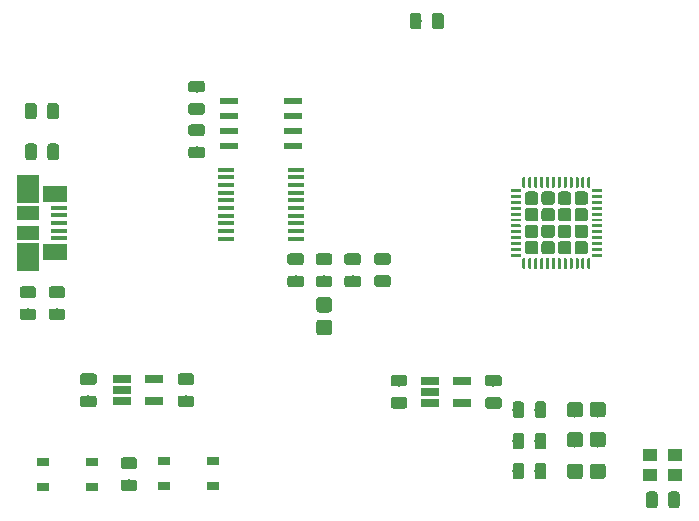
<source format=gtp>
G04 #@! TF.GenerationSoftware,KiCad,Pcbnew,5.0.1-33cea8e~68~ubuntu18.04.1*
G04 #@! TF.CreationDate,2018-12-16T18:27:52+03:00*
G04 #@! TF.ProjectId,up5k_v0,7570356B5F76302E6B696361645F7063,rev?*
G04 #@! TF.SameCoordinates,Original*
G04 #@! TF.FileFunction,Paste,Top*
G04 #@! TF.FilePolarity,Positive*
%FSLAX46Y46*%
G04 Gerber Fmt 4.6, Leading zero omitted, Abs format (unit mm)*
G04 Created by KiCad (PCBNEW 5.0.1-33cea8e~68~ubuntu18.04.1) date Paz 16 Ara 2018 18:27:52 +03*
%MOMM*%
%LPD*%
G01*
G04 APERTURE LIST*
%ADD10R,1.050000X0.650000*%
%ADD11R,1.560000X0.650000*%
%ADD12C,0.100000*%
%ADD13C,0.975000*%
%ADD14R,1.300000X1.100000*%
%ADD15C,1.300000*%
%ADD16C,0.250000*%
%ADD17C,1.130000*%
%ADD18R,1.550000X0.600000*%
%ADD19R,1.450000X0.450000*%
%ADD20R,1.380000X0.450000*%
%ADD21R,2.100000X1.475000*%
%ADD22R,1.900000X2.375000*%
%ADD23R,1.900000X1.175000*%
G04 APERTURE END LIST*
D10*
G04 #@! TO.C,SW2*
X134272200Y-110244200D03*
X138422200Y-110244200D03*
X138422200Y-108094200D03*
X134272200Y-108094200D03*
G04 #@! TD*
G04 #@! TO.C,SW1*
X124061400Y-108145000D03*
X128211400Y-108145000D03*
X128211400Y-110295000D03*
X124061400Y-110295000D03*
G04 #@! TD*
D11*
G04 #@! TO.C,U4*
X130730000Y-101158000D03*
X130730000Y-102108000D03*
X130730000Y-103058000D03*
X133430000Y-103058000D03*
X133430000Y-101158000D03*
G04 #@! TD*
D12*
G04 #@! TO.C,C18*
G36*
X175860142Y-110680174D02*
X175883803Y-110683684D01*
X175907007Y-110689496D01*
X175929529Y-110697554D01*
X175951153Y-110707782D01*
X175971670Y-110720079D01*
X175990883Y-110734329D01*
X176008607Y-110750393D01*
X176024671Y-110768117D01*
X176038921Y-110787330D01*
X176051218Y-110807847D01*
X176061446Y-110829471D01*
X176069504Y-110851993D01*
X176075316Y-110875197D01*
X176078826Y-110898858D01*
X176080000Y-110922750D01*
X176080000Y-111835250D01*
X176078826Y-111859142D01*
X176075316Y-111882803D01*
X176069504Y-111906007D01*
X176061446Y-111928529D01*
X176051218Y-111950153D01*
X176038921Y-111970670D01*
X176024671Y-111989883D01*
X176008607Y-112007607D01*
X175990883Y-112023671D01*
X175971670Y-112037921D01*
X175951153Y-112050218D01*
X175929529Y-112060446D01*
X175907007Y-112068504D01*
X175883803Y-112074316D01*
X175860142Y-112077826D01*
X175836250Y-112079000D01*
X175348750Y-112079000D01*
X175324858Y-112077826D01*
X175301197Y-112074316D01*
X175277993Y-112068504D01*
X175255471Y-112060446D01*
X175233847Y-112050218D01*
X175213330Y-112037921D01*
X175194117Y-112023671D01*
X175176393Y-112007607D01*
X175160329Y-111989883D01*
X175146079Y-111970670D01*
X175133782Y-111950153D01*
X175123554Y-111928529D01*
X175115496Y-111906007D01*
X175109684Y-111882803D01*
X175106174Y-111859142D01*
X175105000Y-111835250D01*
X175105000Y-110922750D01*
X175106174Y-110898858D01*
X175109684Y-110875197D01*
X175115496Y-110851993D01*
X175123554Y-110829471D01*
X175133782Y-110807847D01*
X175146079Y-110787330D01*
X175160329Y-110768117D01*
X175176393Y-110750393D01*
X175194117Y-110734329D01*
X175213330Y-110720079D01*
X175233847Y-110707782D01*
X175255471Y-110697554D01*
X175277993Y-110689496D01*
X175301197Y-110683684D01*
X175324858Y-110680174D01*
X175348750Y-110679000D01*
X175836250Y-110679000D01*
X175860142Y-110680174D01*
X175860142Y-110680174D01*
G37*
D13*
X175592500Y-111379000D03*
D12*
G36*
X177735142Y-110680174D02*
X177758803Y-110683684D01*
X177782007Y-110689496D01*
X177804529Y-110697554D01*
X177826153Y-110707782D01*
X177846670Y-110720079D01*
X177865883Y-110734329D01*
X177883607Y-110750393D01*
X177899671Y-110768117D01*
X177913921Y-110787330D01*
X177926218Y-110807847D01*
X177936446Y-110829471D01*
X177944504Y-110851993D01*
X177950316Y-110875197D01*
X177953826Y-110898858D01*
X177955000Y-110922750D01*
X177955000Y-111835250D01*
X177953826Y-111859142D01*
X177950316Y-111882803D01*
X177944504Y-111906007D01*
X177936446Y-111928529D01*
X177926218Y-111950153D01*
X177913921Y-111970670D01*
X177899671Y-111989883D01*
X177883607Y-112007607D01*
X177865883Y-112023671D01*
X177846670Y-112037921D01*
X177826153Y-112050218D01*
X177804529Y-112060446D01*
X177782007Y-112068504D01*
X177758803Y-112074316D01*
X177735142Y-112077826D01*
X177711250Y-112079000D01*
X177223750Y-112079000D01*
X177199858Y-112077826D01*
X177176197Y-112074316D01*
X177152993Y-112068504D01*
X177130471Y-112060446D01*
X177108847Y-112050218D01*
X177088330Y-112037921D01*
X177069117Y-112023671D01*
X177051393Y-112007607D01*
X177035329Y-111989883D01*
X177021079Y-111970670D01*
X177008782Y-111950153D01*
X176998554Y-111928529D01*
X176990496Y-111906007D01*
X176984684Y-111882803D01*
X176981174Y-111859142D01*
X176980000Y-111835250D01*
X176980000Y-110922750D01*
X176981174Y-110898858D01*
X176984684Y-110875197D01*
X176990496Y-110851993D01*
X176998554Y-110829471D01*
X177008782Y-110807847D01*
X177021079Y-110787330D01*
X177035329Y-110768117D01*
X177051393Y-110750393D01*
X177069117Y-110734329D01*
X177088330Y-110720079D01*
X177108847Y-110707782D01*
X177130471Y-110697554D01*
X177152993Y-110689496D01*
X177176197Y-110683684D01*
X177199858Y-110680174D01*
X177223750Y-110679000D01*
X177711250Y-110679000D01*
X177735142Y-110680174D01*
X177735142Y-110680174D01*
G37*
D13*
X177467500Y-111379000D03*
G04 #@! TD*
D14*
G04 #@! TO.C,X1*
X175480000Y-109283000D03*
X177580000Y-109283000D03*
X177580000Y-107633000D03*
X175480000Y-107633000D03*
G04 #@! TD*
D11*
G04 #@! TO.C,U5*
X159545000Y-101285000D03*
X159545000Y-103185000D03*
X156845000Y-103185000D03*
X156845000Y-102235000D03*
X156845000Y-101285000D03*
G04 #@! TD*
D12*
G04 #@! TO.C,C16*
G36*
X154658142Y-102686174D02*
X154681803Y-102689684D01*
X154705007Y-102695496D01*
X154727529Y-102703554D01*
X154749153Y-102713782D01*
X154769670Y-102726079D01*
X154788883Y-102740329D01*
X154806607Y-102756393D01*
X154822671Y-102774117D01*
X154836921Y-102793330D01*
X154849218Y-102813847D01*
X154859446Y-102835471D01*
X154867504Y-102857993D01*
X154873316Y-102881197D01*
X154876826Y-102904858D01*
X154878000Y-102928750D01*
X154878000Y-103416250D01*
X154876826Y-103440142D01*
X154873316Y-103463803D01*
X154867504Y-103487007D01*
X154859446Y-103509529D01*
X154849218Y-103531153D01*
X154836921Y-103551670D01*
X154822671Y-103570883D01*
X154806607Y-103588607D01*
X154788883Y-103604671D01*
X154769670Y-103618921D01*
X154749153Y-103631218D01*
X154727529Y-103641446D01*
X154705007Y-103649504D01*
X154681803Y-103655316D01*
X154658142Y-103658826D01*
X154634250Y-103660000D01*
X153721750Y-103660000D01*
X153697858Y-103658826D01*
X153674197Y-103655316D01*
X153650993Y-103649504D01*
X153628471Y-103641446D01*
X153606847Y-103631218D01*
X153586330Y-103618921D01*
X153567117Y-103604671D01*
X153549393Y-103588607D01*
X153533329Y-103570883D01*
X153519079Y-103551670D01*
X153506782Y-103531153D01*
X153496554Y-103509529D01*
X153488496Y-103487007D01*
X153482684Y-103463803D01*
X153479174Y-103440142D01*
X153478000Y-103416250D01*
X153478000Y-102928750D01*
X153479174Y-102904858D01*
X153482684Y-102881197D01*
X153488496Y-102857993D01*
X153496554Y-102835471D01*
X153506782Y-102813847D01*
X153519079Y-102793330D01*
X153533329Y-102774117D01*
X153549393Y-102756393D01*
X153567117Y-102740329D01*
X153586330Y-102726079D01*
X153606847Y-102713782D01*
X153628471Y-102703554D01*
X153650993Y-102695496D01*
X153674197Y-102689684D01*
X153697858Y-102686174D01*
X153721750Y-102685000D01*
X154634250Y-102685000D01*
X154658142Y-102686174D01*
X154658142Y-102686174D01*
G37*
D13*
X154178000Y-103172500D03*
D12*
G36*
X154658142Y-100811174D02*
X154681803Y-100814684D01*
X154705007Y-100820496D01*
X154727529Y-100828554D01*
X154749153Y-100838782D01*
X154769670Y-100851079D01*
X154788883Y-100865329D01*
X154806607Y-100881393D01*
X154822671Y-100899117D01*
X154836921Y-100918330D01*
X154849218Y-100938847D01*
X154859446Y-100960471D01*
X154867504Y-100982993D01*
X154873316Y-101006197D01*
X154876826Y-101029858D01*
X154878000Y-101053750D01*
X154878000Y-101541250D01*
X154876826Y-101565142D01*
X154873316Y-101588803D01*
X154867504Y-101612007D01*
X154859446Y-101634529D01*
X154849218Y-101656153D01*
X154836921Y-101676670D01*
X154822671Y-101695883D01*
X154806607Y-101713607D01*
X154788883Y-101729671D01*
X154769670Y-101743921D01*
X154749153Y-101756218D01*
X154727529Y-101766446D01*
X154705007Y-101774504D01*
X154681803Y-101780316D01*
X154658142Y-101783826D01*
X154634250Y-101785000D01*
X153721750Y-101785000D01*
X153697858Y-101783826D01*
X153674197Y-101780316D01*
X153650993Y-101774504D01*
X153628471Y-101766446D01*
X153606847Y-101756218D01*
X153586330Y-101743921D01*
X153567117Y-101729671D01*
X153549393Y-101713607D01*
X153533329Y-101695883D01*
X153519079Y-101676670D01*
X153506782Y-101656153D01*
X153496554Y-101634529D01*
X153488496Y-101612007D01*
X153482684Y-101588803D01*
X153479174Y-101565142D01*
X153478000Y-101541250D01*
X153478000Y-101053750D01*
X153479174Y-101029858D01*
X153482684Y-101006197D01*
X153488496Y-100982993D01*
X153496554Y-100960471D01*
X153506782Y-100938847D01*
X153519079Y-100918330D01*
X153533329Y-100899117D01*
X153549393Y-100881393D01*
X153567117Y-100865329D01*
X153586330Y-100851079D01*
X153606847Y-100838782D01*
X153628471Y-100828554D01*
X153650993Y-100820496D01*
X153674197Y-100814684D01*
X153697858Y-100811174D01*
X153721750Y-100810000D01*
X154634250Y-100810000D01*
X154658142Y-100811174D01*
X154658142Y-100811174D01*
G37*
D13*
X154178000Y-101297500D03*
G04 #@! TD*
D12*
G04 #@! TO.C,C14*
G36*
X128369142Y-100684174D02*
X128392803Y-100687684D01*
X128416007Y-100693496D01*
X128438529Y-100701554D01*
X128460153Y-100711782D01*
X128480670Y-100724079D01*
X128499883Y-100738329D01*
X128517607Y-100754393D01*
X128533671Y-100772117D01*
X128547921Y-100791330D01*
X128560218Y-100811847D01*
X128570446Y-100833471D01*
X128578504Y-100855993D01*
X128584316Y-100879197D01*
X128587826Y-100902858D01*
X128589000Y-100926750D01*
X128589000Y-101414250D01*
X128587826Y-101438142D01*
X128584316Y-101461803D01*
X128578504Y-101485007D01*
X128570446Y-101507529D01*
X128560218Y-101529153D01*
X128547921Y-101549670D01*
X128533671Y-101568883D01*
X128517607Y-101586607D01*
X128499883Y-101602671D01*
X128480670Y-101616921D01*
X128460153Y-101629218D01*
X128438529Y-101639446D01*
X128416007Y-101647504D01*
X128392803Y-101653316D01*
X128369142Y-101656826D01*
X128345250Y-101658000D01*
X127432750Y-101658000D01*
X127408858Y-101656826D01*
X127385197Y-101653316D01*
X127361993Y-101647504D01*
X127339471Y-101639446D01*
X127317847Y-101629218D01*
X127297330Y-101616921D01*
X127278117Y-101602671D01*
X127260393Y-101586607D01*
X127244329Y-101568883D01*
X127230079Y-101549670D01*
X127217782Y-101529153D01*
X127207554Y-101507529D01*
X127199496Y-101485007D01*
X127193684Y-101461803D01*
X127190174Y-101438142D01*
X127189000Y-101414250D01*
X127189000Y-100926750D01*
X127190174Y-100902858D01*
X127193684Y-100879197D01*
X127199496Y-100855993D01*
X127207554Y-100833471D01*
X127217782Y-100811847D01*
X127230079Y-100791330D01*
X127244329Y-100772117D01*
X127260393Y-100754393D01*
X127278117Y-100738329D01*
X127297330Y-100724079D01*
X127317847Y-100711782D01*
X127339471Y-100701554D01*
X127361993Y-100693496D01*
X127385197Y-100687684D01*
X127408858Y-100684174D01*
X127432750Y-100683000D01*
X128345250Y-100683000D01*
X128369142Y-100684174D01*
X128369142Y-100684174D01*
G37*
D13*
X127889000Y-101170500D03*
D12*
G36*
X128369142Y-102559174D02*
X128392803Y-102562684D01*
X128416007Y-102568496D01*
X128438529Y-102576554D01*
X128460153Y-102586782D01*
X128480670Y-102599079D01*
X128499883Y-102613329D01*
X128517607Y-102629393D01*
X128533671Y-102647117D01*
X128547921Y-102666330D01*
X128560218Y-102686847D01*
X128570446Y-102708471D01*
X128578504Y-102730993D01*
X128584316Y-102754197D01*
X128587826Y-102777858D01*
X128589000Y-102801750D01*
X128589000Y-103289250D01*
X128587826Y-103313142D01*
X128584316Y-103336803D01*
X128578504Y-103360007D01*
X128570446Y-103382529D01*
X128560218Y-103404153D01*
X128547921Y-103424670D01*
X128533671Y-103443883D01*
X128517607Y-103461607D01*
X128499883Y-103477671D01*
X128480670Y-103491921D01*
X128460153Y-103504218D01*
X128438529Y-103514446D01*
X128416007Y-103522504D01*
X128392803Y-103528316D01*
X128369142Y-103531826D01*
X128345250Y-103533000D01*
X127432750Y-103533000D01*
X127408858Y-103531826D01*
X127385197Y-103528316D01*
X127361993Y-103522504D01*
X127339471Y-103514446D01*
X127317847Y-103504218D01*
X127297330Y-103491921D01*
X127278117Y-103477671D01*
X127260393Y-103461607D01*
X127244329Y-103443883D01*
X127230079Y-103424670D01*
X127217782Y-103404153D01*
X127207554Y-103382529D01*
X127199496Y-103360007D01*
X127193684Y-103336803D01*
X127190174Y-103313142D01*
X127189000Y-103289250D01*
X127189000Y-102801750D01*
X127190174Y-102777858D01*
X127193684Y-102754197D01*
X127199496Y-102730993D01*
X127207554Y-102708471D01*
X127217782Y-102686847D01*
X127230079Y-102666330D01*
X127244329Y-102647117D01*
X127260393Y-102629393D01*
X127278117Y-102613329D01*
X127297330Y-102599079D01*
X127317847Y-102586782D01*
X127339471Y-102576554D01*
X127361993Y-102568496D01*
X127385197Y-102562684D01*
X127408858Y-102559174D01*
X127432750Y-102558000D01*
X128345250Y-102558000D01*
X128369142Y-102559174D01*
X128369142Y-102559174D01*
G37*
D13*
X127889000Y-103045500D03*
G04 #@! TD*
D12*
G04 #@! TO.C,C15*
G36*
X136624142Y-102559174D02*
X136647803Y-102562684D01*
X136671007Y-102568496D01*
X136693529Y-102576554D01*
X136715153Y-102586782D01*
X136735670Y-102599079D01*
X136754883Y-102613329D01*
X136772607Y-102629393D01*
X136788671Y-102647117D01*
X136802921Y-102666330D01*
X136815218Y-102686847D01*
X136825446Y-102708471D01*
X136833504Y-102730993D01*
X136839316Y-102754197D01*
X136842826Y-102777858D01*
X136844000Y-102801750D01*
X136844000Y-103289250D01*
X136842826Y-103313142D01*
X136839316Y-103336803D01*
X136833504Y-103360007D01*
X136825446Y-103382529D01*
X136815218Y-103404153D01*
X136802921Y-103424670D01*
X136788671Y-103443883D01*
X136772607Y-103461607D01*
X136754883Y-103477671D01*
X136735670Y-103491921D01*
X136715153Y-103504218D01*
X136693529Y-103514446D01*
X136671007Y-103522504D01*
X136647803Y-103528316D01*
X136624142Y-103531826D01*
X136600250Y-103533000D01*
X135687750Y-103533000D01*
X135663858Y-103531826D01*
X135640197Y-103528316D01*
X135616993Y-103522504D01*
X135594471Y-103514446D01*
X135572847Y-103504218D01*
X135552330Y-103491921D01*
X135533117Y-103477671D01*
X135515393Y-103461607D01*
X135499329Y-103443883D01*
X135485079Y-103424670D01*
X135472782Y-103404153D01*
X135462554Y-103382529D01*
X135454496Y-103360007D01*
X135448684Y-103336803D01*
X135445174Y-103313142D01*
X135444000Y-103289250D01*
X135444000Y-102801750D01*
X135445174Y-102777858D01*
X135448684Y-102754197D01*
X135454496Y-102730993D01*
X135462554Y-102708471D01*
X135472782Y-102686847D01*
X135485079Y-102666330D01*
X135499329Y-102647117D01*
X135515393Y-102629393D01*
X135533117Y-102613329D01*
X135552330Y-102599079D01*
X135572847Y-102586782D01*
X135594471Y-102576554D01*
X135616993Y-102568496D01*
X135640197Y-102562684D01*
X135663858Y-102559174D01*
X135687750Y-102558000D01*
X136600250Y-102558000D01*
X136624142Y-102559174D01*
X136624142Y-102559174D01*
G37*
D13*
X136144000Y-103045500D03*
D12*
G36*
X136624142Y-100684174D02*
X136647803Y-100687684D01*
X136671007Y-100693496D01*
X136693529Y-100701554D01*
X136715153Y-100711782D01*
X136735670Y-100724079D01*
X136754883Y-100738329D01*
X136772607Y-100754393D01*
X136788671Y-100772117D01*
X136802921Y-100791330D01*
X136815218Y-100811847D01*
X136825446Y-100833471D01*
X136833504Y-100855993D01*
X136839316Y-100879197D01*
X136842826Y-100902858D01*
X136844000Y-100926750D01*
X136844000Y-101414250D01*
X136842826Y-101438142D01*
X136839316Y-101461803D01*
X136833504Y-101485007D01*
X136825446Y-101507529D01*
X136815218Y-101529153D01*
X136802921Y-101549670D01*
X136788671Y-101568883D01*
X136772607Y-101586607D01*
X136754883Y-101602671D01*
X136735670Y-101616921D01*
X136715153Y-101629218D01*
X136693529Y-101639446D01*
X136671007Y-101647504D01*
X136647803Y-101653316D01*
X136624142Y-101656826D01*
X136600250Y-101658000D01*
X135687750Y-101658000D01*
X135663858Y-101656826D01*
X135640197Y-101653316D01*
X135616993Y-101647504D01*
X135594471Y-101639446D01*
X135572847Y-101629218D01*
X135552330Y-101616921D01*
X135533117Y-101602671D01*
X135515393Y-101586607D01*
X135499329Y-101568883D01*
X135485079Y-101549670D01*
X135472782Y-101529153D01*
X135462554Y-101507529D01*
X135454496Y-101485007D01*
X135448684Y-101461803D01*
X135445174Y-101438142D01*
X135444000Y-101414250D01*
X135444000Y-100926750D01*
X135445174Y-100902858D01*
X135448684Y-100879197D01*
X135454496Y-100855993D01*
X135462554Y-100833471D01*
X135472782Y-100811847D01*
X135485079Y-100791330D01*
X135499329Y-100772117D01*
X135515393Y-100754393D01*
X135533117Y-100738329D01*
X135552330Y-100724079D01*
X135572847Y-100711782D01*
X135594471Y-100701554D01*
X135616993Y-100693496D01*
X135640197Y-100687684D01*
X135663858Y-100684174D01*
X135687750Y-100683000D01*
X136600250Y-100683000D01*
X136624142Y-100684174D01*
X136624142Y-100684174D01*
G37*
D13*
X136144000Y-101170500D03*
G04 #@! TD*
D12*
G04 #@! TO.C,C17*
G36*
X162659142Y-100811174D02*
X162682803Y-100814684D01*
X162706007Y-100820496D01*
X162728529Y-100828554D01*
X162750153Y-100838782D01*
X162770670Y-100851079D01*
X162789883Y-100865329D01*
X162807607Y-100881393D01*
X162823671Y-100899117D01*
X162837921Y-100918330D01*
X162850218Y-100938847D01*
X162860446Y-100960471D01*
X162868504Y-100982993D01*
X162874316Y-101006197D01*
X162877826Y-101029858D01*
X162879000Y-101053750D01*
X162879000Y-101541250D01*
X162877826Y-101565142D01*
X162874316Y-101588803D01*
X162868504Y-101612007D01*
X162860446Y-101634529D01*
X162850218Y-101656153D01*
X162837921Y-101676670D01*
X162823671Y-101695883D01*
X162807607Y-101713607D01*
X162789883Y-101729671D01*
X162770670Y-101743921D01*
X162750153Y-101756218D01*
X162728529Y-101766446D01*
X162706007Y-101774504D01*
X162682803Y-101780316D01*
X162659142Y-101783826D01*
X162635250Y-101785000D01*
X161722750Y-101785000D01*
X161698858Y-101783826D01*
X161675197Y-101780316D01*
X161651993Y-101774504D01*
X161629471Y-101766446D01*
X161607847Y-101756218D01*
X161587330Y-101743921D01*
X161568117Y-101729671D01*
X161550393Y-101713607D01*
X161534329Y-101695883D01*
X161520079Y-101676670D01*
X161507782Y-101656153D01*
X161497554Y-101634529D01*
X161489496Y-101612007D01*
X161483684Y-101588803D01*
X161480174Y-101565142D01*
X161479000Y-101541250D01*
X161479000Y-101053750D01*
X161480174Y-101029858D01*
X161483684Y-101006197D01*
X161489496Y-100982993D01*
X161497554Y-100960471D01*
X161507782Y-100938847D01*
X161520079Y-100918330D01*
X161534329Y-100899117D01*
X161550393Y-100881393D01*
X161568117Y-100865329D01*
X161587330Y-100851079D01*
X161607847Y-100838782D01*
X161629471Y-100828554D01*
X161651993Y-100820496D01*
X161675197Y-100814684D01*
X161698858Y-100811174D01*
X161722750Y-100810000D01*
X162635250Y-100810000D01*
X162659142Y-100811174D01*
X162659142Y-100811174D01*
G37*
D13*
X162179000Y-101297500D03*
D12*
G36*
X162659142Y-102686174D02*
X162682803Y-102689684D01*
X162706007Y-102695496D01*
X162728529Y-102703554D01*
X162750153Y-102713782D01*
X162770670Y-102726079D01*
X162789883Y-102740329D01*
X162807607Y-102756393D01*
X162823671Y-102774117D01*
X162837921Y-102793330D01*
X162850218Y-102813847D01*
X162860446Y-102835471D01*
X162868504Y-102857993D01*
X162874316Y-102881197D01*
X162877826Y-102904858D01*
X162879000Y-102928750D01*
X162879000Y-103416250D01*
X162877826Y-103440142D01*
X162874316Y-103463803D01*
X162868504Y-103487007D01*
X162860446Y-103509529D01*
X162850218Y-103531153D01*
X162837921Y-103551670D01*
X162823671Y-103570883D01*
X162807607Y-103588607D01*
X162789883Y-103604671D01*
X162770670Y-103618921D01*
X162750153Y-103631218D01*
X162728529Y-103641446D01*
X162706007Y-103649504D01*
X162682803Y-103655316D01*
X162659142Y-103658826D01*
X162635250Y-103660000D01*
X161722750Y-103660000D01*
X161698858Y-103658826D01*
X161675197Y-103655316D01*
X161651993Y-103649504D01*
X161629471Y-103641446D01*
X161607847Y-103631218D01*
X161587330Y-103618921D01*
X161568117Y-103604671D01*
X161550393Y-103588607D01*
X161534329Y-103570883D01*
X161520079Y-103551670D01*
X161507782Y-103531153D01*
X161497554Y-103509529D01*
X161489496Y-103487007D01*
X161483684Y-103463803D01*
X161480174Y-103440142D01*
X161479000Y-103416250D01*
X161479000Y-102928750D01*
X161480174Y-102904858D01*
X161483684Y-102881197D01*
X161489496Y-102857993D01*
X161497554Y-102835471D01*
X161507782Y-102813847D01*
X161520079Y-102793330D01*
X161534329Y-102774117D01*
X161550393Y-102756393D01*
X161568117Y-102740329D01*
X161587330Y-102726079D01*
X161607847Y-102713782D01*
X161629471Y-102703554D01*
X161651993Y-102695496D01*
X161675197Y-102689684D01*
X161698858Y-102686174D01*
X161722750Y-102685000D01*
X162635250Y-102685000D01*
X162659142Y-102686174D01*
X162659142Y-102686174D01*
G37*
D13*
X162179000Y-103172500D03*
G04 #@! TD*
D12*
G04 #@! TO.C,D4*
G36*
X171452504Y-103110204D02*
X171476773Y-103113804D01*
X171500571Y-103119765D01*
X171523671Y-103128030D01*
X171545849Y-103138520D01*
X171566893Y-103151133D01*
X171586598Y-103165747D01*
X171604777Y-103182223D01*
X171621253Y-103200402D01*
X171635867Y-103220107D01*
X171648480Y-103241151D01*
X171658970Y-103263329D01*
X171667235Y-103286429D01*
X171673196Y-103310227D01*
X171676796Y-103334496D01*
X171678000Y-103359000D01*
X171678000Y-104159000D01*
X171676796Y-104183504D01*
X171673196Y-104207773D01*
X171667235Y-104231571D01*
X171658970Y-104254671D01*
X171648480Y-104276849D01*
X171635867Y-104297893D01*
X171621253Y-104317598D01*
X171604777Y-104335777D01*
X171586598Y-104352253D01*
X171566893Y-104366867D01*
X171545849Y-104379480D01*
X171523671Y-104389970D01*
X171500571Y-104398235D01*
X171476773Y-104404196D01*
X171452504Y-104407796D01*
X171428000Y-104409000D01*
X170603000Y-104409000D01*
X170578496Y-104407796D01*
X170554227Y-104404196D01*
X170530429Y-104398235D01*
X170507329Y-104389970D01*
X170485151Y-104379480D01*
X170464107Y-104366867D01*
X170444402Y-104352253D01*
X170426223Y-104335777D01*
X170409747Y-104317598D01*
X170395133Y-104297893D01*
X170382520Y-104276849D01*
X170372030Y-104254671D01*
X170363765Y-104231571D01*
X170357804Y-104207773D01*
X170354204Y-104183504D01*
X170353000Y-104159000D01*
X170353000Y-103359000D01*
X170354204Y-103334496D01*
X170357804Y-103310227D01*
X170363765Y-103286429D01*
X170372030Y-103263329D01*
X170382520Y-103241151D01*
X170395133Y-103220107D01*
X170409747Y-103200402D01*
X170426223Y-103182223D01*
X170444402Y-103165747D01*
X170464107Y-103151133D01*
X170485151Y-103138520D01*
X170507329Y-103128030D01*
X170530429Y-103119765D01*
X170554227Y-103113804D01*
X170578496Y-103110204D01*
X170603000Y-103109000D01*
X171428000Y-103109000D01*
X171452504Y-103110204D01*
X171452504Y-103110204D01*
G37*
D15*
X171015500Y-103759000D03*
D12*
G36*
X169527504Y-103110204D02*
X169551773Y-103113804D01*
X169575571Y-103119765D01*
X169598671Y-103128030D01*
X169620849Y-103138520D01*
X169641893Y-103151133D01*
X169661598Y-103165747D01*
X169679777Y-103182223D01*
X169696253Y-103200402D01*
X169710867Y-103220107D01*
X169723480Y-103241151D01*
X169733970Y-103263329D01*
X169742235Y-103286429D01*
X169748196Y-103310227D01*
X169751796Y-103334496D01*
X169753000Y-103359000D01*
X169753000Y-104159000D01*
X169751796Y-104183504D01*
X169748196Y-104207773D01*
X169742235Y-104231571D01*
X169733970Y-104254671D01*
X169723480Y-104276849D01*
X169710867Y-104297893D01*
X169696253Y-104317598D01*
X169679777Y-104335777D01*
X169661598Y-104352253D01*
X169641893Y-104366867D01*
X169620849Y-104379480D01*
X169598671Y-104389970D01*
X169575571Y-104398235D01*
X169551773Y-104404196D01*
X169527504Y-104407796D01*
X169503000Y-104409000D01*
X168678000Y-104409000D01*
X168653496Y-104407796D01*
X168629227Y-104404196D01*
X168605429Y-104398235D01*
X168582329Y-104389970D01*
X168560151Y-104379480D01*
X168539107Y-104366867D01*
X168519402Y-104352253D01*
X168501223Y-104335777D01*
X168484747Y-104317598D01*
X168470133Y-104297893D01*
X168457520Y-104276849D01*
X168447030Y-104254671D01*
X168438765Y-104231571D01*
X168432804Y-104207773D01*
X168429204Y-104183504D01*
X168428000Y-104159000D01*
X168428000Y-103359000D01*
X168429204Y-103334496D01*
X168432804Y-103310227D01*
X168438765Y-103286429D01*
X168447030Y-103263329D01*
X168457520Y-103241151D01*
X168470133Y-103220107D01*
X168484747Y-103200402D01*
X168501223Y-103182223D01*
X168519402Y-103165747D01*
X168539107Y-103151133D01*
X168560151Y-103138520D01*
X168582329Y-103128030D01*
X168605429Y-103119765D01*
X168629227Y-103113804D01*
X168653496Y-103110204D01*
X168678000Y-103109000D01*
X169503000Y-103109000D01*
X169527504Y-103110204D01*
X169527504Y-103110204D01*
G37*
D15*
X169090500Y-103759000D03*
G04 #@! TD*
D12*
G04 #@! TO.C,D3*
G36*
X171452504Y-105650204D02*
X171476773Y-105653804D01*
X171500571Y-105659765D01*
X171523671Y-105668030D01*
X171545849Y-105678520D01*
X171566893Y-105691133D01*
X171586598Y-105705747D01*
X171604777Y-105722223D01*
X171621253Y-105740402D01*
X171635867Y-105760107D01*
X171648480Y-105781151D01*
X171658970Y-105803329D01*
X171667235Y-105826429D01*
X171673196Y-105850227D01*
X171676796Y-105874496D01*
X171678000Y-105899000D01*
X171678000Y-106699000D01*
X171676796Y-106723504D01*
X171673196Y-106747773D01*
X171667235Y-106771571D01*
X171658970Y-106794671D01*
X171648480Y-106816849D01*
X171635867Y-106837893D01*
X171621253Y-106857598D01*
X171604777Y-106875777D01*
X171586598Y-106892253D01*
X171566893Y-106906867D01*
X171545849Y-106919480D01*
X171523671Y-106929970D01*
X171500571Y-106938235D01*
X171476773Y-106944196D01*
X171452504Y-106947796D01*
X171428000Y-106949000D01*
X170603000Y-106949000D01*
X170578496Y-106947796D01*
X170554227Y-106944196D01*
X170530429Y-106938235D01*
X170507329Y-106929970D01*
X170485151Y-106919480D01*
X170464107Y-106906867D01*
X170444402Y-106892253D01*
X170426223Y-106875777D01*
X170409747Y-106857598D01*
X170395133Y-106837893D01*
X170382520Y-106816849D01*
X170372030Y-106794671D01*
X170363765Y-106771571D01*
X170357804Y-106747773D01*
X170354204Y-106723504D01*
X170353000Y-106699000D01*
X170353000Y-105899000D01*
X170354204Y-105874496D01*
X170357804Y-105850227D01*
X170363765Y-105826429D01*
X170372030Y-105803329D01*
X170382520Y-105781151D01*
X170395133Y-105760107D01*
X170409747Y-105740402D01*
X170426223Y-105722223D01*
X170444402Y-105705747D01*
X170464107Y-105691133D01*
X170485151Y-105678520D01*
X170507329Y-105668030D01*
X170530429Y-105659765D01*
X170554227Y-105653804D01*
X170578496Y-105650204D01*
X170603000Y-105649000D01*
X171428000Y-105649000D01*
X171452504Y-105650204D01*
X171452504Y-105650204D01*
G37*
D15*
X171015500Y-106299000D03*
D12*
G36*
X169527504Y-105650204D02*
X169551773Y-105653804D01*
X169575571Y-105659765D01*
X169598671Y-105668030D01*
X169620849Y-105678520D01*
X169641893Y-105691133D01*
X169661598Y-105705747D01*
X169679777Y-105722223D01*
X169696253Y-105740402D01*
X169710867Y-105760107D01*
X169723480Y-105781151D01*
X169733970Y-105803329D01*
X169742235Y-105826429D01*
X169748196Y-105850227D01*
X169751796Y-105874496D01*
X169753000Y-105899000D01*
X169753000Y-106699000D01*
X169751796Y-106723504D01*
X169748196Y-106747773D01*
X169742235Y-106771571D01*
X169733970Y-106794671D01*
X169723480Y-106816849D01*
X169710867Y-106837893D01*
X169696253Y-106857598D01*
X169679777Y-106875777D01*
X169661598Y-106892253D01*
X169641893Y-106906867D01*
X169620849Y-106919480D01*
X169598671Y-106929970D01*
X169575571Y-106938235D01*
X169551773Y-106944196D01*
X169527504Y-106947796D01*
X169503000Y-106949000D01*
X168678000Y-106949000D01*
X168653496Y-106947796D01*
X168629227Y-106944196D01*
X168605429Y-106938235D01*
X168582329Y-106929970D01*
X168560151Y-106919480D01*
X168539107Y-106906867D01*
X168519402Y-106892253D01*
X168501223Y-106875777D01*
X168484747Y-106857598D01*
X168470133Y-106837893D01*
X168457520Y-106816849D01*
X168447030Y-106794671D01*
X168438765Y-106771571D01*
X168432804Y-106747773D01*
X168429204Y-106723504D01*
X168428000Y-106699000D01*
X168428000Y-105899000D01*
X168429204Y-105874496D01*
X168432804Y-105850227D01*
X168438765Y-105826429D01*
X168447030Y-105803329D01*
X168457520Y-105781151D01*
X168470133Y-105760107D01*
X168484747Y-105740402D01*
X168501223Y-105722223D01*
X168519402Y-105705747D01*
X168539107Y-105691133D01*
X168560151Y-105678520D01*
X168582329Y-105668030D01*
X168605429Y-105659765D01*
X168629227Y-105653804D01*
X168653496Y-105650204D01*
X168678000Y-105649000D01*
X169503000Y-105649000D01*
X169527504Y-105650204D01*
X169527504Y-105650204D01*
G37*
D15*
X169090500Y-106299000D03*
G04 #@! TD*
D12*
G04 #@! TO.C,D1*
G36*
X169527504Y-108317204D02*
X169551773Y-108320804D01*
X169575571Y-108326765D01*
X169598671Y-108335030D01*
X169620849Y-108345520D01*
X169641893Y-108358133D01*
X169661598Y-108372747D01*
X169679777Y-108389223D01*
X169696253Y-108407402D01*
X169710867Y-108427107D01*
X169723480Y-108448151D01*
X169733970Y-108470329D01*
X169742235Y-108493429D01*
X169748196Y-108517227D01*
X169751796Y-108541496D01*
X169753000Y-108566000D01*
X169753000Y-109366000D01*
X169751796Y-109390504D01*
X169748196Y-109414773D01*
X169742235Y-109438571D01*
X169733970Y-109461671D01*
X169723480Y-109483849D01*
X169710867Y-109504893D01*
X169696253Y-109524598D01*
X169679777Y-109542777D01*
X169661598Y-109559253D01*
X169641893Y-109573867D01*
X169620849Y-109586480D01*
X169598671Y-109596970D01*
X169575571Y-109605235D01*
X169551773Y-109611196D01*
X169527504Y-109614796D01*
X169503000Y-109616000D01*
X168678000Y-109616000D01*
X168653496Y-109614796D01*
X168629227Y-109611196D01*
X168605429Y-109605235D01*
X168582329Y-109596970D01*
X168560151Y-109586480D01*
X168539107Y-109573867D01*
X168519402Y-109559253D01*
X168501223Y-109542777D01*
X168484747Y-109524598D01*
X168470133Y-109504893D01*
X168457520Y-109483849D01*
X168447030Y-109461671D01*
X168438765Y-109438571D01*
X168432804Y-109414773D01*
X168429204Y-109390504D01*
X168428000Y-109366000D01*
X168428000Y-108566000D01*
X168429204Y-108541496D01*
X168432804Y-108517227D01*
X168438765Y-108493429D01*
X168447030Y-108470329D01*
X168457520Y-108448151D01*
X168470133Y-108427107D01*
X168484747Y-108407402D01*
X168501223Y-108389223D01*
X168519402Y-108372747D01*
X168539107Y-108358133D01*
X168560151Y-108345520D01*
X168582329Y-108335030D01*
X168605429Y-108326765D01*
X168629227Y-108320804D01*
X168653496Y-108317204D01*
X168678000Y-108316000D01*
X169503000Y-108316000D01*
X169527504Y-108317204D01*
X169527504Y-108317204D01*
G37*
D15*
X169090500Y-108966000D03*
D12*
G36*
X171452504Y-108317204D02*
X171476773Y-108320804D01*
X171500571Y-108326765D01*
X171523671Y-108335030D01*
X171545849Y-108345520D01*
X171566893Y-108358133D01*
X171586598Y-108372747D01*
X171604777Y-108389223D01*
X171621253Y-108407402D01*
X171635867Y-108427107D01*
X171648480Y-108448151D01*
X171658970Y-108470329D01*
X171667235Y-108493429D01*
X171673196Y-108517227D01*
X171676796Y-108541496D01*
X171678000Y-108566000D01*
X171678000Y-109366000D01*
X171676796Y-109390504D01*
X171673196Y-109414773D01*
X171667235Y-109438571D01*
X171658970Y-109461671D01*
X171648480Y-109483849D01*
X171635867Y-109504893D01*
X171621253Y-109524598D01*
X171604777Y-109542777D01*
X171586598Y-109559253D01*
X171566893Y-109573867D01*
X171545849Y-109586480D01*
X171523671Y-109596970D01*
X171500571Y-109605235D01*
X171476773Y-109611196D01*
X171452504Y-109614796D01*
X171428000Y-109616000D01*
X170603000Y-109616000D01*
X170578496Y-109614796D01*
X170554227Y-109611196D01*
X170530429Y-109605235D01*
X170507329Y-109596970D01*
X170485151Y-109586480D01*
X170464107Y-109573867D01*
X170444402Y-109559253D01*
X170426223Y-109542777D01*
X170409747Y-109524598D01*
X170395133Y-109504893D01*
X170382520Y-109483849D01*
X170372030Y-109461671D01*
X170363765Y-109438571D01*
X170357804Y-109414773D01*
X170354204Y-109390504D01*
X170353000Y-109366000D01*
X170353000Y-108566000D01*
X170354204Y-108541496D01*
X170357804Y-108517227D01*
X170363765Y-108493429D01*
X170372030Y-108470329D01*
X170382520Y-108448151D01*
X170395133Y-108427107D01*
X170409747Y-108407402D01*
X170426223Y-108389223D01*
X170444402Y-108372747D01*
X170464107Y-108358133D01*
X170485151Y-108345520D01*
X170507329Y-108335030D01*
X170530429Y-108326765D01*
X170554227Y-108320804D01*
X170578496Y-108317204D01*
X170603000Y-108316000D01*
X171428000Y-108316000D01*
X171452504Y-108317204D01*
X171452504Y-108317204D01*
G37*
D15*
X171015500Y-108966000D03*
G04 #@! TD*
D12*
G04 #@! TO.C,R10*
G36*
X166432142Y-103060174D02*
X166455803Y-103063684D01*
X166479007Y-103069496D01*
X166501529Y-103077554D01*
X166523153Y-103087782D01*
X166543670Y-103100079D01*
X166562883Y-103114329D01*
X166580607Y-103130393D01*
X166596671Y-103148117D01*
X166610921Y-103167330D01*
X166623218Y-103187847D01*
X166633446Y-103209471D01*
X166641504Y-103231993D01*
X166647316Y-103255197D01*
X166650826Y-103278858D01*
X166652000Y-103302750D01*
X166652000Y-104215250D01*
X166650826Y-104239142D01*
X166647316Y-104262803D01*
X166641504Y-104286007D01*
X166633446Y-104308529D01*
X166623218Y-104330153D01*
X166610921Y-104350670D01*
X166596671Y-104369883D01*
X166580607Y-104387607D01*
X166562883Y-104403671D01*
X166543670Y-104417921D01*
X166523153Y-104430218D01*
X166501529Y-104440446D01*
X166479007Y-104448504D01*
X166455803Y-104454316D01*
X166432142Y-104457826D01*
X166408250Y-104459000D01*
X165920750Y-104459000D01*
X165896858Y-104457826D01*
X165873197Y-104454316D01*
X165849993Y-104448504D01*
X165827471Y-104440446D01*
X165805847Y-104430218D01*
X165785330Y-104417921D01*
X165766117Y-104403671D01*
X165748393Y-104387607D01*
X165732329Y-104369883D01*
X165718079Y-104350670D01*
X165705782Y-104330153D01*
X165695554Y-104308529D01*
X165687496Y-104286007D01*
X165681684Y-104262803D01*
X165678174Y-104239142D01*
X165677000Y-104215250D01*
X165677000Y-103302750D01*
X165678174Y-103278858D01*
X165681684Y-103255197D01*
X165687496Y-103231993D01*
X165695554Y-103209471D01*
X165705782Y-103187847D01*
X165718079Y-103167330D01*
X165732329Y-103148117D01*
X165748393Y-103130393D01*
X165766117Y-103114329D01*
X165785330Y-103100079D01*
X165805847Y-103087782D01*
X165827471Y-103077554D01*
X165849993Y-103069496D01*
X165873197Y-103063684D01*
X165896858Y-103060174D01*
X165920750Y-103059000D01*
X166408250Y-103059000D01*
X166432142Y-103060174D01*
X166432142Y-103060174D01*
G37*
D13*
X166164500Y-103759000D03*
D12*
G36*
X164557142Y-103060174D02*
X164580803Y-103063684D01*
X164604007Y-103069496D01*
X164626529Y-103077554D01*
X164648153Y-103087782D01*
X164668670Y-103100079D01*
X164687883Y-103114329D01*
X164705607Y-103130393D01*
X164721671Y-103148117D01*
X164735921Y-103167330D01*
X164748218Y-103187847D01*
X164758446Y-103209471D01*
X164766504Y-103231993D01*
X164772316Y-103255197D01*
X164775826Y-103278858D01*
X164777000Y-103302750D01*
X164777000Y-104215250D01*
X164775826Y-104239142D01*
X164772316Y-104262803D01*
X164766504Y-104286007D01*
X164758446Y-104308529D01*
X164748218Y-104330153D01*
X164735921Y-104350670D01*
X164721671Y-104369883D01*
X164705607Y-104387607D01*
X164687883Y-104403671D01*
X164668670Y-104417921D01*
X164648153Y-104430218D01*
X164626529Y-104440446D01*
X164604007Y-104448504D01*
X164580803Y-104454316D01*
X164557142Y-104457826D01*
X164533250Y-104459000D01*
X164045750Y-104459000D01*
X164021858Y-104457826D01*
X163998197Y-104454316D01*
X163974993Y-104448504D01*
X163952471Y-104440446D01*
X163930847Y-104430218D01*
X163910330Y-104417921D01*
X163891117Y-104403671D01*
X163873393Y-104387607D01*
X163857329Y-104369883D01*
X163843079Y-104350670D01*
X163830782Y-104330153D01*
X163820554Y-104308529D01*
X163812496Y-104286007D01*
X163806684Y-104262803D01*
X163803174Y-104239142D01*
X163802000Y-104215250D01*
X163802000Y-103302750D01*
X163803174Y-103278858D01*
X163806684Y-103255197D01*
X163812496Y-103231993D01*
X163820554Y-103209471D01*
X163830782Y-103187847D01*
X163843079Y-103167330D01*
X163857329Y-103148117D01*
X163873393Y-103130393D01*
X163891117Y-103114329D01*
X163910330Y-103100079D01*
X163930847Y-103087782D01*
X163952471Y-103077554D01*
X163974993Y-103069496D01*
X163998197Y-103063684D01*
X164021858Y-103060174D01*
X164045750Y-103059000D01*
X164533250Y-103059000D01*
X164557142Y-103060174D01*
X164557142Y-103060174D01*
G37*
D13*
X164289500Y-103759000D03*
G04 #@! TD*
D12*
G04 #@! TO.C,R8*
G36*
X164557142Y-105714474D02*
X164580803Y-105717984D01*
X164604007Y-105723796D01*
X164626529Y-105731854D01*
X164648153Y-105742082D01*
X164668670Y-105754379D01*
X164687883Y-105768629D01*
X164705607Y-105784693D01*
X164721671Y-105802417D01*
X164735921Y-105821630D01*
X164748218Y-105842147D01*
X164758446Y-105863771D01*
X164766504Y-105886293D01*
X164772316Y-105909497D01*
X164775826Y-105933158D01*
X164777000Y-105957050D01*
X164777000Y-106869550D01*
X164775826Y-106893442D01*
X164772316Y-106917103D01*
X164766504Y-106940307D01*
X164758446Y-106962829D01*
X164748218Y-106984453D01*
X164735921Y-107004970D01*
X164721671Y-107024183D01*
X164705607Y-107041907D01*
X164687883Y-107057971D01*
X164668670Y-107072221D01*
X164648153Y-107084518D01*
X164626529Y-107094746D01*
X164604007Y-107102804D01*
X164580803Y-107108616D01*
X164557142Y-107112126D01*
X164533250Y-107113300D01*
X164045750Y-107113300D01*
X164021858Y-107112126D01*
X163998197Y-107108616D01*
X163974993Y-107102804D01*
X163952471Y-107094746D01*
X163930847Y-107084518D01*
X163910330Y-107072221D01*
X163891117Y-107057971D01*
X163873393Y-107041907D01*
X163857329Y-107024183D01*
X163843079Y-107004970D01*
X163830782Y-106984453D01*
X163820554Y-106962829D01*
X163812496Y-106940307D01*
X163806684Y-106917103D01*
X163803174Y-106893442D01*
X163802000Y-106869550D01*
X163802000Y-105957050D01*
X163803174Y-105933158D01*
X163806684Y-105909497D01*
X163812496Y-105886293D01*
X163820554Y-105863771D01*
X163830782Y-105842147D01*
X163843079Y-105821630D01*
X163857329Y-105802417D01*
X163873393Y-105784693D01*
X163891117Y-105768629D01*
X163910330Y-105754379D01*
X163930847Y-105742082D01*
X163952471Y-105731854D01*
X163974993Y-105723796D01*
X163998197Y-105717984D01*
X164021858Y-105714474D01*
X164045750Y-105713300D01*
X164533250Y-105713300D01*
X164557142Y-105714474D01*
X164557142Y-105714474D01*
G37*
D13*
X164289500Y-106413300D03*
D12*
G36*
X166432142Y-105714474D02*
X166455803Y-105717984D01*
X166479007Y-105723796D01*
X166501529Y-105731854D01*
X166523153Y-105742082D01*
X166543670Y-105754379D01*
X166562883Y-105768629D01*
X166580607Y-105784693D01*
X166596671Y-105802417D01*
X166610921Y-105821630D01*
X166623218Y-105842147D01*
X166633446Y-105863771D01*
X166641504Y-105886293D01*
X166647316Y-105909497D01*
X166650826Y-105933158D01*
X166652000Y-105957050D01*
X166652000Y-106869550D01*
X166650826Y-106893442D01*
X166647316Y-106917103D01*
X166641504Y-106940307D01*
X166633446Y-106962829D01*
X166623218Y-106984453D01*
X166610921Y-107004970D01*
X166596671Y-107024183D01*
X166580607Y-107041907D01*
X166562883Y-107057971D01*
X166543670Y-107072221D01*
X166523153Y-107084518D01*
X166501529Y-107094746D01*
X166479007Y-107102804D01*
X166455803Y-107108616D01*
X166432142Y-107112126D01*
X166408250Y-107113300D01*
X165920750Y-107113300D01*
X165896858Y-107112126D01*
X165873197Y-107108616D01*
X165849993Y-107102804D01*
X165827471Y-107094746D01*
X165805847Y-107084518D01*
X165785330Y-107072221D01*
X165766117Y-107057971D01*
X165748393Y-107041907D01*
X165732329Y-107024183D01*
X165718079Y-107004970D01*
X165705782Y-106984453D01*
X165695554Y-106962829D01*
X165687496Y-106940307D01*
X165681684Y-106917103D01*
X165678174Y-106893442D01*
X165677000Y-106869550D01*
X165677000Y-105957050D01*
X165678174Y-105933158D01*
X165681684Y-105909497D01*
X165687496Y-105886293D01*
X165695554Y-105863771D01*
X165705782Y-105842147D01*
X165718079Y-105821630D01*
X165732329Y-105802417D01*
X165748393Y-105784693D01*
X165766117Y-105768629D01*
X165785330Y-105754379D01*
X165805847Y-105742082D01*
X165827471Y-105731854D01*
X165849993Y-105723796D01*
X165873197Y-105717984D01*
X165896858Y-105714474D01*
X165920750Y-105713300D01*
X166408250Y-105713300D01*
X166432142Y-105714474D01*
X166432142Y-105714474D01*
G37*
D13*
X166164500Y-106413300D03*
G04 #@! TD*
D12*
G04 #@! TO.C,R7*
G36*
X166432142Y-108267174D02*
X166455803Y-108270684D01*
X166479007Y-108276496D01*
X166501529Y-108284554D01*
X166523153Y-108294782D01*
X166543670Y-108307079D01*
X166562883Y-108321329D01*
X166580607Y-108337393D01*
X166596671Y-108355117D01*
X166610921Y-108374330D01*
X166623218Y-108394847D01*
X166633446Y-108416471D01*
X166641504Y-108438993D01*
X166647316Y-108462197D01*
X166650826Y-108485858D01*
X166652000Y-108509750D01*
X166652000Y-109422250D01*
X166650826Y-109446142D01*
X166647316Y-109469803D01*
X166641504Y-109493007D01*
X166633446Y-109515529D01*
X166623218Y-109537153D01*
X166610921Y-109557670D01*
X166596671Y-109576883D01*
X166580607Y-109594607D01*
X166562883Y-109610671D01*
X166543670Y-109624921D01*
X166523153Y-109637218D01*
X166501529Y-109647446D01*
X166479007Y-109655504D01*
X166455803Y-109661316D01*
X166432142Y-109664826D01*
X166408250Y-109666000D01*
X165920750Y-109666000D01*
X165896858Y-109664826D01*
X165873197Y-109661316D01*
X165849993Y-109655504D01*
X165827471Y-109647446D01*
X165805847Y-109637218D01*
X165785330Y-109624921D01*
X165766117Y-109610671D01*
X165748393Y-109594607D01*
X165732329Y-109576883D01*
X165718079Y-109557670D01*
X165705782Y-109537153D01*
X165695554Y-109515529D01*
X165687496Y-109493007D01*
X165681684Y-109469803D01*
X165678174Y-109446142D01*
X165677000Y-109422250D01*
X165677000Y-108509750D01*
X165678174Y-108485858D01*
X165681684Y-108462197D01*
X165687496Y-108438993D01*
X165695554Y-108416471D01*
X165705782Y-108394847D01*
X165718079Y-108374330D01*
X165732329Y-108355117D01*
X165748393Y-108337393D01*
X165766117Y-108321329D01*
X165785330Y-108307079D01*
X165805847Y-108294782D01*
X165827471Y-108284554D01*
X165849993Y-108276496D01*
X165873197Y-108270684D01*
X165896858Y-108267174D01*
X165920750Y-108266000D01*
X166408250Y-108266000D01*
X166432142Y-108267174D01*
X166432142Y-108267174D01*
G37*
D13*
X166164500Y-108966000D03*
D12*
G36*
X164557142Y-108267174D02*
X164580803Y-108270684D01*
X164604007Y-108276496D01*
X164626529Y-108284554D01*
X164648153Y-108294782D01*
X164668670Y-108307079D01*
X164687883Y-108321329D01*
X164705607Y-108337393D01*
X164721671Y-108355117D01*
X164735921Y-108374330D01*
X164748218Y-108394847D01*
X164758446Y-108416471D01*
X164766504Y-108438993D01*
X164772316Y-108462197D01*
X164775826Y-108485858D01*
X164777000Y-108509750D01*
X164777000Y-109422250D01*
X164775826Y-109446142D01*
X164772316Y-109469803D01*
X164766504Y-109493007D01*
X164758446Y-109515529D01*
X164748218Y-109537153D01*
X164735921Y-109557670D01*
X164721671Y-109576883D01*
X164705607Y-109594607D01*
X164687883Y-109610671D01*
X164668670Y-109624921D01*
X164648153Y-109637218D01*
X164626529Y-109647446D01*
X164604007Y-109655504D01*
X164580803Y-109661316D01*
X164557142Y-109664826D01*
X164533250Y-109666000D01*
X164045750Y-109666000D01*
X164021858Y-109664826D01*
X163998197Y-109661316D01*
X163974993Y-109655504D01*
X163952471Y-109647446D01*
X163930847Y-109637218D01*
X163910330Y-109624921D01*
X163891117Y-109610671D01*
X163873393Y-109594607D01*
X163857329Y-109576883D01*
X163843079Y-109557670D01*
X163830782Y-109537153D01*
X163820554Y-109515529D01*
X163812496Y-109493007D01*
X163806684Y-109469803D01*
X163803174Y-109446142D01*
X163802000Y-109422250D01*
X163802000Y-108509750D01*
X163803174Y-108485858D01*
X163806684Y-108462197D01*
X163812496Y-108438993D01*
X163820554Y-108416471D01*
X163830782Y-108394847D01*
X163843079Y-108374330D01*
X163857329Y-108355117D01*
X163873393Y-108337393D01*
X163891117Y-108321329D01*
X163910330Y-108307079D01*
X163930847Y-108294782D01*
X163952471Y-108284554D01*
X163974993Y-108276496D01*
X163998197Y-108270684D01*
X164021858Y-108267174D01*
X164045750Y-108266000D01*
X164533250Y-108266000D01*
X164557142Y-108267174D01*
X164557142Y-108267174D01*
G37*
D13*
X164289500Y-108966000D03*
G04 #@! TD*
D12*
G04 #@! TO.C,U1*
G36*
X171332488Y-85072559D02*
X171338555Y-85073459D01*
X171344505Y-85074949D01*
X171350280Y-85077016D01*
X171355824Y-85079638D01*
X171361085Y-85082791D01*
X171366012Y-85086445D01*
X171370556Y-85090564D01*
X171374675Y-85095108D01*
X171378329Y-85100035D01*
X171381482Y-85105296D01*
X171384104Y-85110840D01*
X171386171Y-85116615D01*
X171387661Y-85122565D01*
X171388561Y-85128632D01*
X171388862Y-85134758D01*
X171388862Y-85259758D01*
X171388561Y-85265884D01*
X171387661Y-85271951D01*
X171386171Y-85277901D01*
X171384104Y-85283676D01*
X171381482Y-85289220D01*
X171378329Y-85294481D01*
X171374675Y-85299408D01*
X171370556Y-85303952D01*
X171366012Y-85308071D01*
X171361085Y-85311725D01*
X171355824Y-85314878D01*
X171350280Y-85317500D01*
X171344505Y-85319567D01*
X171338555Y-85321057D01*
X171332488Y-85321957D01*
X171326362Y-85322258D01*
X170576362Y-85322258D01*
X170570236Y-85321957D01*
X170564169Y-85321057D01*
X170558219Y-85319567D01*
X170552444Y-85317500D01*
X170546900Y-85314878D01*
X170541639Y-85311725D01*
X170536712Y-85308071D01*
X170532168Y-85303952D01*
X170528049Y-85299408D01*
X170524395Y-85294481D01*
X170521242Y-85289220D01*
X170518620Y-85283676D01*
X170516553Y-85277901D01*
X170515063Y-85271951D01*
X170514163Y-85265884D01*
X170513862Y-85259758D01*
X170513862Y-85134758D01*
X170514163Y-85128632D01*
X170515063Y-85122565D01*
X170516553Y-85116615D01*
X170518620Y-85110840D01*
X170521242Y-85105296D01*
X170524395Y-85100035D01*
X170528049Y-85095108D01*
X170532168Y-85090564D01*
X170536712Y-85086445D01*
X170541639Y-85082791D01*
X170546900Y-85079638D01*
X170552444Y-85077016D01*
X170558219Y-85074949D01*
X170564169Y-85073459D01*
X170570236Y-85072559D01*
X170576362Y-85072258D01*
X171326362Y-85072258D01*
X171332488Y-85072559D01*
X171332488Y-85072559D01*
G37*
D16*
X170951362Y-85197258D03*
D12*
G36*
X171332488Y-85572559D02*
X171338555Y-85573459D01*
X171344505Y-85574949D01*
X171350280Y-85577016D01*
X171355824Y-85579638D01*
X171361085Y-85582791D01*
X171366012Y-85586445D01*
X171370556Y-85590564D01*
X171374675Y-85595108D01*
X171378329Y-85600035D01*
X171381482Y-85605296D01*
X171384104Y-85610840D01*
X171386171Y-85616615D01*
X171387661Y-85622565D01*
X171388561Y-85628632D01*
X171388862Y-85634758D01*
X171388862Y-85759758D01*
X171388561Y-85765884D01*
X171387661Y-85771951D01*
X171386171Y-85777901D01*
X171384104Y-85783676D01*
X171381482Y-85789220D01*
X171378329Y-85794481D01*
X171374675Y-85799408D01*
X171370556Y-85803952D01*
X171366012Y-85808071D01*
X171361085Y-85811725D01*
X171355824Y-85814878D01*
X171350280Y-85817500D01*
X171344505Y-85819567D01*
X171338555Y-85821057D01*
X171332488Y-85821957D01*
X171326362Y-85822258D01*
X170576362Y-85822258D01*
X170570236Y-85821957D01*
X170564169Y-85821057D01*
X170558219Y-85819567D01*
X170552444Y-85817500D01*
X170546900Y-85814878D01*
X170541639Y-85811725D01*
X170536712Y-85808071D01*
X170532168Y-85803952D01*
X170528049Y-85799408D01*
X170524395Y-85794481D01*
X170521242Y-85789220D01*
X170518620Y-85783676D01*
X170516553Y-85777901D01*
X170515063Y-85771951D01*
X170514163Y-85765884D01*
X170513862Y-85759758D01*
X170513862Y-85634758D01*
X170514163Y-85628632D01*
X170515063Y-85622565D01*
X170516553Y-85616615D01*
X170518620Y-85610840D01*
X170521242Y-85605296D01*
X170524395Y-85600035D01*
X170528049Y-85595108D01*
X170532168Y-85590564D01*
X170536712Y-85586445D01*
X170541639Y-85582791D01*
X170546900Y-85579638D01*
X170552444Y-85577016D01*
X170558219Y-85574949D01*
X170564169Y-85573459D01*
X170570236Y-85572559D01*
X170576362Y-85572258D01*
X171326362Y-85572258D01*
X171332488Y-85572559D01*
X171332488Y-85572559D01*
G37*
D16*
X170951362Y-85697258D03*
D12*
G36*
X171332488Y-86072559D02*
X171338555Y-86073459D01*
X171344505Y-86074949D01*
X171350280Y-86077016D01*
X171355824Y-86079638D01*
X171361085Y-86082791D01*
X171366012Y-86086445D01*
X171370556Y-86090564D01*
X171374675Y-86095108D01*
X171378329Y-86100035D01*
X171381482Y-86105296D01*
X171384104Y-86110840D01*
X171386171Y-86116615D01*
X171387661Y-86122565D01*
X171388561Y-86128632D01*
X171388862Y-86134758D01*
X171388862Y-86259758D01*
X171388561Y-86265884D01*
X171387661Y-86271951D01*
X171386171Y-86277901D01*
X171384104Y-86283676D01*
X171381482Y-86289220D01*
X171378329Y-86294481D01*
X171374675Y-86299408D01*
X171370556Y-86303952D01*
X171366012Y-86308071D01*
X171361085Y-86311725D01*
X171355824Y-86314878D01*
X171350280Y-86317500D01*
X171344505Y-86319567D01*
X171338555Y-86321057D01*
X171332488Y-86321957D01*
X171326362Y-86322258D01*
X170576362Y-86322258D01*
X170570236Y-86321957D01*
X170564169Y-86321057D01*
X170558219Y-86319567D01*
X170552444Y-86317500D01*
X170546900Y-86314878D01*
X170541639Y-86311725D01*
X170536712Y-86308071D01*
X170532168Y-86303952D01*
X170528049Y-86299408D01*
X170524395Y-86294481D01*
X170521242Y-86289220D01*
X170518620Y-86283676D01*
X170516553Y-86277901D01*
X170515063Y-86271951D01*
X170514163Y-86265884D01*
X170513862Y-86259758D01*
X170513862Y-86134758D01*
X170514163Y-86128632D01*
X170515063Y-86122565D01*
X170516553Y-86116615D01*
X170518620Y-86110840D01*
X170521242Y-86105296D01*
X170524395Y-86100035D01*
X170528049Y-86095108D01*
X170532168Y-86090564D01*
X170536712Y-86086445D01*
X170541639Y-86082791D01*
X170546900Y-86079638D01*
X170552444Y-86077016D01*
X170558219Y-86074949D01*
X170564169Y-86073459D01*
X170570236Y-86072559D01*
X170576362Y-86072258D01*
X171326362Y-86072258D01*
X171332488Y-86072559D01*
X171332488Y-86072559D01*
G37*
D16*
X170951362Y-86197258D03*
D12*
G36*
X171332488Y-86572559D02*
X171338555Y-86573459D01*
X171344505Y-86574949D01*
X171350280Y-86577016D01*
X171355824Y-86579638D01*
X171361085Y-86582791D01*
X171366012Y-86586445D01*
X171370556Y-86590564D01*
X171374675Y-86595108D01*
X171378329Y-86600035D01*
X171381482Y-86605296D01*
X171384104Y-86610840D01*
X171386171Y-86616615D01*
X171387661Y-86622565D01*
X171388561Y-86628632D01*
X171388862Y-86634758D01*
X171388862Y-86759758D01*
X171388561Y-86765884D01*
X171387661Y-86771951D01*
X171386171Y-86777901D01*
X171384104Y-86783676D01*
X171381482Y-86789220D01*
X171378329Y-86794481D01*
X171374675Y-86799408D01*
X171370556Y-86803952D01*
X171366012Y-86808071D01*
X171361085Y-86811725D01*
X171355824Y-86814878D01*
X171350280Y-86817500D01*
X171344505Y-86819567D01*
X171338555Y-86821057D01*
X171332488Y-86821957D01*
X171326362Y-86822258D01*
X170576362Y-86822258D01*
X170570236Y-86821957D01*
X170564169Y-86821057D01*
X170558219Y-86819567D01*
X170552444Y-86817500D01*
X170546900Y-86814878D01*
X170541639Y-86811725D01*
X170536712Y-86808071D01*
X170532168Y-86803952D01*
X170528049Y-86799408D01*
X170524395Y-86794481D01*
X170521242Y-86789220D01*
X170518620Y-86783676D01*
X170516553Y-86777901D01*
X170515063Y-86771951D01*
X170514163Y-86765884D01*
X170513862Y-86759758D01*
X170513862Y-86634758D01*
X170514163Y-86628632D01*
X170515063Y-86622565D01*
X170516553Y-86616615D01*
X170518620Y-86610840D01*
X170521242Y-86605296D01*
X170524395Y-86600035D01*
X170528049Y-86595108D01*
X170532168Y-86590564D01*
X170536712Y-86586445D01*
X170541639Y-86582791D01*
X170546900Y-86579638D01*
X170552444Y-86577016D01*
X170558219Y-86574949D01*
X170564169Y-86573459D01*
X170570236Y-86572559D01*
X170576362Y-86572258D01*
X171326362Y-86572258D01*
X171332488Y-86572559D01*
X171332488Y-86572559D01*
G37*
D16*
X170951362Y-86697258D03*
D12*
G36*
X171332488Y-87072559D02*
X171338555Y-87073459D01*
X171344505Y-87074949D01*
X171350280Y-87077016D01*
X171355824Y-87079638D01*
X171361085Y-87082791D01*
X171366012Y-87086445D01*
X171370556Y-87090564D01*
X171374675Y-87095108D01*
X171378329Y-87100035D01*
X171381482Y-87105296D01*
X171384104Y-87110840D01*
X171386171Y-87116615D01*
X171387661Y-87122565D01*
X171388561Y-87128632D01*
X171388862Y-87134758D01*
X171388862Y-87259758D01*
X171388561Y-87265884D01*
X171387661Y-87271951D01*
X171386171Y-87277901D01*
X171384104Y-87283676D01*
X171381482Y-87289220D01*
X171378329Y-87294481D01*
X171374675Y-87299408D01*
X171370556Y-87303952D01*
X171366012Y-87308071D01*
X171361085Y-87311725D01*
X171355824Y-87314878D01*
X171350280Y-87317500D01*
X171344505Y-87319567D01*
X171338555Y-87321057D01*
X171332488Y-87321957D01*
X171326362Y-87322258D01*
X170576362Y-87322258D01*
X170570236Y-87321957D01*
X170564169Y-87321057D01*
X170558219Y-87319567D01*
X170552444Y-87317500D01*
X170546900Y-87314878D01*
X170541639Y-87311725D01*
X170536712Y-87308071D01*
X170532168Y-87303952D01*
X170528049Y-87299408D01*
X170524395Y-87294481D01*
X170521242Y-87289220D01*
X170518620Y-87283676D01*
X170516553Y-87277901D01*
X170515063Y-87271951D01*
X170514163Y-87265884D01*
X170513862Y-87259758D01*
X170513862Y-87134758D01*
X170514163Y-87128632D01*
X170515063Y-87122565D01*
X170516553Y-87116615D01*
X170518620Y-87110840D01*
X170521242Y-87105296D01*
X170524395Y-87100035D01*
X170528049Y-87095108D01*
X170532168Y-87090564D01*
X170536712Y-87086445D01*
X170541639Y-87082791D01*
X170546900Y-87079638D01*
X170552444Y-87077016D01*
X170558219Y-87074949D01*
X170564169Y-87073459D01*
X170570236Y-87072559D01*
X170576362Y-87072258D01*
X171326362Y-87072258D01*
X171332488Y-87072559D01*
X171332488Y-87072559D01*
G37*
D16*
X170951362Y-87197258D03*
D12*
G36*
X171332488Y-87572559D02*
X171338555Y-87573459D01*
X171344505Y-87574949D01*
X171350280Y-87577016D01*
X171355824Y-87579638D01*
X171361085Y-87582791D01*
X171366012Y-87586445D01*
X171370556Y-87590564D01*
X171374675Y-87595108D01*
X171378329Y-87600035D01*
X171381482Y-87605296D01*
X171384104Y-87610840D01*
X171386171Y-87616615D01*
X171387661Y-87622565D01*
X171388561Y-87628632D01*
X171388862Y-87634758D01*
X171388862Y-87759758D01*
X171388561Y-87765884D01*
X171387661Y-87771951D01*
X171386171Y-87777901D01*
X171384104Y-87783676D01*
X171381482Y-87789220D01*
X171378329Y-87794481D01*
X171374675Y-87799408D01*
X171370556Y-87803952D01*
X171366012Y-87808071D01*
X171361085Y-87811725D01*
X171355824Y-87814878D01*
X171350280Y-87817500D01*
X171344505Y-87819567D01*
X171338555Y-87821057D01*
X171332488Y-87821957D01*
X171326362Y-87822258D01*
X170576362Y-87822258D01*
X170570236Y-87821957D01*
X170564169Y-87821057D01*
X170558219Y-87819567D01*
X170552444Y-87817500D01*
X170546900Y-87814878D01*
X170541639Y-87811725D01*
X170536712Y-87808071D01*
X170532168Y-87803952D01*
X170528049Y-87799408D01*
X170524395Y-87794481D01*
X170521242Y-87789220D01*
X170518620Y-87783676D01*
X170516553Y-87777901D01*
X170515063Y-87771951D01*
X170514163Y-87765884D01*
X170513862Y-87759758D01*
X170513862Y-87634758D01*
X170514163Y-87628632D01*
X170515063Y-87622565D01*
X170516553Y-87616615D01*
X170518620Y-87610840D01*
X170521242Y-87605296D01*
X170524395Y-87600035D01*
X170528049Y-87595108D01*
X170532168Y-87590564D01*
X170536712Y-87586445D01*
X170541639Y-87582791D01*
X170546900Y-87579638D01*
X170552444Y-87577016D01*
X170558219Y-87574949D01*
X170564169Y-87573459D01*
X170570236Y-87572559D01*
X170576362Y-87572258D01*
X171326362Y-87572258D01*
X171332488Y-87572559D01*
X171332488Y-87572559D01*
G37*
D16*
X170951362Y-87697258D03*
D12*
G36*
X171332488Y-88072559D02*
X171338555Y-88073459D01*
X171344505Y-88074949D01*
X171350280Y-88077016D01*
X171355824Y-88079638D01*
X171361085Y-88082791D01*
X171366012Y-88086445D01*
X171370556Y-88090564D01*
X171374675Y-88095108D01*
X171378329Y-88100035D01*
X171381482Y-88105296D01*
X171384104Y-88110840D01*
X171386171Y-88116615D01*
X171387661Y-88122565D01*
X171388561Y-88128632D01*
X171388862Y-88134758D01*
X171388862Y-88259758D01*
X171388561Y-88265884D01*
X171387661Y-88271951D01*
X171386171Y-88277901D01*
X171384104Y-88283676D01*
X171381482Y-88289220D01*
X171378329Y-88294481D01*
X171374675Y-88299408D01*
X171370556Y-88303952D01*
X171366012Y-88308071D01*
X171361085Y-88311725D01*
X171355824Y-88314878D01*
X171350280Y-88317500D01*
X171344505Y-88319567D01*
X171338555Y-88321057D01*
X171332488Y-88321957D01*
X171326362Y-88322258D01*
X170576362Y-88322258D01*
X170570236Y-88321957D01*
X170564169Y-88321057D01*
X170558219Y-88319567D01*
X170552444Y-88317500D01*
X170546900Y-88314878D01*
X170541639Y-88311725D01*
X170536712Y-88308071D01*
X170532168Y-88303952D01*
X170528049Y-88299408D01*
X170524395Y-88294481D01*
X170521242Y-88289220D01*
X170518620Y-88283676D01*
X170516553Y-88277901D01*
X170515063Y-88271951D01*
X170514163Y-88265884D01*
X170513862Y-88259758D01*
X170513862Y-88134758D01*
X170514163Y-88128632D01*
X170515063Y-88122565D01*
X170516553Y-88116615D01*
X170518620Y-88110840D01*
X170521242Y-88105296D01*
X170524395Y-88100035D01*
X170528049Y-88095108D01*
X170532168Y-88090564D01*
X170536712Y-88086445D01*
X170541639Y-88082791D01*
X170546900Y-88079638D01*
X170552444Y-88077016D01*
X170558219Y-88074949D01*
X170564169Y-88073459D01*
X170570236Y-88072559D01*
X170576362Y-88072258D01*
X171326362Y-88072258D01*
X171332488Y-88072559D01*
X171332488Y-88072559D01*
G37*
D16*
X170951362Y-88197258D03*
D12*
G36*
X171332488Y-88572559D02*
X171338555Y-88573459D01*
X171344505Y-88574949D01*
X171350280Y-88577016D01*
X171355824Y-88579638D01*
X171361085Y-88582791D01*
X171366012Y-88586445D01*
X171370556Y-88590564D01*
X171374675Y-88595108D01*
X171378329Y-88600035D01*
X171381482Y-88605296D01*
X171384104Y-88610840D01*
X171386171Y-88616615D01*
X171387661Y-88622565D01*
X171388561Y-88628632D01*
X171388862Y-88634758D01*
X171388862Y-88759758D01*
X171388561Y-88765884D01*
X171387661Y-88771951D01*
X171386171Y-88777901D01*
X171384104Y-88783676D01*
X171381482Y-88789220D01*
X171378329Y-88794481D01*
X171374675Y-88799408D01*
X171370556Y-88803952D01*
X171366012Y-88808071D01*
X171361085Y-88811725D01*
X171355824Y-88814878D01*
X171350280Y-88817500D01*
X171344505Y-88819567D01*
X171338555Y-88821057D01*
X171332488Y-88821957D01*
X171326362Y-88822258D01*
X170576362Y-88822258D01*
X170570236Y-88821957D01*
X170564169Y-88821057D01*
X170558219Y-88819567D01*
X170552444Y-88817500D01*
X170546900Y-88814878D01*
X170541639Y-88811725D01*
X170536712Y-88808071D01*
X170532168Y-88803952D01*
X170528049Y-88799408D01*
X170524395Y-88794481D01*
X170521242Y-88789220D01*
X170518620Y-88783676D01*
X170516553Y-88777901D01*
X170515063Y-88771951D01*
X170514163Y-88765884D01*
X170513862Y-88759758D01*
X170513862Y-88634758D01*
X170514163Y-88628632D01*
X170515063Y-88622565D01*
X170516553Y-88616615D01*
X170518620Y-88610840D01*
X170521242Y-88605296D01*
X170524395Y-88600035D01*
X170528049Y-88595108D01*
X170532168Y-88590564D01*
X170536712Y-88586445D01*
X170541639Y-88582791D01*
X170546900Y-88579638D01*
X170552444Y-88577016D01*
X170558219Y-88574949D01*
X170564169Y-88573459D01*
X170570236Y-88572559D01*
X170576362Y-88572258D01*
X171326362Y-88572258D01*
X171332488Y-88572559D01*
X171332488Y-88572559D01*
G37*
D16*
X170951362Y-88697258D03*
D12*
G36*
X171332488Y-89072559D02*
X171338555Y-89073459D01*
X171344505Y-89074949D01*
X171350280Y-89077016D01*
X171355824Y-89079638D01*
X171361085Y-89082791D01*
X171366012Y-89086445D01*
X171370556Y-89090564D01*
X171374675Y-89095108D01*
X171378329Y-89100035D01*
X171381482Y-89105296D01*
X171384104Y-89110840D01*
X171386171Y-89116615D01*
X171387661Y-89122565D01*
X171388561Y-89128632D01*
X171388862Y-89134758D01*
X171388862Y-89259758D01*
X171388561Y-89265884D01*
X171387661Y-89271951D01*
X171386171Y-89277901D01*
X171384104Y-89283676D01*
X171381482Y-89289220D01*
X171378329Y-89294481D01*
X171374675Y-89299408D01*
X171370556Y-89303952D01*
X171366012Y-89308071D01*
X171361085Y-89311725D01*
X171355824Y-89314878D01*
X171350280Y-89317500D01*
X171344505Y-89319567D01*
X171338555Y-89321057D01*
X171332488Y-89321957D01*
X171326362Y-89322258D01*
X170576362Y-89322258D01*
X170570236Y-89321957D01*
X170564169Y-89321057D01*
X170558219Y-89319567D01*
X170552444Y-89317500D01*
X170546900Y-89314878D01*
X170541639Y-89311725D01*
X170536712Y-89308071D01*
X170532168Y-89303952D01*
X170528049Y-89299408D01*
X170524395Y-89294481D01*
X170521242Y-89289220D01*
X170518620Y-89283676D01*
X170516553Y-89277901D01*
X170515063Y-89271951D01*
X170514163Y-89265884D01*
X170513862Y-89259758D01*
X170513862Y-89134758D01*
X170514163Y-89128632D01*
X170515063Y-89122565D01*
X170516553Y-89116615D01*
X170518620Y-89110840D01*
X170521242Y-89105296D01*
X170524395Y-89100035D01*
X170528049Y-89095108D01*
X170532168Y-89090564D01*
X170536712Y-89086445D01*
X170541639Y-89082791D01*
X170546900Y-89079638D01*
X170552444Y-89077016D01*
X170558219Y-89074949D01*
X170564169Y-89073459D01*
X170570236Y-89072559D01*
X170576362Y-89072258D01*
X171326362Y-89072258D01*
X171332488Y-89072559D01*
X171332488Y-89072559D01*
G37*
D16*
X170951362Y-89197258D03*
D12*
G36*
X171332488Y-89572559D02*
X171338555Y-89573459D01*
X171344505Y-89574949D01*
X171350280Y-89577016D01*
X171355824Y-89579638D01*
X171361085Y-89582791D01*
X171366012Y-89586445D01*
X171370556Y-89590564D01*
X171374675Y-89595108D01*
X171378329Y-89600035D01*
X171381482Y-89605296D01*
X171384104Y-89610840D01*
X171386171Y-89616615D01*
X171387661Y-89622565D01*
X171388561Y-89628632D01*
X171388862Y-89634758D01*
X171388862Y-89759758D01*
X171388561Y-89765884D01*
X171387661Y-89771951D01*
X171386171Y-89777901D01*
X171384104Y-89783676D01*
X171381482Y-89789220D01*
X171378329Y-89794481D01*
X171374675Y-89799408D01*
X171370556Y-89803952D01*
X171366012Y-89808071D01*
X171361085Y-89811725D01*
X171355824Y-89814878D01*
X171350280Y-89817500D01*
X171344505Y-89819567D01*
X171338555Y-89821057D01*
X171332488Y-89821957D01*
X171326362Y-89822258D01*
X170576362Y-89822258D01*
X170570236Y-89821957D01*
X170564169Y-89821057D01*
X170558219Y-89819567D01*
X170552444Y-89817500D01*
X170546900Y-89814878D01*
X170541639Y-89811725D01*
X170536712Y-89808071D01*
X170532168Y-89803952D01*
X170528049Y-89799408D01*
X170524395Y-89794481D01*
X170521242Y-89789220D01*
X170518620Y-89783676D01*
X170516553Y-89777901D01*
X170515063Y-89771951D01*
X170514163Y-89765884D01*
X170513862Y-89759758D01*
X170513862Y-89634758D01*
X170514163Y-89628632D01*
X170515063Y-89622565D01*
X170516553Y-89616615D01*
X170518620Y-89610840D01*
X170521242Y-89605296D01*
X170524395Y-89600035D01*
X170528049Y-89595108D01*
X170532168Y-89590564D01*
X170536712Y-89586445D01*
X170541639Y-89582791D01*
X170546900Y-89579638D01*
X170552444Y-89577016D01*
X170558219Y-89574949D01*
X170564169Y-89573459D01*
X170570236Y-89572559D01*
X170576362Y-89572258D01*
X171326362Y-89572258D01*
X171332488Y-89572559D01*
X171332488Y-89572559D01*
G37*
D16*
X170951362Y-89697258D03*
D12*
G36*
X171332488Y-90072559D02*
X171338555Y-90073459D01*
X171344505Y-90074949D01*
X171350280Y-90077016D01*
X171355824Y-90079638D01*
X171361085Y-90082791D01*
X171366012Y-90086445D01*
X171370556Y-90090564D01*
X171374675Y-90095108D01*
X171378329Y-90100035D01*
X171381482Y-90105296D01*
X171384104Y-90110840D01*
X171386171Y-90116615D01*
X171387661Y-90122565D01*
X171388561Y-90128632D01*
X171388862Y-90134758D01*
X171388862Y-90259758D01*
X171388561Y-90265884D01*
X171387661Y-90271951D01*
X171386171Y-90277901D01*
X171384104Y-90283676D01*
X171381482Y-90289220D01*
X171378329Y-90294481D01*
X171374675Y-90299408D01*
X171370556Y-90303952D01*
X171366012Y-90308071D01*
X171361085Y-90311725D01*
X171355824Y-90314878D01*
X171350280Y-90317500D01*
X171344505Y-90319567D01*
X171338555Y-90321057D01*
X171332488Y-90321957D01*
X171326362Y-90322258D01*
X170576362Y-90322258D01*
X170570236Y-90321957D01*
X170564169Y-90321057D01*
X170558219Y-90319567D01*
X170552444Y-90317500D01*
X170546900Y-90314878D01*
X170541639Y-90311725D01*
X170536712Y-90308071D01*
X170532168Y-90303952D01*
X170528049Y-90299408D01*
X170524395Y-90294481D01*
X170521242Y-90289220D01*
X170518620Y-90283676D01*
X170516553Y-90277901D01*
X170515063Y-90271951D01*
X170514163Y-90265884D01*
X170513862Y-90259758D01*
X170513862Y-90134758D01*
X170514163Y-90128632D01*
X170515063Y-90122565D01*
X170516553Y-90116615D01*
X170518620Y-90110840D01*
X170521242Y-90105296D01*
X170524395Y-90100035D01*
X170528049Y-90095108D01*
X170532168Y-90090564D01*
X170536712Y-90086445D01*
X170541639Y-90082791D01*
X170546900Y-90079638D01*
X170552444Y-90077016D01*
X170558219Y-90074949D01*
X170564169Y-90073459D01*
X170570236Y-90072559D01*
X170576362Y-90072258D01*
X171326362Y-90072258D01*
X171332488Y-90072559D01*
X171332488Y-90072559D01*
G37*
D16*
X170951362Y-90197258D03*
D12*
G36*
X171332488Y-90572559D02*
X171338555Y-90573459D01*
X171344505Y-90574949D01*
X171350280Y-90577016D01*
X171355824Y-90579638D01*
X171361085Y-90582791D01*
X171366012Y-90586445D01*
X171370556Y-90590564D01*
X171374675Y-90595108D01*
X171378329Y-90600035D01*
X171381482Y-90605296D01*
X171384104Y-90610840D01*
X171386171Y-90616615D01*
X171387661Y-90622565D01*
X171388561Y-90628632D01*
X171388862Y-90634758D01*
X171388862Y-90759758D01*
X171388561Y-90765884D01*
X171387661Y-90771951D01*
X171386171Y-90777901D01*
X171384104Y-90783676D01*
X171381482Y-90789220D01*
X171378329Y-90794481D01*
X171374675Y-90799408D01*
X171370556Y-90803952D01*
X171366012Y-90808071D01*
X171361085Y-90811725D01*
X171355824Y-90814878D01*
X171350280Y-90817500D01*
X171344505Y-90819567D01*
X171338555Y-90821057D01*
X171332488Y-90821957D01*
X171326362Y-90822258D01*
X170576362Y-90822258D01*
X170570236Y-90821957D01*
X170564169Y-90821057D01*
X170558219Y-90819567D01*
X170552444Y-90817500D01*
X170546900Y-90814878D01*
X170541639Y-90811725D01*
X170536712Y-90808071D01*
X170532168Y-90803952D01*
X170528049Y-90799408D01*
X170524395Y-90794481D01*
X170521242Y-90789220D01*
X170518620Y-90783676D01*
X170516553Y-90777901D01*
X170515063Y-90771951D01*
X170514163Y-90765884D01*
X170513862Y-90759758D01*
X170513862Y-90634758D01*
X170514163Y-90628632D01*
X170515063Y-90622565D01*
X170516553Y-90616615D01*
X170518620Y-90610840D01*
X170521242Y-90605296D01*
X170524395Y-90600035D01*
X170528049Y-90595108D01*
X170532168Y-90590564D01*
X170536712Y-90586445D01*
X170541639Y-90582791D01*
X170546900Y-90579638D01*
X170552444Y-90577016D01*
X170558219Y-90574949D01*
X170564169Y-90573459D01*
X170570236Y-90572559D01*
X170576362Y-90572258D01*
X171326362Y-90572258D01*
X171332488Y-90572559D01*
X171332488Y-90572559D01*
G37*
D16*
X170951362Y-90697258D03*
D12*
G36*
X170332488Y-90947559D02*
X170338555Y-90948459D01*
X170344505Y-90949949D01*
X170350280Y-90952016D01*
X170355824Y-90954638D01*
X170361085Y-90957791D01*
X170366012Y-90961445D01*
X170370556Y-90965564D01*
X170374675Y-90970108D01*
X170378329Y-90975035D01*
X170381482Y-90980296D01*
X170384104Y-90985840D01*
X170386171Y-90991615D01*
X170387661Y-90997565D01*
X170388561Y-91003632D01*
X170388862Y-91009758D01*
X170388862Y-91759758D01*
X170388561Y-91765884D01*
X170387661Y-91771951D01*
X170386171Y-91777901D01*
X170384104Y-91783676D01*
X170381482Y-91789220D01*
X170378329Y-91794481D01*
X170374675Y-91799408D01*
X170370556Y-91803952D01*
X170366012Y-91808071D01*
X170361085Y-91811725D01*
X170355824Y-91814878D01*
X170350280Y-91817500D01*
X170344505Y-91819567D01*
X170338555Y-91821057D01*
X170332488Y-91821957D01*
X170326362Y-91822258D01*
X170201362Y-91822258D01*
X170195236Y-91821957D01*
X170189169Y-91821057D01*
X170183219Y-91819567D01*
X170177444Y-91817500D01*
X170171900Y-91814878D01*
X170166639Y-91811725D01*
X170161712Y-91808071D01*
X170157168Y-91803952D01*
X170153049Y-91799408D01*
X170149395Y-91794481D01*
X170146242Y-91789220D01*
X170143620Y-91783676D01*
X170141553Y-91777901D01*
X170140063Y-91771951D01*
X170139163Y-91765884D01*
X170138862Y-91759758D01*
X170138862Y-91009758D01*
X170139163Y-91003632D01*
X170140063Y-90997565D01*
X170141553Y-90991615D01*
X170143620Y-90985840D01*
X170146242Y-90980296D01*
X170149395Y-90975035D01*
X170153049Y-90970108D01*
X170157168Y-90965564D01*
X170161712Y-90961445D01*
X170166639Y-90957791D01*
X170171900Y-90954638D01*
X170177444Y-90952016D01*
X170183219Y-90949949D01*
X170189169Y-90948459D01*
X170195236Y-90947559D01*
X170201362Y-90947258D01*
X170326362Y-90947258D01*
X170332488Y-90947559D01*
X170332488Y-90947559D01*
G37*
D16*
X170263862Y-91384758D03*
D12*
G36*
X169832488Y-90947559D02*
X169838555Y-90948459D01*
X169844505Y-90949949D01*
X169850280Y-90952016D01*
X169855824Y-90954638D01*
X169861085Y-90957791D01*
X169866012Y-90961445D01*
X169870556Y-90965564D01*
X169874675Y-90970108D01*
X169878329Y-90975035D01*
X169881482Y-90980296D01*
X169884104Y-90985840D01*
X169886171Y-90991615D01*
X169887661Y-90997565D01*
X169888561Y-91003632D01*
X169888862Y-91009758D01*
X169888862Y-91759758D01*
X169888561Y-91765884D01*
X169887661Y-91771951D01*
X169886171Y-91777901D01*
X169884104Y-91783676D01*
X169881482Y-91789220D01*
X169878329Y-91794481D01*
X169874675Y-91799408D01*
X169870556Y-91803952D01*
X169866012Y-91808071D01*
X169861085Y-91811725D01*
X169855824Y-91814878D01*
X169850280Y-91817500D01*
X169844505Y-91819567D01*
X169838555Y-91821057D01*
X169832488Y-91821957D01*
X169826362Y-91822258D01*
X169701362Y-91822258D01*
X169695236Y-91821957D01*
X169689169Y-91821057D01*
X169683219Y-91819567D01*
X169677444Y-91817500D01*
X169671900Y-91814878D01*
X169666639Y-91811725D01*
X169661712Y-91808071D01*
X169657168Y-91803952D01*
X169653049Y-91799408D01*
X169649395Y-91794481D01*
X169646242Y-91789220D01*
X169643620Y-91783676D01*
X169641553Y-91777901D01*
X169640063Y-91771951D01*
X169639163Y-91765884D01*
X169638862Y-91759758D01*
X169638862Y-91009758D01*
X169639163Y-91003632D01*
X169640063Y-90997565D01*
X169641553Y-90991615D01*
X169643620Y-90985840D01*
X169646242Y-90980296D01*
X169649395Y-90975035D01*
X169653049Y-90970108D01*
X169657168Y-90965564D01*
X169661712Y-90961445D01*
X169666639Y-90957791D01*
X169671900Y-90954638D01*
X169677444Y-90952016D01*
X169683219Y-90949949D01*
X169689169Y-90948459D01*
X169695236Y-90947559D01*
X169701362Y-90947258D01*
X169826362Y-90947258D01*
X169832488Y-90947559D01*
X169832488Y-90947559D01*
G37*
D16*
X169763862Y-91384758D03*
D12*
G36*
X169332488Y-90947559D02*
X169338555Y-90948459D01*
X169344505Y-90949949D01*
X169350280Y-90952016D01*
X169355824Y-90954638D01*
X169361085Y-90957791D01*
X169366012Y-90961445D01*
X169370556Y-90965564D01*
X169374675Y-90970108D01*
X169378329Y-90975035D01*
X169381482Y-90980296D01*
X169384104Y-90985840D01*
X169386171Y-90991615D01*
X169387661Y-90997565D01*
X169388561Y-91003632D01*
X169388862Y-91009758D01*
X169388862Y-91759758D01*
X169388561Y-91765884D01*
X169387661Y-91771951D01*
X169386171Y-91777901D01*
X169384104Y-91783676D01*
X169381482Y-91789220D01*
X169378329Y-91794481D01*
X169374675Y-91799408D01*
X169370556Y-91803952D01*
X169366012Y-91808071D01*
X169361085Y-91811725D01*
X169355824Y-91814878D01*
X169350280Y-91817500D01*
X169344505Y-91819567D01*
X169338555Y-91821057D01*
X169332488Y-91821957D01*
X169326362Y-91822258D01*
X169201362Y-91822258D01*
X169195236Y-91821957D01*
X169189169Y-91821057D01*
X169183219Y-91819567D01*
X169177444Y-91817500D01*
X169171900Y-91814878D01*
X169166639Y-91811725D01*
X169161712Y-91808071D01*
X169157168Y-91803952D01*
X169153049Y-91799408D01*
X169149395Y-91794481D01*
X169146242Y-91789220D01*
X169143620Y-91783676D01*
X169141553Y-91777901D01*
X169140063Y-91771951D01*
X169139163Y-91765884D01*
X169138862Y-91759758D01*
X169138862Y-91009758D01*
X169139163Y-91003632D01*
X169140063Y-90997565D01*
X169141553Y-90991615D01*
X169143620Y-90985840D01*
X169146242Y-90980296D01*
X169149395Y-90975035D01*
X169153049Y-90970108D01*
X169157168Y-90965564D01*
X169161712Y-90961445D01*
X169166639Y-90957791D01*
X169171900Y-90954638D01*
X169177444Y-90952016D01*
X169183219Y-90949949D01*
X169189169Y-90948459D01*
X169195236Y-90947559D01*
X169201362Y-90947258D01*
X169326362Y-90947258D01*
X169332488Y-90947559D01*
X169332488Y-90947559D01*
G37*
D16*
X169263862Y-91384758D03*
D12*
G36*
X168832488Y-90947559D02*
X168838555Y-90948459D01*
X168844505Y-90949949D01*
X168850280Y-90952016D01*
X168855824Y-90954638D01*
X168861085Y-90957791D01*
X168866012Y-90961445D01*
X168870556Y-90965564D01*
X168874675Y-90970108D01*
X168878329Y-90975035D01*
X168881482Y-90980296D01*
X168884104Y-90985840D01*
X168886171Y-90991615D01*
X168887661Y-90997565D01*
X168888561Y-91003632D01*
X168888862Y-91009758D01*
X168888862Y-91759758D01*
X168888561Y-91765884D01*
X168887661Y-91771951D01*
X168886171Y-91777901D01*
X168884104Y-91783676D01*
X168881482Y-91789220D01*
X168878329Y-91794481D01*
X168874675Y-91799408D01*
X168870556Y-91803952D01*
X168866012Y-91808071D01*
X168861085Y-91811725D01*
X168855824Y-91814878D01*
X168850280Y-91817500D01*
X168844505Y-91819567D01*
X168838555Y-91821057D01*
X168832488Y-91821957D01*
X168826362Y-91822258D01*
X168701362Y-91822258D01*
X168695236Y-91821957D01*
X168689169Y-91821057D01*
X168683219Y-91819567D01*
X168677444Y-91817500D01*
X168671900Y-91814878D01*
X168666639Y-91811725D01*
X168661712Y-91808071D01*
X168657168Y-91803952D01*
X168653049Y-91799408D01*
X168649395Y-91794481D01*
X168646242Y-91789220D01*
X168643620Y-91783676D01*
X168641553Y-91777901D01*
X168640063Y-91771951D01*
X168639163Y-91765884D01*
X168638862Y-91759758D01*
X168638862Y-91009758D01*
X168639163Y-91003632D01*
X168640063Y-90997565D01*
X168641553Y-90991615D01*
X168643620Y-90985840D01*
X168646242Y-90980296D01*
X168649395Y-90975035D01*
X168653049Y-90970108D01*
X168657168Y-90965564D01*
X168661712Y-90961445D01*
X168666639Y-90957791D01*
X168671900Y-90954638D01*
X168677444Y-90952016D01*
X168683219Y-90949949D01*
X168689169Y-90948459D01*
X168695236Y-90947559D01*
X168701362Y-90947258D01*
X168826362Y-90947258D01*
X168832488Y-90947559D01*
X168832488Y-90947559D01*
G37*
D16*
X168763862Y-91384758D03*
D12*
G36*
X168332488Y-90947559D02*
X168338555Y-90948459D01*
X168344505Y-90949949D01*
X168350280Y-90952016D01*
X168355824Y-90954638D01*
X168361085Y-90957791D01*
X168366012Y-90961445D01*
X168370556Y-90965564D01*
X168374675Y-90970108D01*
X168378329Y-90975035D01*
X168381482Y-90980296D01*
X168384104Y-90985840D01*
X168386171Y-90991615D01*
X168387661Y-90997565D01*
X168388561Y-91003632D01*
X168388862Y-91009758D01*
X168388862Y-91759758D01*
X168388561Y-91765884D01*
X168387661Y-91771951D01*
X168386171Y-91777901D01*
X168384104Y-91783676D01*
X168381482Y-91789220D01*
X168378329Y-91794481D01*
X168374675Y-91799408D01*
X168370556Y-91803952D01*
X168366012Y-91808071D01*
X168361085Y-91811725D01*
X168355824Y-91814878D01*
X168350280Y-91817500D01*
X168344505Y-91819567D01*
X168338555Y-91821057D01*
X168332488Y-91821957D01*
X168326362Y-91822258D01*
X168201362Y-91822258D01*
X168195236Y-91821957D01*
X168189169Y-91821057D01*
X168183219Y-91819567D01*
X168177444Y-91817500D01*
X168171900Y-91814878D01*
X168166639Y-91811725D01*
X168161712Y-91808071D01*
X168157168Y-91803952D01*
X168153049Y-91799408D01*
X168149395Y-91794481D01*
X168146242Y-91789220D01*
X168143620Y-91783676D01*
X168141553Y-91777901D01*
X168140063Y-91771951D01*
X168139163Y-91765884D01*
X168138862Y-91759758D01*
X168138862Y-91009758D01*
X168139163Y-91003632D01*
X168140063Y-90997565D01*
X168141553Y-90991615D01*
X168143620Y-90985840D01*
X168146242Y-90980296D01*
X168149395Y-90975035D01*
X168153049Y-90970108D01*
X168157168Y-90965564D01*
X168161712Y-90961445D01*
X168166639Y-90957791D01*
X168171900Y-90954638D01*
X168177444Y-90952016D01*
X168183219Y-90949949D01*
X168189169Y-90948459D01*
X168195236Y-90947559D01*
X168201362Y-90947258D01*
X168326362Y-90947258D01*
X168332488Y-90947559D01*
X168332488Y-90947559D01*
G37*
D16*
X168263862Y-91384758D03*
D12*
G36*
X167832488Y-90947559D02*
X167838555Y-90948459D01*
X167844505Y-90949949D01*
X167850280Y-90952016D01*
X167855824Y-90954638D01*
X167861085Y-90957791D01*
X167866012Y-90961445D01*
X167870556Y-90965564D01*
X167874675Y-90970108D01*
X167878329Y-90975035D01*
X167881482Y-90980296D01*
X167884104Y-90985840D01*
X167886171Y-90991615D01*
X167887661Y-90997565D01*
X167888561Y-91003632D01*
X167888862Y-91009758D01*
X167888862Y-91759758D01*
X167888561Y-91765884D01*
X167887661Y-91771951D01*
X167886171Y-91777901D01*
X167884104Y-91783676D01*
X167881482Y-91789220D01*
X167878329Y-91794481D01*
X167874675Y-91799408D01*
X167870556Y-91803952D01*
X167866012Y-91808071D01*
X167861085Y-91811725D01*
X167855824Y-91814878D01*
X167850280Y-91817500D01*
X167844505Y-91819567D01*
X167838555Y-91821057D01*
X167832488Y-91821957D01*
X167826362Y-91822258D01*
X167701362Y-91822258D01*
X167695236Y-91821957D01*
X167689169Y-91821057D01*
X167683219Y-91819567D01*
X167677444Y-91817500D01*
X167671900Y-91814878D01*
X167666639Y-91811725D01*
X167661712Y-91808071D01*
X167657168Y-91803952D01*
X167653049Y-91799408D01*
X167649395Y-91794481D01*
X167646242Y-91789220D01*
X167643620Y-91783676D01*
X167641553Y-91777901D01*
X167640063Y-91771951D01*
X167639163Y-91765884D01*
X167638862Y-91759758D01*
X167638862Y-91009758D01*
X167639163Y-91003632D01*
X167640063Y-90997565D01*
X167641553Y-90991615D01*
X167643620Y-90985840D01*
X167646242Y-90980296D01*
X167649395Y-90975035D01*
X167653049Y-90970108D01*
X167657168Y-90965564D01*
X167661712Y-90961445D01*
X167666639Y-90957791D01*
X167671900Y-90954638D01*
X167677444Y-90952016D01*
X167683219Y-90949949D01*
X167689169Y-90948459D01*
X167695236Y-90947559D01*
X167701362Y-90947258D01*
X167826362Y-90947258D01*
X167832488Y-90947559D01*
X167832488Y-90947559D01*
G37*
D16*
X167763862Y-91384758D03*
D12*
G36*
X167332488Y-90947559D02*
X167338555Y-90948459D01*
X167344505Y-90949949D01*
X167350280Y-90952016D01*
X167355824Y-90954638D01*
X167361085Y-90957791D01*
X167366012Y-90961445D01*
X167370556Y-90965564D01*
X167374675Y-90970108D01*
X167378329Y-90975035D01*
X167381482Y-90980296D01*
X167384104Y-90985840D01*
X167386171Y-90991615D01*
X167387661Y-90997565D01*
X167388561Y-91003632D01*
X167388862Y-91009758D01*
X167388862Y-91759758D01*
X167388561Y-91765884D01*
X167387661Y-91771951D01*
X167386171Y-91777901D01*
X167384104Y-91783676D01*
X167381482Y-91789220D01*
X167378329Y-91794481D01*
X167374675Y-91799408D01*
X167370556Y-91803952D01*
X167366012Y-91808071D01*
X167361085Y-91811725D01*
X167355824Y-91814878D01*
X167350280Y-91817500D01*
X167344505Y-91819567D01*
X167338555Y-91821057D01*
X167332488Y-91821957D01*
X167326362Y-91822258D01*
X167201362Y-91822258D01*
X167195236Y-91821957D01*
X167189169Y-91821057D01*
X167183219Y-91819567D01*
X167177444Y-91817500D01*
X167171900Y-91814878D01*
X167166639Y-91811725D01*
X167161712Y-91808071D01*
X167157168Y-91803952D01*
X167153049Y-91799408D01*
X167149395Y-91794481D01*
X167146242Y-91789220D01*
X167143620Y-91783676D01*
X167141553Y-91777901D01*
X167140063Y-91771951D01*
X167139163Y-91765884D01*
X167138862Y-91759758D01*
X167138862Y-91009758D01*
X167139163Y-91003632D01*
X167140063Y-90997565D01*
X167141553Y-90991615D01*
X167143620Y-90985840D01*
X167146242Y-90980296D01*
X167149395Y-90975035D01*
X167153049Y-90970108D01*
X167157168Y-90965564D01*
X167161712Y-90961445D01*
X167166639Y-90957791D01*
X167171900Y-90954638D01*
X167177444Y-90952016D01*
X167183219Y-90949949D01*
X167189169Y-90948459D01*
X167195236Y-90947559D01*
X167201362Y-90947258D01*
X167326362Y-90947258D01*
X167332488Y-90947559D01*
X167332488Y-90947559D01*
G37*
D16*
X167263862Y-91384758D03*
D12*
G36*
X166832488Y-90947559D02*
X166838555Y-90948459D01*
X166844505Y-90949949D01*
X166850280Y-90952016D01*
X166855824Y-90954638D01*
X166861085Y-90957791D01*
X166866012Y-90961445D01*
X166870556Y-90965564D01*
X166874675Y-90970108D01*
X166878329Y-90975035D01*
X166881482Y-90980296D01*
X166884104Y-90985840D01*
X166886171Y-90991615D01*
X166887661Y-90997565D01*
X166888561Y-91003632D01*
X166888862Y-91009758D01*
X166888862Y-91759758D01*
X166888561Y-91765884D01*
X166887661Y-91771951D01*
X166886171Y-91777901D01*
X166884104Y-91783676D01*
X166881482Y-91789220D01*
X166878329Y-91794481D01*
X166874675Y-91799408D01*
X166870556Y-91803952D01*
X166866012Y-91808071D01*
X166861085Y-91811725D01*
X166855824Y-91814878D01*
X166850280Y-91817500D01*
X166844505Y-91819567D01*
X166838555Y-91821057D01*
X166832488Y-91821957D01*
X166826362Y-91822258D01*
X166701362Y-91822258D01*
X166695236Y-91821957D01*
X166689169Y-91821057D01*
X166683219Y-91819567D01*
X166677444Y-91817500D01*
X166671900Y-91814878D01*
X166666639Y-91811725D01*
X166661712Y-91808071D01*
X166657168Y-91803952D01*
X166653049Y-91799408D01*
X166649395Y-91794481D01*
X166646242Y-91789220D01*
X166643620Y-91783676D01*
X166641553Y-91777901D01*
X166640063Y-91771951D01*
X166639163Y-91765884D01*
X166638862Y-91759758D01*
X166638862Y-91009758D01*
X166639163Y-91003632D01*
X166640063Y-90997565D01*
X166641553Y-90991615D01*
X166643620Y-90985840D01*
X166646242Y-90980296D01*
X166649395Y-90975035D01*
X166653049Y-90970108D01*
X166657168Y-90965564D01*
X166661712Y-90961445D01*
X166666639Y-90957791D01*
X166671900Y-90954638D01*
X166677444Y-90952016D01*
X166683219Y-90949949D01*
X166689169Y-90948459D01*
X166695236Y-90947559D01*
X166701362Y-90947258D01*
X166826362Y-90947258D01*
X166832488Y-90947559D01*
X166832488Y-90947559D01*
G37*
D16*
X166763862Y-91384758D03*
D12*
G36*
X166332488Y-90947559D02*
X166338555Y-90948459D01*
X166344505Y-90949949D01*
X166350280Y-90952016D01*
X166355824Y-90954638D01*
X166361085Y-90957791D01*
X166366012Y-90961445D01*
X166370556Y-90965564D01*
X166374675Y-90970108D01*
X166378329Y-90975035D01*
X166381482Y-90980296D01*
X166384104Y-90985840D01*
X166386171Y-90991615D01*
X166387661Y-90997565D01*
X166388561Y-91003632D01*
X166388862Y-91009758D01*
X166388862Y-91759758D01*
X166388561Y-91765884D01*
X166387661Y-91771951D01*
X166386171Y-91777901D01*
X166384104Y-91783676D01*
X166381482Y-91789220D01*
X166378329Y-91794481D01*
X166374675Y-91799408D01*
X166370556Y-91803952D01*
X166366012Y-91808071D01*
X166361085Y-91811725D01*
X166355824Y-91814878D01*
X166350280Y-91817500D01*
X166344505Y-91819567D01*
X166338555Y-91821057D01*
X166332488Y-91821957D01*
X166326362Y-91822258D01*
X166201362Y-91822258D01*
X166195236Y-91821957D01*
X166189169Y-91821057D01*
X166183219Y-91819567D01*
X166177444Y-91817500D01*
X166171900Y-91814878D01*
X166166639Y-91811725D01*
X166161712Y-91808071D01*
X166157168Y-91803952D01*
X166153049Y-91799408D01*
X166149395Y-91794481D01*
X166146242Y-91789220D01*
X166143620Y-91783676D01*
X166141553Y-91777901D01*
X166140063Y-91771951D01*
X166139163Y-91765884D01*
X166138862Y-91759758D01*
X166138862Y-91009758D01*
X166139163Y-91003632D01*
X166140063Y-90997565D01*
X166141553Y-90991615D01*
X166143620Y-90985840D01*
X166146242Y-90980296D01*
X166149395Y-90975035D01*
X166153049Y-90970108D01*
X166157168Y-90965564D01*
X166161712Y-90961445D01*
X166166639Y-90957791D01*
X166171900Y-90954638D01*
X166177444Y-90952016D01*
X166183219Y-90949949D01*
X166189169Y-90948459D01*
X166195236Y-90947559D01*
X166201362Y-90947258D01*
X166326362Y-90947258D01*
X166332488Y-90947559D01*
X166332488Y-90947559D01*
G37*
D16*
X166263862Y-91384758D03*
D12*
G36*
X165832488Y-90947559D02*
X165838555Y-90948459D01*
X165844505Y-90949949D01*
X165850280Y-90952016D01*
X165855824Y-90954638D01*
X165861085Y-90957791D01*
X165866012Y-90961445D01*
X165870556Y-90965564D01*
X165874675Y-90970108D01*
X165878329Y-90975035D01*
X165881482Y-90980296D01*
X165884104Y-90985840D01*
X165886171Y-90991615D01*
X165887661Y-90997565D01*
X165888561Y-91003632D01*
X165888862Y-91009758D01*
X165888862Y-91759758D01*
X165888561Y-91765884D01*
X165887661Y-91771951D01*
X165886171Y-91777901D01*
X165884104Y-91783676D01*
X165881482Y-91789220D01*
X165878329Y-91794481D01*
X165874675Y-91799408D01*
X165870556Y-91803952D01*
X165866012Y-91808071D01*
X165861085Y-91811725D01*
X165855824Y-91814878D01*
X165850280Y-91817500D01*
X165844505Y-91819567D01*
X165838555Y-91821057D01*
X165832488Y-91821957D01*
X165826362Y-91822258D01*
X165701362Y-91822258D01*
X165695236Y-91821957D01*
X165689169Y-91821057D01*
X165683219Y-91819567D01*
X165677444Y-91817500D01*
X165671900Y-91814878D01*
X165666639Y-91811725D01*
X165661712Y-91808071D01*
X165657168Y-91803952D01*
X165653049Y-91799408D01*
X165649395Y-91794481D01*
X165646242Y-91789220D01*
X165643620Y-91783676D01*
X165641553Y-91777901D01*
X165640063Y-91771951D01*
X165639163Y-91765884D01*
X165638862Y-91759758D01*
X165638862Y-91009758D01*
X165639163Y-91003632D01*
X165640063Y-90997565D01*
X165641553Y-90991615D01*
X165643620Y-90985840D01*
X165646242Y-90980296D01*
X165649395Y-90975035D01*
X165653049Y-90970108D01*
X165657168Y-90965564D01*
X165661712Y-90961445D01*
X165666639Y-90957791D01*
X165671900Y-90954638D01*
X165677444Y-90952016D01*
X165683219Y-90949949D01*
X165689169Y-90948459D01*
X165695236Y-90947559D01*
X165701362Y-90947258D01*
X165826362Y-90947258D01*
X165832488Y-90947559D01*
X165832488Y-90947559D01*
G37*
D16*
X165763862Y-91384758D03*
D12*
G36*
X165332488Y-90947559D02*
X165338555Y-90948459D01*
X165344505Y-90949949D01*
X165350280Y-90952016D01*
X165355824Y-90954638D01*
X165361085Y-90957791D01*
X165366012Y-90961445D01*
X165370556Y-90965564D01*
X165374675Y-90970108D01*
X165378329Y-90975035D01*
X165381482Y-90980296D01*
X165384104Y-90985840D01*
X165386171Y-90991615D01*
X165387661Y-90997565D01*
X165388561Y-91003632D01*
X165388862Y-91009758D01*
X165388862Y-91759758D01*
X165388561Y-91765884D01*
X165387661Y-91771951D01*
X165386171Y-91777901D01*
X165384104Y-91783676D01*
X165381482Y-91789220D01*
X165378329Y-91794481D01*
X165374675Y-91799408D01*
X165370556Y-91803952D01*
X165366012Y-91808071D01*
X165361085Y-91811725D01*
X165355824Y-91814878D01*
X165350280Y-91817500D01*
X165344505Y-91819567D01*
X165338555Y-91821057D01*
X165332488Y-91821957D01*
X165326362Y-91822258D01*
X165201362Y-91822258D01*
X165195236Y-91821957D01*
X165189169Y-91821057D01*
X165183219Y-91819567D01*
X165177444Y-91817500D01*
X165171900Y-91814878D01*
X165166639Y-91811725D01*
X165161712Y-91808071D01*
X165157168Y-91803952D01*
X165153049Y-91799408D01*
X165149395Y-91794481D01*
X165146242Y-91789220D01*
X165143620Y-91783676D01*
X165141553Y-91777901D01*
X165140063Y-91771951D01*
X165139163Y-91765884D01*
X165138862Y-91759758D01*
X165138862Y-91009758D01*
X165139163Y-91003632D01*
X165140063Y-90997565D01*
X165141553Y-90991615D01*
X165143620Y-90985840D01*
X165146242Y-90980296D01*
X165149395Y-90975035D01*
X165153049Y-90970108D01*
X165157168Y-90965564D01*
X165161712Y-90961445D01*
X165166639Y-90957791D01*
X165171900Y-90954638D01*
X165177444Y-90952016D01*
X165183219Y-90949949D01*
X165189169Y-90948459D01*
X165195236Y-90947559D01*
X165201362Y-90947258D01*
X165326362Y-90947258D01*
X165332488Y-90947559D01*
X165332488Y-90947559D01*
G37*
D16*
X165263862Y-91384758D03*
D12*
G36*
X164832488Y-90947559D02*
X164838555Y-90948459D01*
X164844505Y-90949949D01*
X164850280Y-90952016D01*
X164855824Y-90954638D01*
X164861085Y-90957791D01*
X164866012Y-90961445D01*
X164870556Y-90965564D01*
X164874675Y-90970108D01*
X164878329Y-90975035D01*
X164881482Y-90980296D01*
X164884104Y-90985840D01*
X164886171Y-90991615D01*
X164887661Y-90997565D01*
X164888561Y-91003632D01*
X164888862Y-91009758D01*
X164888862Y-91759758D01*
X164888561Y-91765884D01*
X164887661Y-91771951D01*
X164886171Y-91777901D01*
X164884104Y-91783676D01*
X164881482Y-91789220D01*
X164878329Y-91794481D01*
X164874675Y-91799408D01*
X164870556Y-91803952D01*
X164866012Y-91808071D01*
X164861085Y-91811725D01*
X164855824Y-91814878D01*
X164850280Y-91817500D01*
X164844505Y-91819567D01*
X164838555Y-91821057D01*
X164832488Y-91821957D01*
X164826362Y-91822258D01*
X164701362Y-91822258D01*
X164695236Y-91821957D01*
X164689169Y-91821057D01*
X164683219Y-91819567D01*
X164677444Y-91817500D01*
X164671900Y-91814878D01*
X164666639Y-91811725D01*
X164661712Y-91808071D01*
X164657168Y-91803952D01*
X164653049Y-91799408D01*
X164649395Y-91794481D01*
X164646242Y-91789220D01*
X164643620Y-91783676D01*
X164641553Y-91777901D01*
X164640063Y-91771951D01*
X164639163Y-91765884D01*
X164638862Y-91759758D01*
X164638862Y-91009758D01*
X164639163Y-91003632D01*
X164640063Y-90997565D01*
X164641553Y-90991615D01*
X164643620Y-90985840D01*
X164646242Y-90980296D01*
X164649395Y-90975035D01*
X164653049Y-90970108D01*
X164657168Y-90965564D01*
X164661712Y-90961445D01*
X164666639Y-90957791D01*
X164671900Y-90954638D01*
X164677444Y-90952016D01*
X164683219Y-90949949D01*
X164689169Y-90948459D01*
X164695236Y-90947559D01*
X164701362Y-90947258D01*
X164826362Y-90947258D01*
X164832488Y-90947559D01*
X164832488Y-90947559D01*
G37*
D16*
X164763862Y-91384758D03*
D12*
G36*
X164457488Y-90572559D02*
X164463555Y-90573459D01*
X164469505Y-90574949D01*
X164475280Y-90577016D01*
X164480824Y-90579638D01*
X164486085Y-90582791D01*
X164491012Y-90586445D01*
X164495556Y-90590564D01*
X164499675Y-90595108D01*
X164503329Y-90600035D01*
X164506482Y-90605296D01*
X164509104Y-90610840D01*
X164511171Y-90616615D01*
X164512661Y-90622565D01*
X164513561Y-90628632D01*
X164513862Y-90634758D01*
X164513862Y-90759758D01*
X164513561Y-90765884D01*
X164512661Y-90771951D01*
X164511171Y-90777901D01*
X164509104Y-90783676D01*
X164506482Y-90789220D01*
X164503329Y-90794481D01*
X164499675Y-90799408D01*
X164495556Y-90803952D01*
X164491012Y-90808071D01*
X164486085Y-90811725D01*
X164480824Y-90814878D01*
X164475280Y-90817500D01*
X164469505Y-90819567D01*
X164463555Y-90821057D01*
X164457488Y-90821957D01*
X164451362Y-90822258D01*
X163701362Y-90822258D01*
X163695236Y-90821957D01*
X163689169Y-90821057D01*
X163683219Y-90819567D01*
X163677444Y-90817500D01*
X163671900Y-90814878D01*
X163666639Y-90811725D01*
X163661712Y-90808071D01*
X163657168Y-90803952D01*
X163653049Y-90799408D01*
X163649395Y-90794481D01*
X163646242Y-90789220D01*
X163643620Y-90783676D01*
X163641553Y-90777901D01*
X163640063Y-90771951D01*
X163639163Y-90765884D01*
X163638862Y-90759758D01*
X163638862Y-90634758D01*
X163639163Y-90628632D01*
X163640063Y-90622565D01*
X163641553Y-90616615D01*
X163643620Y-90610840D01*
X163646242Y-90605296D01*
X163649395Y-90600035D01*
X163653049Y-90595108D01*
X163657168Y-90590564D01*
X163661712Y-90586445D01*
X163666639Y-90582791D01*
X163671900Y-90579638D01*
X163677444Y-90577016D01*
X163683219Y-90574949D01*
X163689169Y-90573459D01*
X163695236Y-90572559D01*
X163701362Y-90572258D01*
X164451362Y-90572258D01*
X164457488Y-90572559D01*
X164457488Y-90572559D01*
G37*
D16*
X164076362Y-90697258D03*
D12*
G36*
X164457488Y-90072559D02*
X164463555Y-90073459D01*
X164469505Y-90074949D01*
X164475280Y-90077016D01*
X164480824Y-90079638D01*
X164486085Y-90082791D01*
X164491012Y-90086445D01*
X164495556Y-90090564D01*
X164499675Y-90095108D01*
X164503329Y-90100035D01*
X164506482Y-90105296D01*
X164509104Y-90110840D01*
X164511171Y-90116615D01*
X164512661Y-90122565D01*
X164513561Y-90128632D01*
X164513862Y-90134758D01*
X164513862Y-90259758D01*
X164513561Y-90265884D01*
X164512661Y-90271951D01*
X164511171Y-90277901D01*
X164509104Y-90283676D01*
X164506482Y-90289220D01*
X164503329Y-90294481D01*
X164499675Y-90299408D01*
X164495556Y-90303952D01*
X164491012Y-90308071D01*
X164486085Y-90311725D01*
X164480824Y-90314878D01*
X164475280Y-90317500D01*
X164469505Y-90319567D01*
X164463555Y-90321057D01*
X164457488Y-90321957D01*
X164451362Y-90322258D01*
X163701362Y-90322258D01*
X163695236Y-90321957D01*
X163689169Y-90321057D01*
X163683219Y-90319567D01*
X163677444Y-90317500D01*
X163671900Y-90314878D01*
X163666639Y-90311725D01*
X163661712Y-90308071D01*
X163657168Y-90303952D01*
X163653049Y-90299408D01*
X163649395Y-90294481D01*
X163646242Y-90289220D01*
X163643620Y-90283676D01*
X163641553Y-90277901D01*
X163640063Y-90271951D01*
X163639163Y-90265884D01*
X163638862Y-90259758D01*
X163638862Y-90134758D01*
X163639163Y-90128632D01*
X163640063Y-90122565D01*
X163641553Y-90116615D01*
X163643620Y-90110840D01*
X163646242Y-90105296D01*
X163649395Y-90100035D01*
X163653049Y-90095108D01*
X163657168Y-90090564D01*
X163661712Y-90086445D01*
X163666639Y-90082791D01*
X163671900Y-90079638D01*
X163677444Y-90077016D01*
X163683219Y-90074949D01*
X163689169Y-90073459D01*
X163695236Y-90072559D01*
X163701362Y-90072258D01*
X164451362Y-90072258D01*
X164457488Y-90072559D01*
X164457488Y-90072559D01*
G37*
D16*
X164076362Y-90197258D03*
D12*
G36*
X164457488Y-89572559D02*
X164463555Y-89573459D01*
X164469505Y-89574949D01*
X164475280Y-89577016D01*
X164480824Y-89579638D01*
X164486085Y-89582791D01*
X164491012Y-89586445D01*
X164495556Y-89590564D01*
X164499675Y-89595108D01*
X164503329Y-89600035D01*
X164506482Y-89605296D01*
X164509104Y-89610840D01*
X164511171Y-89616615D01*
X164512661Y-89622565D01*
X164513561Y-89628632D01*
X164513862Y-89634758D01*
X164513862Y-89759758D01*
X164513561Y-89765884D01*
X164512661Y-89771951D01*
X164511171Y-89777901D01*
X164509104Y-89783676D01*
X164506482Y-89789220D01*
X164503329Y-89794481D01*
X164499675Y-89799408D01*
X164495556Y-89803952D01*
X164491012Y-89808071D01*
X164486085Y-89811725D01*
X164480824Y-89814878D01*
X164475280Y-89817500D01*
X164469505Y-89819567D01*
X164463555Y-89821057D01*
X164457488Y-89821957D01*
X164451362Y-89822258D01*
X163701362Y-89822258D01*
X163695236Y-89821957D01*
X163689169Y-89821057D01*
X163683219Y-89819567D01*
X163677444Y-89817500D01*
X163671900Y-89814878D01*
X163666639Y-89811725D01*
X163661712Y-89808071D01*
X163657168Y-89803952D01*
X163653049Y-89799408D01*
X163649395Y-89794481D01*
X163646242Y-89789220D01*
X163643620Y-89783676D01*
X163641553Y-89777901D01*
X163640063Y-89771951D01*
X163639163Y-89765884D01*
X163638862Y-89759758D01*
X163638862Y-89634758D01*
X163639163Y-89628632D01*
X163640063Y-89622565D01*
X163641553Y-89616615D01*
X163643620Y-89610840D01*
X163646242Y-89605296D01*
X163649395Y-89600035D01*
X163653049Y-89595108D01*
X163657168Y-89590564D01*
X163661712Y-89586445D01*
X163666639Y-89582791D01*
X163671900Y-89579638D01*
X163677444Y-89577016D01*
X163683219Y-89574949D01*
X163689169Y-89573459D01*
X163695236Y-89572559D01*
X163701362Y-89572258D01*
X164451362Y-89572258D01*
X164457488Y-89572559D01*
X164457488Y-89572559D01*
G37*
D16*
X164076362Y-89697258D03*
D12*
G36*
X164457488Y-89072559D02*
X164463555Y-89073459D01*
X164469505Y-89074949D01*
X164475280Y-89077016D01*
X164480824Y-89079638D01*
X164486085Y-89082791D01*
X164491012Y-89086445D01*
X164495556Y-89090564D01*
X164499675Y-89095108D01*
X164503329Y-89100035D01*
X164506482Y-89105296D01*
X164509104Y-89110840D01*
X164511171Y-89116615D01*
X164512661Y-89122565D01*
X164513561Y-89128632D01*
X164513862Y-89134758D01*
X164513862Y-89259758D01*
X164513561Y-89265884D01*
X164512661Y-89271951D01*
X164511171Y-89277901D01*
X164509104Y-89283676D01*
X164506482Y-89289220D01*
X164503329Y-89294481D01*
X164499675Y-89299408D01*
X164495556Y-89303952D01*
X164491012Y-89308071D01*
X164486085Y-89311725D01*
X164480824Y-89314878D01*
X164475280Y-89317500D01*
X164469505Y-89319567D01*
X164463555Y-89321057D01*
X164457488Y-89321957D01*
X164451362Y-89322258D01*
X163701362Y-89322258D01*
X163695236Y-89321957D01*
X163689169Y-89321057D01*
X163683219Y-89319567D01*
X163677444Y-89317500D01*
X163671900Y-89314878D01*
X163666639Y-89311725D01*
X163661712Y-89308071D01*
X163657168Y-89303952D01*
X163653049Y-89299408D01*
X163649395Y-89294481D01*
X163646242Y-89289220D01*
X163643620Y-89283676D01*
X163641553Y-89277901D01*
X163640063Y-89271951D01*
X163639163Y-89265884D01*
X163638862Y-89259758D01*
X163638862Y-89134758D01*
X163639163Y-89128632D01*
X163640063Y-89122565D01*
X163641553Y-89116615D01*
X163643620Y-89110840D01*
X163646242Y-89105296D01*
X163649395Y-89100035D01*
X163653049Y-89095108D01*
X163657168Y-89090564D01*
X163661712Y-89086445D01*
X163666639Y-89082791D01*
X163671900Y-89079638D01*
X163677444Y-89077016D01*
X163683219Y-89074949D01*
X163689169Y-89073459D01*
X163695236Y-89072559D01*
X163701362Y-89072258D01*
X164451362Y-89072258D01*
X164457488Y-89072559D01*
X164457488Y-89072559D01*
G37*
D16*
X164076362Y-89197258D03*
D12*
G36*
X164457488Y-88572559D02*
X164463555Y-88573459D01*
X164469505Y-88574949D01*
X164475280Y-88577016D01*
X164480824Y-88579638D01*
X164486085Y-88582791D01*
X164491012Y-88586445D01*
X164495556Y-88590564D01*
X164499675Y-88595108D01*
X164503329Y-88600035D01*
X164506482Y-88605296D01*
X164509104Y-88610840D01*
X164511171Y-88616615D01*
X164512661Y-88622565D01*
X164513561Y-88628632D01*
X164513862Y-88634758D01*
X164513862Y-88759758D01*
X164513561Y-88765884D01*
X164512661Y-88771951D01*
X164511171Y-88777901D01*
X164509104Y-88783676D01*
X164506482Y-88789220D01*
X164503329Y-88794481D01*
X164499675Y-88799408D01*
X164495556Y-88803952D01*
X164491012Y-88808071D01*
X164486085Y-88811725D01*
X164480824Y-88814878D01*
X164475280Y-88817500D01*
X164469505Y-88819567D01*
X164463555Y-88821057D01*
X164457488Y-88821957D01*
X164451362Y-88822258D01*
X163701362Y-88822258D01*
X163695236Y-88821957D01*
X163689169Y-88821057D01*
X163683219Y-88819567D01*
X163677444Y-88817500D01*
X163671900Y-88814878D01*
X163666639Y-88811725D01*
X163661712Y-88808071D01*
X163657168Y-88803952D01*
X163653049Y-88799408D01*
X163649395Y-88794481D01*
X163646242Y-88789220D01*
X163643620Y-88783676D01*
X163641553Y-88777901D01*
X163640063Y-88771951D01*
X163639163Y-88765884D01*
X163638862Y-88759758D01*
X163638862Y-88634758D01*
X163639163Y-88628632D01*
X163640063Y-88622565D01*
X163641553Y-88616615D01*
X163643620Y-88610840D01*
X163646242Y-88605296D01*
X163649395Y-88600035D01*
X163653049Y-88595108D01*
X163657168Y-88590564D01*
X163661712Y-88586445D01*
X163666639Y-88582791D01*
X163671900Y-88579638D01*
X163677444Y-88577016D01*
X163683219Y-88574949D01*
X163689169Y-88573459D01*
X163695236Y-88572559D01*
X163701362Y-88572258D01*
X164451362Y-88572258D01*
X164457488Y-88572559D01*
X164457488Y-88572559D01*
G37*
D16*
X164076362Y-88697258D03*
D12*
G36*
X164457488Y-88072559D02*
X164463555Y-88073459D01*
X164469505Y-88074949D01*
X164475280Y-88077016D01*
X164480824Y-88079638D01*
X164486085Y-88082791D01*
X164491012Y-88086445D01*
X164495556Y-88090564D01*
X164499675Y-88095108D01*
X164503329Y-88100035D01*
X164506482Y-88105296D01*
X164509104Y-88110840D01*
X164511171Y-88116615D01*
X164512661Y-88122565D01*
X164513561Y-88128632D01*
X164513862Y-88134758D01*
X164513862Y-88259758D01*
X164513561Y-88265884D01*
X164512661Y-88271951D01*
X164511171Y-88277901D01*
X164509104Y-88283676D01*
X164506482Y-88289220D01*
X164503329Y-88294481D01*
X164499675Y-88299408D01*
X164495556Y-88303952D01*
X164491012Y-88308071D01*
X164486085Y-88311725D01*
X164480824Y-88314878D01*
X164475280Y-88317500D01*
X164469505Y-88319567D01*
X164463555Y-88321057D01*
X164457488Y-88321957D01*
X164451362Y-88322258D01*
X163701362Y-88322258D01*
X163695236Y-88321957D01*
X163689169Y-88321057D01*
X163683219Y-88319567D01*
X163677444Y-88317500D01*
X163671900Y-88314878D01*
X163666639Y-88311725D01*
X163661712Y-88308071D01*
X163657168Y-88303952D01*
X163653049Y-88299408D01*
X163649395Y-88294481D01*
X163646242Y-88289220D01*
X163643620Y-88283676D01*
X163641553Y-88277901D01*
X163640063Y-88271951D01*
X163639163Y-88265884D01*
X163638862Y-88259758D01*
X163638862Y-88134758D01*
X163639163Y-88128632D01*
X163640063Y-88122565D01*
X163641553Y-88116615D01*
X163643620Y-88110840D01*
X163646242Y-88105296D01*
X163649395Y-88100035D01*
X163653049Y-88095108D01*
X163657168Y-88090564D01*
X163661712Y-88086445D01*
X163666639Y-88082791D01*
X163671900Y-88079638D01*
X163677444Y-88077016D01*
X163683219Y-88074949D01*
X163689169Y-88073459D01*
X163695236Y-88072559D01*
X163701362Y-88072258D01*
X164451362Y-88072258D01*
X164457488Y-88072559D01*
X164457488Y-88072559D01*
G37*
D16*
X164076362Y-88197258D03*
D12*
G36*
X164457488Y-87572559D02*
X164463555Y-87573459D01*
X164469505Y-87574949D01*
X164475280Y-87577016D01*
X164480824Y-87579638D01*
X164486085Y-87582791D01*
X164491012Y-87586445D01*
X164495556Y-87590564D01*
X164499675Y-87595108D01*
X164503329Y-87600035D01*
X164506482Y-87605296D01*
X164509104Y-87610840D01*
X164511171Y-87616615D01*
X164512661Y-87622565D01*
X164513561Y-87628632D01*
X164513862Y-87634758D01*
X164513862Y-87759758D01*
X164513561Y-87765884D01*
X164512661Y-87771951D01*
X164511171Y-87777901D01*
X164509104Y-87783676D01*
X164506482Y-87789220D01*
X164503329Y-87794481D01*
X164499675Y-87799408D01*
X164495556Y-87803952D01*
X164491012Y-87808071D01*
X164486085Y-87811725D01*
X164480824Y-87814878D01*
X164475280Y-87817500D01*
X164469505Y-87819567D01*
X164463555Y-87821057D01*
X164457488Y-87821957D01*
X164451362Y-87822258D01*
X163701362Y-87822258D01*
X163695236Y-87821957D01*
X163689169Y-87821057D01*
X163683219Y-87819567D01*
X163677444Y-87817500D01*
X163671900Y-87814878D01*
X163666639Y-87811725D01*
X163661712Y-87808071D01*
X163657168Y-87803952D01*
X163653049Y-87799408D01*
X163649395Y-87794481D01*
X163646242Y-87789220D01*
X163643620Y-87783676D01*
X163641553Y-87777901D01*
X163640063Y-87771951D01*
X163639163Y-87765884D01*
X163638862Y-87759758D01*
X163638862Y-87634758D01*
X163639163Y-87628632D01*
X163640063Y-87622565D01*
X163641553Y-87616615D01*
X163643620Y-87610840D01*
X163646242Y-87605296D01*
X163649395Y-87600035D01*
X163653049Y-87595108D01*
X163657168Y-87590564D01*
X163661712Y-87586445D01*
X163666639Y-87582791D01*
X163671900Y-87579638D01*
X163677444Y-87577016D01*
X163683219Y-87574949D01*
X163689169Y-87573459D01*
X163695236Y-87572559D01*
X163701362Y-87572258D01*
X164451362Y-87572258D01*
X164457488Y-87572559D01*
X164457488Y-87572559D01*
G37*
D16*
X164076362Y-87697258D03*
D12*
G36*
X164457488Y-87072559D02*
X164463555Y-87073459D01*
X164469505Y-87074949D01*
X164475280Y-87077016D01*
X164480824Y-87079638D01*
X164486085Y-87082791D01*
X164491012Y-87086445D01*
X164495556Y-87090564D01*
X164499675Y-87095108D01*
X164503329Y-87100035D01*
X164506482Y-87105296D01*
X164509104Y-87110840D01*
X164511171Y-87116615D01*
X164512661Y-87122565D01*
X164513561Y-87128632D01*
X164513862Y-87134758D01*
X164513862Y-87259758D01*
X164513561Y-87265884D01*
X164512661Y-87271951D01*
X164511171Y-87277901D01*
X164509104Y-87283676D01*
X164506482Y-87289220D01*
X164503329Y-87294481D01*
X164499675Y-87299408D01*
X164495556Y-87303952D01*
X164491012Y-87308071D01*
X164486085Y-87311725D01*
X164480824Y-87314878D01*
X164475280Y-87317500D01*
X164469505Y-87319567D01*
X164463555Y-87321057D01*
X164457488Y-87321957D01*
X164451362Y-87322258D01*
X163701362Y-87322258D01*
X163695236Y-87321957D01*
X163689169Y-87321057D01*
X163683219Y-87319567D01*
X163677444Y-87317500D01*
X163671900Y-87314878D01*
X163666639Y-87311725D01*
X163661712Y-87308071D01*
X163657168Y-87303952D01*
X163653049Y-87299408D01*
X163649395Y-87294481D01*
X163646242Y-87289220D01*
X163643620Y-87283676D01*
X163641553Y-87277901D01*
X163640063Y-87271951D01*
X163639163Y-87265884D01*
X163638862Y-87259758D01*
X163638862Y-87134758D01*
X163639163Y-87128632D01*
X163640063Y-87122565D01*
X163641553Y-87116615D01*
X163643620Y-87110840D01*
X163646242Y-87105296D01*
X163649395Y-87100035D01*
X163653049Y-87095108D01*
X163657168Y-87090564D01*
X163661712Y-87086445D01*
X163666639Y-87082791D01*
X163671900Y-87079638D01*
X163677444Y-87077016D01*
X163683219Y-87074949D01*
X163689169Y-87073459D01*
X163695236Y-87072559D01*
X163701362Y-87072258D01*
X164451362Y-87072258D01*
X164457488Y-87072559D01*
X164457488Y-87072559D01*
G37*
D16*
X164076362Y-87197258D03*
D12*
G36*
X164457488Y-86572559D02*
X164463555Y-86573459D01*
X164469505Y-86574949D01*
X164475280Y-86577016D01*
X164480824Y-86579638D01*
X164486085Y-86582791D01*
X164491012Y-86586445D01*
X164495556Y-86590564D01*
X164499675Y-86595108D01*
X164503329Y-86600035D01*
X164506482Y-86605296D01*
X164509104Y-86610840D01*
X164511171Y-86616615D01*
X164512661Y-86622565D01*
X164513561Y-86628632D01*
X164513862Y-86634758D01*
X164513862Y-86759758D01*
X164513561Y-86765884D01*
X164512661Y-86771951D01*
X164511171Y-86777901D01*
X164509104Y-86783676D01*
X164506482Y-86789220D01*
X164503329Y-86794481D01*
X164499675Y-86799408D01*
X164495556Y-86803952D01*
X164491012Y-86808071D01*
X164486085Y-86811725D01*
X164480824Y-86814878D01*
X164475280Y-86817500D01*
X164469505Y-86819567D01*
X164463555Y-86821057D01*
X164457488Y-86821957D01*
X164451362Y-86822258D01*
X163701362Y-86822258D01*
X163695236Y-86821957D01*
X163689169Y-86821057D01*
X163683219Y-86819567D01*
X163677444Y-86817500D01*
X163671900Y-86814878D01*
X163666639Y-86811725D01*
X163661712Y-86808071D01*
X163657168Y-86803952D01*
X163653049Y-86799408D01*
X163649395Y-86794481D01*
X163646242Y-86789220D01*
X163643620Y-86783676D01*
X163641553Y-86777901D01*
X163640063Y-86771951D01*
X163639163Y-86765884D01*
X163638862Y-86759758D01*
X163638862Y-86634758D01*
X163639163Y-86628632D01*
X163640063Y-86622565D01*
X163641553Y-86616615D01*
X163643620Y-86610840D01*
X163646242Y-86605296D01*
X163649395Y-86600035D01*
X163653049Y-86595108D01*
X163657168Y-86590564D01*
X163661712Y-86586445D01*
X163666639Y-86582791D01*
X163671900Y-86579638D01*
X163677444Y-86577016D01*
X163683219Y-86574949D01*
X163689169Y-86573459D01*
X163695236Y-86572559D01*
X163701362Y-86572258D01*
X164451362Y-86572258D01*
X164457488Y-86572559D01*
X164457488Y-86572559D01*
G37*
D16*
X164076362Y-86697258D03*
D12*
G36*
X164457488Y-86072559D02*
X164463555Y-86073459D01*
X164469505Y-86074949D01*
X164475280Y-86077016D01*
X164480824Y-86079638D01*
X164486085Y-86082791D01*
X164491012Y-86086445D01*
X164495556Y-86090564D01*
X164499675Y-86095108D01*
X164503329Y-86100035D01*
X164506482Y-86105296D01*
X164509104Y-86110840D01*
X164511171Y-86116615D01*
X164512661Y-86122565D01*
X164513561Y-86128632D01*
X164513862Y-86134758D01*
X164513862Y-86259758D01*
X164513561Y-86265884D01*
X164512661Y-86271951D01*
X164511171Y-86277901D01*
X164509104Y-86283676D01*
X164506482Y-86289220D01*
X164503329Y-86294481D01*
X164499675Y-86299408D01*
X164495556Y-86303952D01*
X164491012Y-86308071D01*
X164486085Y-86311725D01*
X164480824Y-86314878D01*
X164475280Y-86317500D01*
X164469505Y-86319567D01*
X164463555Y-86321057D01*
X164457488Y-86321957D01*
X164451362Y-86322258D01*
X163701362Y-86322258D01*
X163695236Y-86321957D01*
X163689169Y-86321057D01*
X163683219Y-86319567D01*
X163677444Y-86317500D01*
X163671900Y-86314878D01*
X163666639Y-86311725D01*
X163661712Y-86308071D01*
X163657168Y-86303952D01*
X163653049Y-86299408D01*
X163649395Y-86294481D01*
X163646242Y-86289220D01*
X163643620Y-86283676D01*
X163641553Y-86277901D01*
X163640063Y-86271951D01*
X163639163Y-86265884D01*
X163638862Y-86259758D01*
X163638862Y-86134758D01*
X163639163Y-86128632D01*
X163640063Y-86122565D01*
X163641553Y-86116615D01*
X163643620Y-86110840D01*
X163646242Y-86105296D01*
X163649395Y-86100035D01*
X163653049Y-86095108D01*
X163657168Y-86090564D01*
X163661712Y-86086445D01*
X163666639Y-86082791D01*
X163671900Y-86079638D01*
X163677444Y-86077016D01*
X163683219Y-86074949D01*
X163689169Y-86073459D01*
X163695236Y-86072559D01*
X163701362Y-86072258D01*
X164451362Y-86072258D01*
X164457488Y-86072559D01*
X164457488Y-86072559D01*
G37*
D16*
X164076362Y-86197258D03*
D12*
G36*
X164457488Y-85572559D02*
X164463555Y-85573459D01*
X164469505Y-85574949D01*
X164475280Y-85577016D01*
X164480824Y-85579638D01*
X164486085Y-85582791D01*
X164491012Y-85586445D01*
X164495556Y-85590564D01*
X164499675Y-85595108D01*
X164503329Y-85600035D01*
X164506482Y-85605296D01*
X164509104Y-85610840D01*
X164511171Y-85616615D01*
X164512661Y-85622565D01*
X164513561Y-85628632D01*
X164513862Y-85634758D01*
X164513862Y-85759758D01*
X164513561Y-85765884D01*
X164512661Y-85771951D01*
X164511171Y-85777901D01*
X164509104Y-85783676D01*
X164506482Y-85789220D01*
X164503329Y-85794481D01*
X164499675Y-85799408D01*
X164495556Y-85803952D01*
X164491012Y-85808071D01*
X164486085Y-85811725D01*
X164480824Y-85814878D01*
X164475280Y-85817500D01*
X164469505Y-85819567D01*
X164463555Y-85821057D01*
X164457488Y-85821957D01*
X164451362Y-85822258D01*
X163701362Y-85822258D01*
X163695236Y-85821957D01*
X163689169Y-85821057D01*
X163683219Y-85819567D01*
X163677444Y-85817500D01*
X163671900Y-85814878D01*
X163666639Y-85811725D01*
X163661712Y-85808071D01*
X163657168Y-85803952D01*
X163653049Y-85799408D01*
X163649395Y-85794481D01*
X163646242Y-85789220D01*
X163643620Y-85783676D01*
X163641553Y-85777901D01*
X163640063Y-85771951D01*
X163639163Y-85765884D01*
X163638862Y-85759758D01*
X163638862Y-85634758D01*
X163639163Y-85628632D01*
X163640063Y-85622565D01*
X163641553Y-85616615D01*
X163643620Y-85610840D01*
X163646242Y-85605296D01*
X163649395Y-85600035D01*
X163653049Y-85595108D01*
X163657168Y-85590564D01*
X163661712Y-85586445D01*
X163666639Y-85582791D01*
X163671900Y-85579638D01*
X163677444Y-85577016D01*
X163683219Y-85574949D01*
X163689169Y-85573459D01*
X163695236Y-85572559D01*
X163701362Y-85572258D01*
X164451362Y-85572258D01*
X164457488Y-85572559D01*
X164457488Y-85572559D01*
G37*
D16*
X164076362Y-85697258D03*
D12*
G36*
X164457488Y-85072559D02*
X164463555Y-85073459D01*
X164469505Y-85074949D01*
X164475280Y-85077016D01*
X164480824Y-85079638D01*
X164486085Y-85082791D01*
X164491012Y-85086445D01*
X164495556Y-85090564D01*
X164499675Y-85095108D01*
X164503329Y-85100035D01*
X164506482Y-85105296D01*
X164509104Y-85110840D01*
X164511171Y-85116615D01*
X164512661Y-85122565D01*
X164513561Y-85128632D01*
X164513862Y-85134758D01*
X164513862Y-85259758D01*
X164513561Y-85265884D01*
X164512661Y-85271951D01*
X164511171Y-85277901D01*
X164509104Y-85283676D01*
X164506482Y-85289220D01*
X164503329Y-85294481D01*
X164499675Y-85299408D01*
X164495556Y-85303952D01*
X164491012Y-85308071D01*
X164486085Y-85311725D01*
X164480824Y-85314878D01*
X164475280Y-85317500D01*
X164469505Y-85319567D01*
X164463555Y-85321057D01*
X164457488Y-85321957D01*
X164451362Y-85322258D01*
X163701362Y-85322258D01*
X163695236Y-85321957D01*
X163689169Y-85321057D01*
X163683219Y-85319567D01*
X163677444Y-85317500D01*
X163671900Y-85314878D01*
X163666639Y-85311725D01*
X163661712Y-85308071D01*
X163657168Y-85303952D01*
X163653049Y-85299408D01*
X163649395Y-85294481D01*
X163646242Y-85289220D01*
X163643620Y-85283676D01*
X163641553Y-85277901D01*
X163640063Y-85271951D01*
X163639163Y-85265884D01*
X163638862Y-85259758D01*
X163638862Y-85134758D01*
X163639163Y-85128632D01*
X163640063Y-85122565D01*
X163641553Y-85116615D01*
X163643620Y-85110840D01*
X163646242Y-85105296D01*
X163649395Y-85100035D01*
X163653049Y-85095108D01*
X163657168Y-85090564D01*
X163661712Y-85086445D01*
X163666639Y-85082791D01*
X163671900Y-85079638D01*
X163677444Y-85077016D01*
X163683219Y-85074949D01*
X163689169Y-85073459D01*
X163695236Y-85072559D01*
X163701362Y-85072258D01*
X164451362Y-85072258D01*
X164457488Y-85072559D01*
X164457488Y-85072559D01*
G37*
D16*
X164076362Y-85197258D03*
D12*
G36*
X164832488Y-84072559D02*
X164838555Y-84073459D01*
X164844505Y-84074949D01*
X164850280Y-84077016D01*
X164855824Y-84079638D01*
X164861085Y-84082791D01*
X164866012Y-84086445D01*
X164870556Y-84090564D01*
X164874675Y-84095108D01*
X164878329Y-84100035D01*
X164881482Y-84105296D01*
X164884104Y-84110840D01*
X164886171Y-84116615D01*
X164887661Y-84122565D01*
X164888561Y-84128632D01*
X164888862Y-84134758D01*
X164888862Y-84884758D01*
X164888561Y-84890884D01*
X164887661Y-84896951D01*
X164886171Y-84902901D01*
X164884104Y-84908676D01*
X164881482Y-84914220D01*
X164878329Y-84919481D01*
X164874675Y-84924408D01*
X164870556Y-84928952D01*
X164866012Y-84933071D01*
X164861085Y-84936725D01*
X164855824Y-84939878D01*
X164850280Y-84942500D01*
X164844505Y-84944567D01*
X164838555Y-84946057D01*
X164832488Y-84946957D01*
X164826362Y-84947258D01*
X164701362Y-84947258D01*
X164695236Y-84946957D01*
X164689169Y-84946057D01*
X164683219Y-84944567D01*
X164677444Y-84942500D01*
X164671900Y-84939878D01*
X164666639Y-84936725D01*
X164661712Y-84933071D01*
X164657168Y-84928952D01*
X164653049Y-84924408D01*
X164649395Y-84919481D01*
X164646242Y-84914220D01*
X164643620Y-84908676D01*
X164641553Y-84902901D01*
X164640063Y-84896951D01*
X164639163Y-84890884D01*
X164638862Y-84884758D01*
X164638862Y-84134758D01*
X164639163Y-84128632D01*
X164640063Y-84122565D01*
X164641553Y-84116615D01*
X164643620Y-84110840D01*
X164646242Y-84105296D01*
X164649395Y-84100035D01*
X164653049Y-84095108D01*
X164657168Y-84090564D01*
X164661712Y-84086445D01*
X164666639Y-84082791D01*
X164671900Y-84079638D01*
X164677444Y-84077016D01*
X164683219Y-84074949D01*
X164689169Y-84073459D01*
X164695236Y-84072559D01*
X164701362Y-84072258D01*
X164826362Y-84072258D01*
X164832488Y-84072559D01*
X164832488Y-84072559D01*
G37*
D16*
X164763862Y-84509758D03*
D12*
G36*
X165332488Y-84072559D02*
X165338555Y-84073459D01*
X165344505Y-84074949D01*
X165350280Y-84077016D01*
X165355824Y-84079638D01*
X165361085Y-84082791D01*
X165366012Y-84086445D01*
X165370556Y-84090564D01*
X165374675Y-84095108D01*
X165378329Y-84100035D01*
X165381482Y-84105296D01*
X165384104Y-84110840D01*
X165386171Y-84116615D01*
X165387661Y-84122565D01*
X165388561Y-84128632D01*
X165388862Y-84134758D01*
X165388862Y-84884758D01*
X165388561Y-84890884D01*
X165387661Y-84896951D01*
X165386171Y-84902901D01*
X165384104Y-84908676D01*
X165381482Y-84914220D01*
X165378329Y-84919481D01*
X165374675Y-84924408D01*
X165370556Y-84928952D01*
X165366012Y-84933071D01*
X165361085Y-84936725D01*
X165355824Y-84939878D01*
X165350280Y-84942500D01*
X165344505Y-84944567D01*
X165338555Y-84946057D01*
X165332488Y-84946957D01*
X165326362Y-84947258D01*
X165201362Y-84947258D01*
X165195236Y-84946957D01*
X165189169Y-84946057D01*
X165183219Y-84944567D01*
X165177444Y-84942500D01*
X165171900Y-84939878D01*
X165166639Y-84936725D01*
X165161712Y-84933071D01*
X165157168Y-84928952D01*
X165153049Y-84924408D01*
X165149395Y-84919481D01*
X165146242Y-84914220D01*
X165143620Y-84908676D01*
X165141553Y-84902901D01*
X165140063Y-84896951D01*
X165139163Y-84890884D01*
X165138862Y-84884758D01*
X165138862Y-84134758D01*
X165139163Y-84128632D01*
X165140063Y-84122565D01*
X165141553Y-84116615D01*
X165143620Y-84110840D01*
X165146242Y-84105296D01*
X165149395Y-84100035D01*
X165153049Y-84095108D01*
X165157168Y-84090564D01*
X165161712Y-84086445D01*
X165166639Y-84082791D01*
X165171900Y-84079638D01*
X165177444Y-84077016D01*
X165183219Y-84074949D01*
X165189169Y-84073459D01*
X165195236Y-84072559D01*
X165201362Y-84072258D01*
X165326362Y-84072258D01*
X165332488Y-84072559D01*
X165332488Y-84072559D01*
G37*
D16*
X165263862Y-84509758D03*
D12*
G36*
X165832488Y-84072559D02*
X165838555Y-84073459D01*
X165844505Y-84074949D01*
X165850280Y-84077016D01*
X165855824Y-84079638D01*
X165861085Y-84082791D01*
X165866012Y-84086445D01*
X165870556Y-84090564D01*
X165874675Y-84095108D01*
X165878329Y-84100035D01*
X165881482Y-84105296D01*
X165884104Y-84110840D01*
X165886171Y-84116615D01*
X165887661Y-84122565D01*
X165888561Y-84128632D01*
X165888862Y-84134758D01*
X165888862Y-84884758D01*
X165888561Y-84890884D01*
X165887661Y-84896951D01*
X165886171Y-84902901D01*
X165884104Y-84908676D01*
X165881482Y-84914220D01*
X165878329Y-84919481D01*
X165874675Y-84924408D01*
X165870556Y-84928952D01*
X165866012Y-84933071D01*
X165861085Y-84936725D01*
X165855824Y-84939878D01*
X165850280Y-84942500D01*
X165844505Y-84944567D01*
X165838555Y-84946057D01*
X165832488Y-84946957D01*
X165826362Y-84947258D01*
X165701362Y-84947258D01*
X165695236Y-84946957D01*
X165689169Y-84946057D01*
X165683219Y-84944567D01*
X165677444Y-84942500D01*
X165671900Y-84939878D01*
X165666639Y-84936725D01*
X165661712Y-84933071D01*
X165657168Y-84928952D01*
X165653049Y-84924408D01*
X165649395Y-84919481D01*
X165646242Y-84914220D01*
X165643620Y-84908676D01*
X165641553Y-84902901D01*
X165640063Y-84896951D01*
X165639163Y-84890884D01*
X165638862Y-84884758D01*
X165638862Y-84134758D01*
X165639163Y-84128632D01*
X165640063Y-84122565D01*
X165641553Y-84116615D01*
X165643620Y-84110840D01*
X165646242Y-84105296D01*
X165649395Y-84100035D01*
X165653049Y-84095108D01*
X165657168Y-84090564D01*
X165661712Y-84086445D01*
X165666639Y-84082791D01*
X165671900Y-84079638D01*
X165677444Y-84077016D01*
X165683219Y-84074949D01*
X165689169Y-84073459D01*
X165695236Y-84072559D01*
X165701362Y-84072258D01*
X165826362Y-84072258D01*
X165832488Y-84072559D01*
X165832488Y-84072559D01*
G37*
D16*
X165763862Y-84509758D03*
D12*
G36*
X166332488Y-84072559D02*
X166338555Y-84073459D01*
X166344505Y-84074949D01*
X166350280Y-84077016D01*
X166355824Y-84079638D01*
X166361085Y-84082791D01*
X166366012Y-84086445D01*
X166370556Y-84090564D01*
X166374675Y-84095108D01*
X166378329Y-84100035D01*
X166381482Y-84105296D01*
X166384104Y-84110840D01*
X166386171Y-84116615D01*
X166387661Y-84122565D01*
X166388561Y-84128632D01*
X166388862Y-84134758D01*
X166388862Y-84884758D01*
X166388561Y-84890884D01*
X166387661Y-84896951D01*
X166386171Y-84902901D01*
X166384104Y-84908676D01*
X166381482Y-84914220D01*
X166378329Y-84919481D01*
X166374675Y-84924408D01*
X166370556Y-84928952D01*
X166366012Y-84933071D01*
X166361085Y-84936725D01*
X166355824Y-84939878D01*
X166350280Y-84942500D01*
X166344505Y-84944567D01*
X166338555Y-84946057D01*
X166332488Y-84946957D01*
X166326362Y-84947258D01*
X166201362Y-84947258D01*
X166195236Y-84946957D01*
X166189169Y-84946057D01*
X166183219Y-84944567D01*
X166177444Y-84942500D01*
X166171900Y-84939878D01*
X166166639Y-84936725D01*
X166161712Y-84933071D01*
X166157168Y-84928952D01*
X166153049Y-84924408D01*
X166149395Y-84919481D01*
X166146242Y-84914220D01*
X166143620Y-84908676D01*
X166141553Y-84902901D01*
X166140063Y-84896951D01*
X166139163Y-84890884D01*
X166138862Y-84884758D01*
X166138862Y-84134758D01*
X166139163Y-84128632D01*
X166140063Y-84122565D01*
X166141553Y-84116615D01*
X166143620Y-84110840D01*
X166146242Y-84105296D01*
X166149395Y-84100035D01*
X166153049Y-84095108D01*
X166157168Y-84090564D01*
X166161712Y-84086445D01*
X166166639Y-84082791D01*
X166171900Y-84079638D01*
X166177444Y-84077016D01*
X166183219Y-84074949D01*
X166189169Y-84073459D01*
X166195236Y-84072559D01*
X166201362Y-84072258D01*
X166326362Y-84072258D01*
X166332488Y-84072559D01*
X166332488Y-84072559D01*
G37*
D16*
X166263862Y-84509758D03*
D12*
G36*
X166832488Y-84072559D02*
X166838555Y-84073459D01*
X166844505Y-84074949D01*
X166850280Y-84077016D01*
X166855824Y-84079638D01*
X166861085Y-84082791D01*
X166866012Y-84086445D01*
X166870556Y-84090564D01*
X166874675Y-84095108D01*
X166878329Y-84100035D01*
X166881482Y-84105296D01*
X166884104Y-84110840D01*
X166886171Y-84116615D01*
X166887661Y-84122565D01*
X166888561Y-84128632D01*
X166888862Y-84134758D01*
X166888862Y-84884758D01*
X166888561Y-84890884D01*
X166887661Y-84896951D01*
X166886171Y-84902901D01*
X166884104Y-84908676D01*
X166881482Y-84914220D01*
X166878329Y-84919481D01*
X166874675Y-84924408D01*
X166870556Y-84928952D01*
X166866012Y-84933071D01*
X166861085Y-84936725D01*
X166855824Y-84939878D01*
X166850280Y-84942500D01*
X166844505Y-84944567D01*
X166838555Y-84946057D01*
X166832488Y-84946957D01*
X166826362Y-84947258D01*
X166701362Y-84947258D01*
X166695236Y-84946957D01*
X166689169Y-84946057D01*
X166683219Y-84944567D01*
X166677444Y-84942500D01*
X166671900Y-84939878D01*
X166666639Y-84936725D01*
X166661712Y-84933071D01*
X166657168Y-84928952D01*
X166653049Y-84924408D01*
X166649395Y-84919481D01*
X166646242Y-84914220D01*
X166643620Y-84908676D01*
X166641553Y-84902901D01*
X166640063Y-84896951D01*
X166639163Y-84890884D01*
X166638862Y-84884758D01*
X166638862Y-84134758D01*
X166639163Y-84128632D01*
X166640063Y-84122565D01*
X166641553Y-84116615D01*
X166643620Y-84110840D01*
X166646242Y-84105296D01*
X166649395Y-84100035D01*
X166653049Y-84095108D01*
X166657168Y-84090564D01*
X166661712Y-84086445D01*
X166666639Y-84082791D01*
X166671900Y-84079638D01*
X166677444Y-84077016D01*
X166683219Y-84074949D01*
X166689169Y-84073459D01*
X166695236Y-84072559D01*
X166701362Y-84072258D01*
X166826362Y-84072258D01*
X166832488Y-84072559D01*
X166832488Y-84072559D01*
G37*
D16*
X166763862Y-84509758D03*
D12*
G36*
X167332488Y-84072559D02*
X167338555Y-84073459D01*
X167344505Y-84074949D01*
X167350280Y-84077016D01*
X167355824Y-84079638D01*
X167361085Y-84082791D01*
X167366012Y-84086445D01*
X167370556Y-84090564D01*
X167374675Y-84095108D01*
X167378329Y-84100035D01*
X167381482Y-84105296D01*
X167384104Y-84110840D01*
X167386171Y-84116615D01*
X167387661Y-84122565D01*
X167388561Y-84128632D01*
X167388862Y-84134758D01*
X167388862Y-84884758D01*
X167388561Y-84890884D01*
X167387661Y-84896951D01*
X167386171Y-84902901D01*
X167384104Y-84908676D01*
X167381482Y-84914220D01*
X167378329Y-84919481D01*
X167374675Y-84924408D01*
X167370556Y-84928952D01*
X167366012Y-84933071D01*
X167361085Y-84936725D01*
X167355824Y-84939878D01*
X167350280Y-84942500D01*
X167344505Y-84944567D01*
X167338555Y-84946057D01*
X167332488Y-84946957D01*
X167326362Y-84947258D01*
X167201362Y-84947258D01*
X167195236Y-84946957D01*
X167189169Y-84946057D01*
X167183219Y-84944567D01*
X167177444Y-84942500D01*
X167171900Y-84939878D01*
X167166639Y-84936725D01*
X167161712Y-84933071D01*
X167157168Y-84928952D01*
X167153049Y-84924408D01*
X167149395Y-84919481D01*
X167146242Y-84914220D01*
X167143620Y-84908676D01*
X167141553Y-84902901D01*
X167140063Y-84896951D01*
X167139163Y-84890884D01*
X167138862Y-84884758D01*
X167138862Y-84134758D01*
X167139163Y-84128632D01*
X167140063Y-84122565D01*
X167141553Y-84116615D01*
X167143620Y-84110840D01*
X167146242Y-84105296D01*
X167149395Y-84100035D01*
X167153049Y-84095108D01*
X167157168Y-84090564D01*
X167161712Y-84086445D01*
X167166639Y-84082791D01*
X167171900Y-84079638D01*
X167177444Y-84077016D01*
X167183219Y-84074949D01*
X167189169Y-84073459D01*
X167195236Y-84072559D01*
X167201362Y-84072258D01*
X167326362Y-84072258D01*
X167332488Y-84072559D01*
X167332488Y-84072559D01*
G37*
D16*
X167263862Y-84509758D03*
D12*
G36*
X167832488Y-84072559D02*
X167838555Y-84073459D01*
X167844505Y-84074949D01*
X167850280Y-84077016D01*
X167855824Y-84079638D01*
X167861085Y-84082791D01*
X167866012Y-84086445D01*
X167870556Y-84090564D01*
X167874675Y-84095108D01*
X167878329Y-84100035D01*
X167881482Y-84105296D01*
X167884104Y-84110840D01*
X167886171Y-84116615D01*
X167887661Y-84122565D01*
X167888561Y-84128632D01*
X167888862Y-84134758D01*
X167888862Y-84884758D01*
X167888561Y-84890884D01*
X167887661Y-84896951D01*
X167886171Y-84902901D01*
X167884104Y-84908676D01*
X167881482Y-84914220D01*
X167878329Y-84919481D01*
X167874675Y-84924408D01*
X167870556Y-84928952D01*
X167866012Y-84933071D01*
X167861085Y-84936725D01*
X167855824Y-84939878D01*
X167850280Y-84942500D01*
X167844505Y-84944567D01*
X167838555Y-84946057D01*
X167832488Y-84946957D01*
X167826362Y-84947258D01*
X167701362Y-84947258D01*
X167695236Y-84946957D01*
X167689169Y-84946057D01*
X167683219Y-84944567D01*
X167677444Y-84942500D01*
X167671900Y-84939878D01*
X167666639Y-84936725D01*
X167661712Y-84933071D01*
X167657168Y-84928952D01*
X167653049Y-84924408D01*
X167649395Y-84919481D01*
X167646242Y-84914220D01*
X167643620Y-84908676D01*
X167641553Y-84902901D01*
X167640063Y-84896951D01*
X167639163Y-84890884D01*
X167638862Y-84884758D01*
X167638862Y-84134758D01*
X167639163Y-84128632D01*
X167640063Y-84122565D01*
X167641553Y-84116615D01*
X167643620Y-84110840D01*
X167646242Y-84105296D01*
X167649395Y-84100035D01*
X167653049Y-84095108D01*
X167657168Y-84090564D01*
X167661712Y-84086445D01*
X167666639Y-84082791D01*
X167671900Y-84079638D01*
X167677444Y-84077016D01*
X167683219Y-84074949D01*
X167689169Y-84073459D01*
X167695236Y-84072559D01*
X167701362Y-84072258D01*
X167826362Y-84072258D01*
X167832488Y-84072559D01*
X167832488Y-84072559D01*
G37*
D16*
X167763862Y-84509758D03*
D12*
G36*
X168332488Y-84072559D02*
X168338555Y-84073459D01*
X168344505Y-84074949D01*
X168350280Y-84077016D01*
X168355824Y-84079638D01*
X168361085Y-84082791D01*
X168366012Y-84086445D01*
X168370556Y-84090564D01*
X168374675Y-84095108D01*
X168378329Y-84100035D01*
X168381482Y-84105296D01*
X168384104Y-84110840D01*
X168386171Y-84116615D01*
X168387661Y-84122565D01*
X168388561Y-84128632D01*
X168388862Y-84134758D01*
X168388862Y-84884758D01*
X168388561Y-84890884D01*
X168387661Y-84896951D01*
X168386171Y-84902901D01*
X168384104Y-84908676D01*
X168381482Y-84914220D01*
X168378329Y-84919481D01*
X168374675Y-84924408D01*
X168370556Y-84928952D01*
X168366012Y-84933071D01*
X168361085Y-84936725D01*
X168355824Y-84939878D01*
X168350280Y-84942500D01*
X168344505Y-84944567D01*
X168338555Y-84946057D01*
X168332488Y-84946957D01*
X168326362Y-84947258D01*
X168201362Y-84947258D01*
X168195236Y-84946957D01*
X168189169Y-84946057D01*
X168183219Y-84944567D01*
X168177444Y-84942500D01*
X168171900Y-84939878D01*
X168166639Y-84936725D01*
X168161712Y-84933071D01*
X168157168Y-84928952D01*
X168153049Y-84924408D01*
X168149395Y-84919481D01*
X168146242Y-84914220D01*
X168143620Y-84908676D01*
X168141553Y-84902901D01*
X168140063Y-84896951D01*
X168139163Y-84890884D01*
X168138862Y-84884758D01*
X168138862Y-84134758D01*
X168139163Y-84128632D01*
X168140063Y-84122565D01*
X168141553Y-84116615D01*
X168143620Y-84110840D01*
X168146242Y-84105296D01*
X168149395Y-84100035D01*
X168153049Y-84095108D01*
X168157168Y-84090564D01*
X168161712Y-84086445D01*
X168166639Y-84082791D01*
X168171900Y-84079638D01*
X168177444Y-84077016D01*
X168183219Y-84074949D01*
X168189169Y-84073459D01*
X168195236Y-84072559D01*
X168201362Y-84072258D01*
X168326362Y-84072258D01*
X168332488Y-84072559D01*
X168332488Y-84072559D01*
G37*
D16*
X168263862Y-84509758D03*
D12*
G36*
X168832488Y-84072559D02*
X168838555Y-84073459D01*
X168844505Y-84074949D01*
X168850280Y-84077016D01*
X168855824Y-84079638D01*
X168861085Y-84082791D01*
X168866012Y-84086445D01*
X168870556Y-84090564D01*
X168874675Y-84095108D01*
X168878329Y-84100035D01*
X168881482Y-84105296D01*
X168884104Y-84110840D01*
X168886171Y-84116615D01*
X168887661Y-84122565D01*
X168888561Y-84128632D01*
X168888862Y-84134758D01*
X168888862Y-84884758D01*
X168888561Y-84890884D01*
X168887661Y-84896951D01*
X168886171Y-84902901D01*
X168884104Y-84908676D01*
X168881482Y-84914220D01*
X168878329Y-84919481D01*
X168874675Y-84924408D01*
X168870556Y-84928952D01*
X168866012Y-84933071D01*
X168861085Y-84936725D01*
X168855824Y-84939878D01*
X168850280Y-84942500D01*
X168844505Y-84944567D01*
X168838555Y-84946057D01*
X168832488Y-84946957D01*
X168826362Y-84947258D01*
X168701362Y-84947258D01*
X168695236Y-84946957D01*
X168689169Y-84946057D01*
X168683219Y-84944567D01*
X168677444Y-84942500D01*
X168671900Y-84939878D01*
X168666639Y-84936725D01*
X168661712Y-84933071D01*
X168657168Y-84928952D01*
X168653049Y-84924408D01*
X168649395Y-84919481D01*
X168646242Y-84914220D01*
X168643620Y-84908676D01*
X168641553Y-84902901D01*
X168640063Y-84896951D01*
X168639163Y-84890884D01*
X168638862Y-84884758D01*
X168638862Y-84134758D01*
X168639163Y-84128632D01*
X168640063Y-84122565D01*
X168641553Y-84116615D01*
X168643620Y-84110840D01*
X168646242Y-84105296D01*
X168649395Y-84100035D01*
X168653049Y-84095108D01*
X168657168Y-84090564D01*
X168661712Y-84086445D01*
X168666639Y-84082791D01*
X168671900Y-84079638D01*
X168677444Y-84077016D01*
X168683219Y-84074949D01*
X168689169Y-84073459D01*
X168695236Y-84072559D01*
X168701362Y-84072258D01*
X168826362Y-84072258D01*
X168832488Y-84072559D01*
X168832488Y-84072559D01*
G37*
D16*
X168763862Y-84509758D03*
D12*
G36*
X169332488Y-84072559D02*
X169338555Y-84073459D01*
X169344505Y-84074949D01*
X169350280Y-84077016D01*
X169355824Y-84079638D01*
X169361085Y-84082791D01*
X169366012Y-84086445D01*
X169370556Y-84090564D01*
X169374675Y-84095108D01*
X169378329Y-84100035D01*
X169381482Y-84105296D01*
X169384104Y-84110840D01*
X169386171Y-84116615D01*
X169387661Y-84122565D01*
X169388561Y-84128632D01*
X169388862Y-84134758D01*
X169388862Y-84884758D01*
X169388561Y-84890884D01*
X169387661Y-84896951D01*
X169386171Y-84902901D01*
X169384104Y-84908676D01*
X169381482Y-84914220D01*
X169378329Y-84919481D01*
X169374675Y-84924408D01*
X169370556Y-84928952D01*
X169366012Y-84933071D01*
X169361085Y-84936725D01*
X169355824Y-84939878D01*
X169350280Y-84942500D01*
X169344505Y-84944567D01*
X169338555Y-84946057D01*
X169332488Y-84946957D01*
X169326362Y-84947258D01*
X169201362Y-84947258D01*
X169195236Y-84946957D01*
X169189169Y-84946057D01*
X169183219Y-84944567D01*
X169177444Y-84942500D01*
X169171900Y-84939878D01*
X169166639Y-84936725D01*
X169161712Y-84933071D01*
X169157168Y-84928952D01*
X169153049Y-84924408D01*
X169149395Y-84919481D01*
X169146242Y-84914220D01*
X169143620Y-84908676D01*
X169141553Y-84902901D01*
X169140063Y-84896951D01*
X169139163Y-84890884D01*
X169138862Y-84884758D01*
X169138862Y-84134758D01*
X169139163Y-84128632D01*
X169140063Y-84122565D01*
X169141553Y-84116615D01*
X169143620Y-84110840D01*
X169146242Y-84105296D01*
X169149395Y-84100035D01*
X169153049Y-84095108D01*
X169157168Y-84090564D01*
X169161712Y-84086445D01*
X169166639Y-84082791D01*
X169171900Y-84079638D01*
X169177444Y-84077016D01*
X169183219Y-84074949D01*
X169189169Y-84073459D01*
X169195236Y-84072559D01*
X169201362Y-84072258D01*
X169326362Y-84072258D01*
X169332488Y-84072559D01*
X169332488Y-84072559D01*
G37*
D16*
X169263862Y-84509758D03*
D12*
G36*
X169832488Y-84072559D02*
X169838555Y-84073459D01*
X169844505Y-84074949D01*
X169850280Y-84077016D01*
X169855824Y-84079638D01*
X169861085Y-84082791D01*
X169866012Y-84086445D01*
X169870556Y-84090564D01*
X169874675Y-84095108D01*
X169878329Y-84100035D01*
X169881482Y-84105296D01*
X169884104Y-84110840D01*
X169886171Y-84116615D01*
X169887661Y-84122565D01*
X169888561Y-84128632D01*
X169888862Y-84134758D01*
X169888862Y-84884758D01*
X169888561Y-84890884D01*
X169887661Y-84896951D01*
X169886171Y-84902901D01*
X169884104Y-84908676D01*
X169881482Y-84914220D01*
X169878329Y-84919481D01*
X169874675Y-84924408D01*
X169870556Y-84928952D01*
X169866012Y-84933071D01*
X169861085Y-84936725D01*
X169855824Y-84939878D01*
X169850280Y-84942500D01*
X169844505Y-84944567D01*
X169838555Y-84946057D01*
X169832488Y-84946957D01*
X169826362Y-84947258D01*
X169701362Y-84947258D01*
X169695236Y-84946957D01*
X169689169Y-84946057D01*
X169683219Y-84944567D01*
X169677444Y-84942500D01*
X169671900Y-84939878D01*
X169666639Y-84936725D01*
X169661712Y-84933071D01*
X169657168Y-84928952D01*
X169653049Y-84924408D01*
X169649395Y-84919481D01*
X169646242Y-84914220D01*
X169643620Y-84908676D01*
X169641553Y-84902901D01*
X169640063Y-84896951D01*
X169639163Y-84890884D01*
X169638862Y-84884758D01*
X169638862Y-84134758D01*
X169639163Y-84128632D01*
X169640063Y-84122565D01*
X169641553Y-84116615D01*
X169643620Y-84110840D01*
X169646242Y-84105296D01*
X169649395Y-84100035D01*
X169653049Y-84095108D01*
X169657168Y-84090564D01*
X169661712Y-84086445D01*
X169666639Y-84082791D01*
X169671900Y-84079638D01*
X169677444Y-84077016D01*
X169683219Y-84074949D01*
X169689169Y-84073459D01*
X169695236Y-84072559D01*
X169701362Y-84072258D01*
X169826362Y-84072258D01*
X169832488Y-84072559D01*
X169832488Y-84072559D01*
G37*
D16*
X169763862Y-84509758D03*
D12*
G36*
X170332488Y-84072559D02*
X170338555Y-84073459D01*
X170344505Y-84074949D01*
X170350280Y-84077016D01*
X170355824Y-84079638D01*
X170361085Y-84082791D01*
X170366012Y-84086445D01*
X170370556Y-84090564D01*
X170374675Y-84095108D01*
X170378329Y-84100035D01*
X170381482Y-84105296D01*
X170384104Y-84110840D01*
X170386171Y-84116615D01*
X170387661Y-84122565D01*
X170388561Y-84128632D01*
X170388862Y-84134758D01*
X170388862Y-84884758D01*
X170388561Y-84890884D01*
X170387661Y-84896951D01*
X170386171Y-84902901D01*
X170384104Y-84908676D01*
X170381482Y-84914220D01*
X170378329Y-84919481D01*
X170374675Y-84924408D01*
X170370556Y-84928952D01*
X170366012Y-84933071D01*
X170361085Y-84936725D01*
X170355824Y-84939878D01*
X170350280Y-84942500D01*
X170344505Y-84944567D01*
X170338555Y-84946057D01*
X170332488Y-84946957D01*
X170326362Y-84947258D01*
X170201362Y-84947258D01*
X170195236Y-84946957D01*
X170189169Y-84946057D01*
X170183219Y-84944567D01*
X170177444Y-84942500D01*
X170171900Y-84939878D01*
X170166639Y-84936725D01*
X170161712Y-84933071D01*
X170157168Y-84928952D01*
X170153049Y-84924408D01*
X170149395Y-84919481D01*
X170146242Y-84914220D01*
X170143620Y-84908676D01*
X170141553Y-84902901D01*
X170140063Y-84896951D01*
X170139163Y-84890884D01*
X170138862Y-84884758D01*
X170138862Y-84134758D01*
X170139163Y-84128632D01*
X170140063Y-84122565D01*
X170141553Y-84116615D01*
X170143620Y-84110840D01*
X170146242Y-84105296D01*
X170149395Y-84100035D01*
X170153049Y-84095108D01*
X170157168Y-84090564D01*
X170161712Y-84086445D01*
X170166639Y-84082791D01*
X170171900Y-84079638D01*
X170177444Y-84077016D01*
X170183219Y-84074949D01*
X170189169Y-84073459D01*
X170195236Y-84072559D01*
X170201362Y-84072258D01*
X170326362Y-84072258D01*
X170332488Y-84072559D01*
X170332488Y-84072559D01*
G37*
D16*
X170263862Y-84509758D03*
D12*
G36*
X165753366Y-89483462D02*
X165777635Y-89487062D01*
X165801433Y-89493023D01*
X165824533Y-89501288D01*
X165846711Y-89511778D01*
X165867755Y-89524391D01*
X165887460Y-89539005D01*
X165905639Y-89555481D01*
X165922115Y-89573660D01*
X165936729Y-89593365D01*
X165949342Y-89614409D01*
X165959832Y-89636587D01*
X165968097Y-89659687D01*
X165974058Y-89683485D01*
X165977658Y-89707754D01*
X165978862Y-89732258D01*
X165978862Y-90362258D01*
X165977658Y-90386762D01*
X165974058Y-90411031D01*
X165968097Y-90434829D01*
X165959832Y-90457929D01*
X165949342Y-90480107D01*
X165936729Y-90501151D01*
X165922115Y-90520856D01*
X165905639Y-90539035D01*
X165887460Y-90555511D01*
X165867755Y-90570125D01*
X165846711Y-90582738D01*
X165824533Y-90593228D01*
X165801433Y-90601493D01*
X165777635Y-90607454D01*
X165753366Y-90611054D01*
X165728862Y-90612258D01*
X165098862Y-90612258D01*
X165074358Y-90611054D01*
X165050089Y-90607454D01*
X165026291Y-90601493D01*
X165003191Y-90593228D01*
X164981013Y-90582738D01*
X164959969Y-90570125D01*
X164940264Y-90555511D01*
X164922085Y-90539035D01*
X164905609Y-90520856D01*
X164890995Y-90501151D01*
X164878382Y-90480107D01*
X164867892Y-90457929D01*
X164859627Y-90434829D01*
X164853666Y-90411031D01*
X164850066Y-90386762D01*
X164848862Y-90362258D01*
X164848862Y-89732258D01*
X164850066Y-89707754D01*
X164853666Y-89683485D01*
X164859627Y-89659687D01*
X164867892Y-89636587D01*
X164878382Y-89614409D01*
X164890995Y-89593365D01*
X164905609Y-89573660D01*
X164922085Y-89555481D01*
X164940264Y-89539005D01*
X164959969Y-89524391D01*
X164981013Y-89511778D01*
X165003191Y-89501288D01*
X165026291Y-89493023D01*
X165050089Y-89487062D01*
X165074358Y-89483462D01*
X165098862Y-89482258D01*
X165728862Y-89482258D01*
X165753366Y-89483462D01*
X165753366Y-89483462D01*
G37*
D17*
X165413862Y-90047258D03*
D12*
G36*
X167153366Y-89483462D02*
X167177635Y-89487062D01*
X167201433Y-89493023D01*
X167224533Y-89501288D01*
X167246711Y-89511778D01*
X167267755Y-89524391D01*
X167287460Y-89539005D01*
X167305639Y-89555481D01*
X167322115Y-89573660D01*
X167336729Y-89593365D01*
X167349342Y-89614409D01*
X167359832Y-89636587D01*
X167368097Y-89659687D01*
X167374058Y-89683485D01*
X167377658Y-89707754D01*
X167378862Y-89732258D01*
X167378862Y-90362258D01*
X167377658Y-90386762D01*
X167374058Y-90411031D01*
X167368097Y-90434829D01*
X167359832Y-90457929D01*
X167349342Y-90480107D01*
X167336729Y-90501151D01*
X167322115Y-90520856D01*
X167305639Y-90539035D01*
X167287460Y-90555511D01*
X167267755Y-90570125D01*
X167246711Y-90582738D01*
X167224533Y-90593228D01*
X167201433Y-90601493D01*
X167177635Y-90607454D01*
X167153366Y-90611054D01*
X167128862Y-90612258D01*
X166498862Y-90612258D01*
X166474358Y-90611054D01*
X166450089Y-90607454D01*
X166426291Y-90601493D01*
X166403191Y-90593228D01*
X166381013Y-90582738D01*
X166359969Y-90570125D01*
X166340264Y-90555511D01*
X166322085Y-90539035D01*
X166305609Y-90520856D01*
X166290995Y-90501151D01*
X166278382Y-90480107D01*
X166267892Y-90457929D01*
X166259627Y-90434829D01*
X166253666Y-90411031D01*
X166250066Y-90386762D01*
X166248862Y-90362258D01*
X166248862Y-89732258D01*
X166250066Y-89707754D01*
X166253666Y-89683485D01*
X166259627Y-89659687D01*
X166267892Y-89636587D01*
X166278382Y-89614409D01*
X166290995Y-89593365D01*
X166305609Y-89573660D01*
X166322085Y-89555481D01*
X166340264Y-89539005D01*
X166359969Y-89524391D01*
X166381013Y-89511778D01*
X166403191Y-89501288D01*
X166426291Y-89493023D01*
X166450089Y-89487062D01*
X166474358Y-89483462D01*
X166498862Y-89482258D01*
X167128862Y-89482258D01*
X167153366Y-89483462D01*
X167153366Y-89483462D01*
G37*
D17*
X166813862Y-90047258D03*
D12*
G36*
X168553366Y-89483462D02*
X168577635Y-89487062D01*
X168601433Y-89493023D01*
X168624533Y-89501288D01*
X168646711Y-89511778D01*
X168667755Y-89524391D01*
X168687460Y-89539005D01*
X168705639Y-89555481D01*
X168722115Y-89573660D01*
X168736729Y-89593365D01*
X168749342Y-89614409D01*
X168759832Y-89636587D01*
X168768097Y-89659687D01*
X168774058Y-89683485D01*
X168777658Y-89707754D01*
X168778862Y-89732258D01*
X168778862Y-90362258D01*
X168777658Y-90386762D01*
X168774058Y-90411031D01*
X168768097Y-90434829D01*
X168759832Y-90457929D01*
X168749342Y-90480107D01*
X168736729Y-90501151D01*
X168722115Y-90520856D01*
X168705639Y-90539035D01*
X168687460Y-90555511D01*
X168667755Y-90570125D01*
X168646711Y-90582738D01*
X168624533Y-90593228D01*
X168601433Y-90601493D01*
X168577635Y-90607454D01*
X168553366Y-90611054D01*
X168528862Y-90612258D01*
X167898862Y-90612258D01*
X167874358Y-90611054D01*
X167850089Y-90607454D01*
X167826291Y-90601493D01*
X167803191Y-90593228D01*
X167781013Y-90582738D01*
X167759969Y-90570125D01*
X167740264Y-90555511D01*
X167722085Y-90539035D01*
X167705609Y-90520856D01*
X167690995Y-90501151D01*
X167678382Y-90480107D01*
X167667892Y-90457929D01*
X167659627Y-90434829D01*
X167653666Y-90411031D01*
X167650066Y-90386762D01*
X167648862Y-90362258D01*
X167648862Y-89732258D01*
X167650066Y-89707754D01*
X167653666Y-89683485D01*
X167659627Y-89659687D01*
X167667892Y-89636587D01*
X167678382Y-89614409D01*
X167690995Y-89593365D01*
X167705609Y-89573660D01*
X167722085Y-89555481D01*
X167740264Y-89539005D01*
X167759969Y-89524391D01*
X167781013Y-89511778D01*
X167803191Y-89501288D01*
X167826291Y-89493023D01*
X167850089Y-89487062D01*
X167874358Y-89483462D01*
X167898862Y-89482258D01*
X168528862Y-89482258D01*
X168553366Y-89483462D01*
X168553366Y-89483462D01*
G37*
D17*
X168213862Y-90047258D03*
D12*
G36*
X169953366Y-89483462D02*
X169977635Y-89487062D01*
X170001433Y-89493023D01*
X170024533Y-89501288D01*
X170046711Y-89511778D01*
X170067755Y-89524391D01*
X170087460Y-89539005D01*
X170105639Y-89555481D01*
X170122115Y-89573660D01*
X170136729Y-89593365D01*
X170149342Y-89614409D01*
X170159832Y-89636587D01*
X170168097Y-89659687D01*
X170174058Y-89683485D01*
X170177658Y-89707754D01*
X170178862Y-89732258D01*
X170178862Y-90362258D01*
X170177658Y-90386762D01*
X170174058Y-90411031D01*
X170168097Y-90434829D01*
X170159832Y-90457929D01*
X170149342Y-90480107D01*
X170136729Y-90501151D01*
X170122115Y-90520856D01*
X170105639Y-90539035D01*
X170087460Y-90555511D01*
X170067755Y-90570125D01*
X170046711Y-90582738D01*
X170024533Y-90593228D01*
X170001433Y-90601493D01*
X169977635Y-90607454D01*
X169953366Y-90611054D01*
X169928862Y-90612258D01*
X169298862Y-90612258D01*
X169274358Y-90611054D01*
X169250089Y-90607454D01*
X169226291Y-90601493D01*
X169203191Y-90593228D01*
X169181013Y-90582738D01*
X169159969Y-90570125D01*
X169140264Y-90555511D01*
X169122085Y-90539035D01*
X169105609Y-90520856D01*
X169090995Y-90501151D01*
X169078382Y-90480107D01*
X169067892Y-90457929D01*
X169059627Y-90434829D01*
X169053666Y-90411031D01*
X169050066Y-90386762D01*
X169048862Y-90362258D01*
X169048862Y-89732258D01*
X169050066Y-89707754D01*
X169053666Y-89683485D01*
X169059627Y-89659687D01*
X169067892Y-89636587D01*
X169078382Y-89614409D01*
X169090995Y-89593365D01*
X169105609Y-89573660D01*
X169122085Y-89555481D01*
X169140264Y-89539005D01*
X169159969Y-89524391D01*
X169181013Y-89511778D01*
X169203191Y-89501288D01*
X169226291Y-89493023D01*
X169250089Y-89487062D01*
X169274358Y-89483462D01*
X169298862Y-89482258D01*
X169928862Y-89482258D01*
X169953366Y-89483462D01*
X169953366Y-89483462D01*
G37*
D17*
X169613862Y-90047258D03*
D12*
G36*
X165753366Y-88083462D02*
X165777635Y-88087062D01*
X165801433Y-88093023D01*
X165824533Y-88101288D01*
X165846711Y-88111778D01*
X165867755Y-88124391D01*
X165887460Y-88139005D01*
X165905639Y-88155481D01*
X165922115Y-88173660D01*
X165936729Y-88193365D01*
X165949342Y-88214409D01*
X165959832Y-88236587D01*
X165968097Y-88259687D01*
X165974058Y-88283485D01*
X165977658Y-88307754D01*
X165978862Y-88332258D01*
X165978862Y-88962258D01*
X165977658Y-88986762D01*
X165974058Y-89011031D01*
X165968097Y-89034829D01*
X165959832Y-89057929D01*
X165949342Y-89080107D01*
X165936729Y-89101151D01*
X165922115Y-89120856D01*
X165905639Y-89139035D01*
X165887460Y-89155511D01*
X165867755Y-89170125D01*
X165846711Y-89182738D01*
X165824533Y-89193228D01*
X165801433Y-89201493D01*
X165777635Y-89207454D01*
X165753366Y-89211054D01*
X165728862Y-89212258D01*
X165098862Y-89212258D01*
X165074358Y-89211054D01*
X165050089Y-89207454D01*
X165026291Y-89201493D01*
X165003191Y-89193228D01*
X164981013Y-89182738D01*
X164959969Y-89170125D01*
X164940264Y-89155511D01*
X164922085Y-89139035D01*
X164905609Y-89120856D01*
X164890995Y-89101151D01*
X164878382Y-89080107D01*
X164867892Y-89057929D01*
X164859627Y-89034829D01*
X164853666Y-89011031D01*
X164850066Y-88986762D01*
X164848862Y-88962258D01*
X164848862Y-88332258D01*
X164850066Y-88307754D01*
X164853666Y-88283485D01*
X164859627Y-88259687D01*
X164867892Y-88236587D01*
X164878382Y-88214409D01*
X164890995Y-88193365D01*
X164905609Y-88173660D01*
X164922085Y-88155481D01*
X164940264Y-88139005D01*
X164959969Y-88124391D01*
X164981013Y-88111778D01*
X165003191Y-88101288D01*
X165026291Y-88093023D01*
X165050089Y-88087062D01*
X165074358Y-88083462D01*
X165098862Y-88082258D01*
X165728862Y-88082258D01*
X165753366Y-88083462D01*
X165753366Y-88083462D01*
G37*
D17*
X165413862Y-88647258D03*
D12*
G36*
X167153366Y-88083462D02*
X167177635Y-88087062D01*
X167201433Y-88093023D01*
X167224533Y-88101288D01*
X167246711Y-88111778D01*
X167267755Y-88124391D01*
X167287460Y-88139005D01*
X167305639Y-88155481D01*
X167322115Y-88173660D01*
X167336729Y-88193365D01*
X167349342Y-88214409D01*
X167359832Y-88236587D01*
X167368097Y-88259687D01*
X167374058Y-88283485D01*
X167377658Y-88307754D01*
X167378862Y-88332258D01*
X167378862Y-88962258D01*
X167377658Y-88986762D01*
X167374058Y-89011031D01*
X167368097Y-89034829D01*
X167359832Y-89057929D01*
X167349342Y-89080107D01*
X167336729Y-89101151D01*
X167322115Y-89120856D01*
X167305639Y-89139035D01*
X167287460Y-89155511D01*
X167267755Y-89170125D01*
X167246711Y-89182738D01*
X167224533Y-89193228D01*
X167201433Y-89201493D01*
X167177635Y-89207454D01*
X167153366Y-89211054D01*
X167128862Y-89212258D01*
X166498862Y-89212258D01*
X166474358Y-89211054D01*
X166450089Y-89207454D01*
X166426291Y-89201493D01*
X166403191Y-89193228D01*
X166381013Y-89182738D01*
X166359969Y-89170125D01*
X166340264Y-89155511D01*
X166322085Y-89139035D01*
X166305609Y-89120856D01*
X166290995Y-89101151D01*
X166278382Y-89080107D01*
X166267892Y-89057929D01*
X166259627Y-89034829D01*
X166253666Y-89011031D01*
X166250066Y-88986762D01*
X166248862Y-88962258D01*
X166248862Y-88332258D01*
X166250066Y-88307754D01*
X166253666Y-88283485D01*
X166259627Y-88259687D01*
X166267892Y-88236587D01*
X166278382Y-88214409D01*
X166290995Y-88193365D01*
X166305609Y-88173660D01*
X166322085Y-88155481D01*
X166340264Y-88139005D01*
X166359969Y-88124391D01*
X166381013Y-88111778D01*
X166403191Y-88101288D01*
X166426291Y-88093023D01*
X166450089Y-88087062D01*
X166474358Y-88083462D01*
X166498862Y-88082258D01*
X167128862Y-88082258D01*
X167153366Y-88083462D01*
X167153366Y-88083462D01*
G37*
D17*
X166813862Y-88647258D03*
D12*
G36*
X168553366Y-88083462D02*
X168577635Y-88087062D01*
X168601433Y-88093023D01*
X168624533Y-88101288D01*
X168646711Y-88111778D01*
X168667755Y-88124391D01*
X168687460Y-88139005D01*
X168705639Y-88155481D01*
X168722115Y-88173660D01*
X168736729Y-88193365D01*
X168749342Y-88214409D01*
X168759832Y-88236587D01*
X168768097Y-88259687D01*
X168774058Y-88283485D01*
X168777658Y-88307754D01*
X168778862Y-88332258D01*
X168778862Y-88962258D01*
X168777658Y-88986762D01*
X168774058Y-89011031D01*
X168768097Y-89034829D01*
X168759832Y-89057929D01*
X168749342Y-89080107D01*
X168736729Y-89101151D01*
X168722115Y-89120856D01*
X168705639Y-89139035D01*
X168687460Y-89155511D01*
X168667755Y-89170125D01*
X168646711Y-89182738D01*
X168624533Y-89193228D01*
X168601433Y-89201493D01*
X168577635Y-89207454D01*
X168553366Y-89211054D01*
X168528862Y-89212258D01*
X167898862Y-89212258D01*
X167874358Y-89211054D01*
X167850089Y-89207454D01*
X167826291Y-89201493D01*
X167803191Y-89193228D01*
X167781013Y-89182738D01*
X167759969Y-89170125D01*
X167740264Y-89155511D01*
X167722085Y-89139035D01*
X167705609Y-89120856D01*
X167690995Y-89101151D01*
X167678382Y-89080107D01*
X167667892Y-89057929D01*
X167659627Y-89034829D01*
X167653666Y-89011031D01*
X167650066Y-88986762D01*
X167648862Y-88962258D01*
X167648862Y-88332258D01*
X167650066Y-88307754D01*
X167653666Y-88283485D01*
X167659627Y-88259687D01*
X167667892Y-88236587D01*
X167678382Y-88214409D01*
X167690995Y-88193365D01*
X167705609Y-88173660D01*
X167722085Y-88155481D01*
X167740264Y-88139005D01*
X167759969Y-88124391D01*
X167781013Y-88111778D01*
X167803191Y-88101288D01*
X167826291Y-88093023D01*
X167850089Y-88087062D01*
X167874358Y-88083462D01*
X167898862Y-88082258D01*
X168528862Y-88082258D01*
X168553366Y-88083462D01*
X168553366Y-88083462D01*
G37*
D17*
X168213862Y-88647258D03*
D12*
G36*
X169953366Y-88083462D02*
X169977635Y-88087062D01*
X170001433Y-88093023D01*
X170024533Y-88101288D01*
X170046711Y-88111778D01*
X170067755Y-88124391D01*
X170087460Y-88139005D01*
X170105639Y-88155481D01*
X170122115Y-88173660D01*
X170136729Y-88193365D01*
X170149342Y-88214409D01*
X170159832Y-88236587D01*
X170168097Y-88259687D01*
X170174058Y-88283485D01*
X170177658Y-88307754D01*
X170178862Y-88332258D01*
X170178862Y-88962258D01*
X170177658Y-88986762D01*
X170174058Y-89011031D01*
X170168097Y-89034829D01*
X170159832Y-89057929D01*
X170149342Y-89080107D01*
X170136729Y-89101151D01*
X170122115Y-89120856D01*
X170105639Y-89139035D01*
X170087460Y-89155511D01*
X170067755Y-89170125D01*
X170046711Y-89182738D01*
X170024533Y-89193228D01*
X170001433Y-89201493D01*
X169977635Y-89207454D01*
X169953366Y-89211054D01*
X169928862Y-89212258D01*
X169298862Y-89212258D01*
X169274358Y-89211054D01*
X169250089Y-89207454D01*
X169226291Y-89201493D01*
X169203191Y-89193228D01*
X169181013Y-89182738D01*
X169159969Y-89170125D01*
X169140264Y-89155511D01*
X169122085Y-89139035D01*
X169105609Y-89120856D01*
X169090995Y-89101151D01*
X169078382Y-89080107D01*
X169067892Y-89057929D01*
X169059627Y-89034829D01*
X169053666Y-89011031D01*
X169050066Y-88986762D01*
X169048862Y-88962258D01*
X169048862Y-88332258D01*
X169050066Y-88307754D01*
X169053666Y-88283485D01*
X169059627Y-88259687D01*
X169067892Y-88236587D01*
X169078382Y-88214409D01*
X169090995Y-88193365D01*
X169105609Y-88173660D01*
X169122085Y-88155481D01*
X169140264Y-88139005D01*
X169159969Y-88124391D01*
X169181013Y-88111778D01*
X169203191Y-88101288D01*
X169226291Y-88093023D01*
X169250089Y-88087062D01*
X169274358Y-88083462D01*
X169298862Y-88082258D01*
X169928862Y-88082258D01*
X169953366Y-88083462D01*
X169953366Y-88083462D01*
G37*
D17*
X169613862Y-88647258D03*
D12*
G36*
X165753366Y-86683462D02*
X165777635Y-86687062D01*
X165801433Y-86693023D01*
X165824533Y-86701288D01*
X165846711Y-86711778D01*
X165867755Y-86724391D01*
X165887460Y-86739005D01*
X165905639Y-86755481D01*
X165922115Y-86773660D01*
X165936729Y-86793365D01*
X165949342Y-86814409D01*
X165959832Y-86836587D01*
X165968097Y-86859687D01*
X165974058Y-86883485D01*
X165977658Y-86907754D01*
X165978862Y-86932258D01*
X165978862Y-87562258D01*
X165977658Y-87586762D01*
X165974058Y-87611031D01*
X165968097Y-87634829D01*
X165959832Y-87657929D01*
X165949342Y-87680107D01*
X165936729Y-87701151D01*
X165922115Y-87720856D01*
X165905639Y-87739035D01*
X165887460Y-87755511D01*
X165867755Y-87770125D01*
X165846711Y-87782738D01*
X165824533Y-87793228D01*
X165801433Y-87801493D01*
X165777635Y-87807454D01*
X165753366Y-87811054D01*
X165728862Y-87812258D01*
X165098862Y-87812258D01*
X165074358Y-87811054D01*
X165050089Y-87807454D01*
X165026291Y-87801493D01*
X165003191Y-87793228D01*
X164981013Y-87782738D01*
X164959969Y-87770125D01*
X164940264Y-87755511D01*
X164922085Y-87739035D01*
X164905609Y-87720856D01*
X164890995Y-87701151D01*
X164878382Y-87680107D01*
X164867892Y-87657929D01*
X164859627Y-87634829D01*
X164853666Y-87611031D01*
X164850066Y-87586762D01*
X164848862Y-87562258D01*
X164848862Y-86932258D01*
X164850066Y-86907754D01*
X164853666Y-86883485D01*
X164859627Y-86859687D01*
X164867892Y-86836587D01*
X164878382Y-86814409D01*
X164890995Y-86793365D01*
X164905609Y-86773660D01*
X164922085Y-86755481D01*
X164940264Y-86739005D01*
X164959969Y-86724391D01*
X164981013Y-86711778D01*
X165003191Y-86701288D01*
X165026291Y-86693023D01*
X165050089Y-86687062D01*
X165074358Y-86683462D01*
X165098862Y-86682258D01*
X165728862Y-86682258D01*
X165753366Y-86683462D01*
X165753366Y-86683462D01*
G37*
D17*
X165413862Y-87247258D03*
D12*
G36*
X167153366Y-86683462D02*
X167177635Y-86687062D01*
X167201433Y-86693023D01*
X167224533Y-86701288D01*
X167246711Y-86711778D01*
X167267755Y-86724391D01*
X167287460Y-86739005D01*
X167305639Y-86755481D01*
X167322115Y-86773660D01*
X167336729Y-86793365D01*
X167349342Y-86814409D01*
X167359832Y-86836587D01*
X167368097Y-86859687D01*
X167374058Y-86883485D01*
X167377658Y-86907754D01*
X167378862Y-86932258D01*
X167378862Y-87562258D01*
X167377658Y-87586762D01*
X167374058Y-87611031D01*
X167368097Y-87634829D01*
X167359832Y-87657929D01*
X167349342Y-87680107D01*
X167336729Y-87701151D01*
X167322115Y-87720856D01*
X167305639Y-87739035D01*
X167287460Y-87755511D01*
X167267755Y-87770125D01*
X167246711Y-87782738D01*
X167224533Y-87793228D01*
X167201433Y-87801493D01*
X167177635Y-87807454D01*
X167153366Y-87811054D01*
X167128862Y-87812258D01*
X166498862Y-87812258D01*
X166474358Y-87811054D01*
X166450089Y-87807454D01*
X166426291Y-87801493D01*
X166403191Y-87793228D01*
X166381013Y-87782738D01*
X166359969Y-87770125D01*
X166340264Y-87755511D01*
X166322085Y-87739035D01*
X166305609Y-87720856D01*
X166290995Y-87701151D01*
X166278382Y-87680107D01*
X166267892Y-87657929D01*
X166259627Y-87634829D01*
X166253666Y-87611031D01*
X166250066Y-87586762D01*
X166248862Y-87562258D01*
X166248862Y-86932258D01*
X166250066Y-86907754D01*
X166253666Y-86883485D01*
X166259627Y-86859687D01*
X166267892Y-86836587D01*
X166278382Y-86814409D01*
X166290995Y-86793365D01*
X166305609Y-86773660D01*
X166322085Y-86755481D01*
X166340264Y-86739005D01*
X166359969Y-86724391D01*
X166381013Y-86711778D01*
X166403191Y-86701288D01*
X166426291Y-86693023D01*
X166450089Y-86687062D01*
X166474358Y-86683462D01*
X166498862Y-86682258D01*
X167128862Y-86682258D01*
X167153366Y-86683462D01*
X167153366Y-86683462D01*
G37*
D17*
X166813862Y-87247258D03*
D12*
G36*
X168553366Y-86683462D02*
X168577635Y-86687062D01*
X168601433Y-86693023D01*
X168624533Y-86701288D01*
X168646711Y-86711778D01*
X168667755Y-86724391D01*
X168687460Y-86739005D01*
X168705639Y-86755481D01*
X168722115Y-86773660D01*
X168736729Y-86793365D01*
X168749342Y-86814409D01*
X168759832Y-86836587D01*
X168768097Y-86859687D01*
X168774058Y-86883485D01*
X168777658Y-86907754D01*
X168778862Y-86932258D01*
X168778862Y-87562258D01*
X168777658Y-87586762D01*
X168774058Y-87611031D01*
X168768097Y-87634829D01*
X168759832Y-87657929D01*
X168749342Y-87680107D01*
X168736729Y-87701151D01*
X168722115Y-87720856D01*
X168705639Y-87739035D01*
X168687460Y-87755511D01*
X168667755Y-87770125D01*
X168646711Y-87782738D01*
X168624533Y-87793228D01*
X168601433Y-87801493D01*
X168577635Y-87807454D01*
X168553366Y-87811054D01*
X168528862Y-87812258D01*
X167898862Y-87812258D01*
X167874358Y-87811054D01*
X167850089Y-87807454D01*
X167826291Y-87801493D01*
X167803191Y-87793228D01*
X167781013Y-87782738D01*
X167759969Y-87770125D01*
X167740264Y-87755511D01*
X167722085Y-87739035D01*
X167705609Y-87720856D01*
X167690995Y-87701151D01*
X167678382Y-87680107D01*
X167667892Y-87657929D01*
X167659627Y-87634829D01*
X167653666Y-87611031D01*
X167650066Y-87586762D01*
X167648862Y-87562258D01*
X167648862Y-86932258D01*
X167650066Y-86907754D01*
X167653666Y-86883485D01*
X167659627Y-86859687D01*
X167667892Y-86836587D01*
X167678382Y-86814409D01*
X167690995Y-86793365D01*
X167705609Y-86773660D01*
X167722085Y-86755481D01*
X167740264Y-86739005D01*
X167759969Y-86724391D01*
X167781013Y-86711778D01*
X167803191Y-86701288D01*
X167826291Y-86693023D01*
X167850089Y-86687062D01*
X167874358Y-86683462D01*
X167898862Y-86682258D01*
X168528862Y-86682258D01*
X168553366Y-86683462D01*
X168553366Y-86683462D01*
G37*
D17*
X168213862Y-87247258D03*
D12*
G36*
X169953366Y-86683462D02*
X169977635Y-86687062D01*
X170001433Y-86693023D01*
X170024533Y-86701288D01*
X170046711Y-86711778D01*
X170067755Y-86724391D01*
X170087460Y-86739005D01*
X170105639Y-86755481D01*
X170122115Y-86773660D01*
X170136729Y-86793365D01*
X170149342Y-86814409D01*
X170159832Y-86836587D01*
X170168097Y-86859687D01*
X170174058Y-86883485D01*
X170177658Y-86907754D01*
X170178862Y-86932258D01*
X170178862Y-87562258D01*
X170177658Y-87586762D01*
X170174058Y-87611031D01*
X170168097Y-87634829D01*
X170159832Y-87657929D01*
X170149342Y-87680107D01*
X170136729Y-87701151D01*
X170122115Y-87720856D01*
X170105639Y-87739035D01*
X170087460Y-87755511D01*
X170067755Y-87770125D01*
X170046711Y-87782738D01*
X170024533Y-87793228D01*
X170001433Y-87801493D01*
X169977635Y-87807454D01*
X169953366Y-87811054D01*
X169928862Y-87812258D01*
X169298862Y-87812258D01*
X169274358Y-87811054D01*
X169250089Y-87807454D01*
X169226291Y-87801493D01*
X169203191Y-87793228D01*
X169181013Y-87782738D01*
X169159969Y-87770125D01*
X169140264Y-87755511D01*
X169122085Y-87739035D01*
X169105609Y-87720856D01*
X169090995Y-87701151D01*
X169078382Y-87680107D01*
X169067892Y-87657929D01*
X169059627Y-87634829D01*
X169053666Y-87611031D01*
X169050066Y-87586762D01*
X169048862Y-87562258D01*
X169048862Y-86932258D01*
X169050066Y-86907754D01*
X169053666Y-86883485D01*
X169059627Y-86859687D01*
X169067892Y-86836587D01*
X169078382Y-86814409D01*
X169090995Y-86793365D01*
X169105609Y-86773660D01*
X169122085Y-86755481D01*
X169140264Y-86739005D01*
X169159969Y-86724391D01*
X169181013Y-86711778D01*
X169203191Y-86701288D01*
X169226291Y-86693023D01*
X169250089Y-86687062D01*
X169274358Y-86683462D01*
X169298862Y-86682258D01*
X169928862Y-86682258D01*
X169953366Y-86683462D01*
X169953366Y-86683462D01*
G37*
D17*
X169613862Y-87247258D03*
D12*
G36*
X165753366Y-85283462D02*
X165777635Y-85287062D01*
X165801433Y-85293023D01*
X165824533Y-85301288D01*
X165846711Y-85311778D01*
X165867755Y-85324391D01*
X165887460Y-85339005D01*
X165905639Y-85355481D01*
X165922115Y-85373660D01*
X165936729Y-85393365D01*
X165949342Y-85414409D01*
X165959832Y-85436587D01*
X165968097Y-85459687D01*
X165974058Y-85483485D01*
X165977658Y-85507754D01*
X165978862Y-85532258D01*
X165978862Y-86162258D01*
X165977658Y-86186762D01*
X165974058Y-86211031D01*
X165968097Y-86234829D01*
X165959832Y-86257929D01*
X165949342Y-86280107D01*
X165936729Y-86301151D01*
X165922115Y-86320856D01*
X165905639Y-86339035D01*
X165887460Y-86355511D01*
X165867755Y-86370125D01*
X165846711Y-86382738D01*
X165824533Y-86393228D01*
X165801433Y-86401493D01*
X165777635Y-86407454D01*
X165753366Y-86411054D01*
X165728862Y-86412258D01*
X165098862Y-86412258D01*
X165074358Y-86411054D01*
X165050089Y-86407454D01*
X165026291Y-86401493D01*
X165003191Y-86393228D01*
X164981013Y-86382738D01*
X164959969Y-86370125D01*
X164940264Y-86355511D01*
X164922085Y-86339035D01*
X164905609Y-86320856D01*
X164890995Y-86301151D01*
X164878382Y-86280107D01*
X164867892Y-86257929D01*
X164859627Y-86234829D01*
X164853666Y-86211031D01*
X164850066Y-86186762D01*
X164848862Y-86162258D01*
X164848862Y-85532258D01*
X164850066Y-85507754D01*
X164853666Y-85483485D01*
X164859627Y-85459687D01*
X164867892Y-85436587D01*
X164878382Y-85414409D01*
X164890995Y-85393365D01*
X164905609Y-85373660D01*
X164922085Y-85355481D01*
X164940264Y-85339005D01*
X164959969Y-85324391D01*
X164981013Y-85311778D01*
X165003191Y-85301288D01*
X165026291Y-85293023D01*
X165050089Y-85287062D01*
X165074358Y-85283462D01*
X165098862Y-85282258D01*
X165728862Y-85282258D01*
X165753366Y-85283462D01*
X165753366Y-85283462D01*
G37*
D17*
X165413862Y-85847258D03*
D12*
G36*
X167153366Y-85283462D02*
X167177635Y-85287062D01*
X167201433Y-85293023D01*
X167224533Y-85301288D01*
X167246711Y-85311778D01*
X167267755Y-85324391D01*
X167287460Y-85339005D01*
X167305639Y-85355481D01*
X167322115Y-85373660D01*
X167336729Y-85393365D01*
X167349342Y-85414409D01*
X167359832Y-85436587D01*
X167368097Y-85459687D01*
X167374058Y-85483485D01*
X167377658Y-85507754D01*
X167378862Y-85532258D01*
X167378862Y-86162258D01*
X167377658Y-86186762D01*
X167374058Y-86211031D01*
X167368097Y-86234829D01*
X167359832Y-86257929D01*
X167349342Y-86280107D01*
X167336729Y-86301151D01*
X167322115Y-86320856D01*
X167305639Y-86339035D01*
X167287460Y-86355511D01*
X167267755Y-86370125D01*
X167246711Y-86382738D01*
X167224533Y-86393228D01*
X167201433Y-86401493D01*
X167177635Y-86407454D01*
X167153366Y-86411054D01*
X167128862Y-86412258D01*
X166498862Y-86412258D01*
X166474358Y-86411054D01*
X166450089Y-86407454D01*
X166426291Y-86401493D01*
X166403191Y-86393228D01*
X166381013Y-86382738D01*
X166359969Y-86370125D01*
X166340264Y-86355511D01*
X166322085Y-86339035D01*
X166305609Y-86320856D01*
X166290995Y-86301151D01*
X166278382Y-86280107D01*
X166267892Y-86257929D01*
X166259627Y-86234829D01*
X166253666Y-86211031D01*
X166250066Y-86186762D01*
X166248862Y-86162258D01*
X166248862Y-85532258D01*
X166250066Y-85507754D01*
X166253666Y-85483485D01*
X166259627Y-85459687D01*
X166267892Y-85436587D01*
X166278382Y-85414409D01*
X166290995Y-85393365D01*
X166305609Y-85373660D01*
X166322085Y-85355481D01*
X166340264Y-85339005D01*
X166359969Y-85324391D01*
X166381013Y-85311778D01*
X166403191Y-85301288D01*
X166426291Y-85293023D01*
X166450089Y-85287062D01*
X166474358Y-85283462D01*
X166498862Y-85282258D01*
X167128862Y-85282258D01*
X167153366Y-85283462D01*
X167153366Y-85283462D01*
G37*
D17*
X166813862Y-85847258D03*
D12*
G36*
X168553366Y-85283462D02*
X168577635Y-85287062D01*
X168601433Y-85293023D01*
X168624533Y-85301288D01*
X168646711Y-85311778D01*
X168667755Y-85324391D01*
X168687460Y-85339005D01*
X168705639Y-85355481D01*
X168722115Y-85373660D01*
X168736729Y-85393365D01*
X168749342Y-85414409D01*
X168759832Y-85436587D01*
X168768097Y-85459687D01*
X168774058Y-85483485D01*
X168777658Y-85507754D01*
X168778862Y-85532258D01*
X168778862Y-86162258D01*
X168777658Y-86186762D01*
X168774058Y-86211031D01*
X168768097Y-86234829D01*
X168759832Y-86257929D01*
X168749342Y-86280107D01*
X168736729Y-86301151D01*
X168722115Y-86320856D01*
X168705639Y-86339035D01*
X168687460Y-86355511D01*
X168667755Y-86370125D01*
X168646711Y-86382738D01*
X168624533Y-86393228D01*
X168601433Y-86401493D01*
X168577635Y-86407454D01*
X168553366Y-86411054D01*
X168528862Y-86412258D01*
X167898862Y-86412258D01*
X167874358Y-86411054D01*
X167850089Y-86407454D01*
X167826291Y-86401493D01*
X167803191Y-86393228D01*
X167781013Y-86382738D01*
X167759969Y-86370125D01*
X167740264Y-86355511D01*
X167722085Y-86339035D01*
X167705609Y-86320856D01*
X167690995Y-86301151D01*
X167678382Y-86280107D01*
X167667892Y-86257929D01*
X167659627Y-86234829D01*
X167653666Y-86211031D01*
X167650066Y-86186762D01*
X167648862Y-86162258D01*
X167648862Y-85532258D01*
X167650066Y-85507754D01*
X167653666Y-85483485D01*
X167659627Y-85459687D01*
X167667892Y-85436587D01*
X167678382Y-85414409D01*
X167690995Y-85393365D01*
X167705609Y-85373660D01*
X167722085Y-85355481D01*
X167740264Y-85339005D01*
X167759969Y-85324391D01*
X167781013Y-85311778D01*
X167803191Y-85301288D01*
X167826291Y-85293023D01*
X167850089Y-85287062D01*
X167874358Y-85283462D01*
X167898862Y-85282258D01*
X168528862Y-85282258D01*
X168553366Y-85283462D01*
X168553366Y-85283462D01*
G37*
D17*
X168213862Y-85847258D03*
D12*
G36*
X169953366Y-85283462D02*
X169977635Y-85287062D01*
X170001433Y-85293023D01*
X170024533Y-85301288D01*
X170046711Y-85311778D01*
X170067755Y-85324391D01*
X170087460Y-85339005D01*
X170105639Y-85355481D01*
X170122115Y-85373660D01*
X170136729Y-85393365D01*
X170149342Y-85414409D01*
X170159832Y-85436587D01*
X170168097Y-85459687D01*
X170174058Y-85483485D01*
X170177658Y-85507754D01*
X170178862Y-85532258D01*
X170178862Y-86162258D01*
X170177658Y-86186762D01*
X170174058Y-86211031D01*
X170168097Y-86234829D01*
X170159832Y-86257929D01*
X170149342Y-86280107D01*
X170136729Y-86301151D01*
X170122115Y-86320856D01*
X170105639Y-86339035D01*
X170087460Y-86355511D01*
X170067755Y-86370125D01*
X170046711Y-86382738D01*
X170024533Y-86393228D01*
X170001433Y-86401493D01*
X169977635Y-86407454D01*
X169953366Y-86411054D01*
X169928862Y-86412258D01*
X169298862Y-86412258D01*
X169274358Y-86411054D01*
X169250089Y-86407454D01*
X169226291Y-86401493D01*
X169203191Y-86393228D01*
X169181013Y-86382738D01*
X169159969Y-86370125D01*
X169140264Y-86355511D01*
X169122085Y-86339035D01*
X169105609Y-86320856D01*
X169090995Y-86301151D01*
X169078382Y-86280107D01*
X169067892Y-86257929D01*
X169059627Y-86234829D01*
X169053666Y-86211031D01*
X169050066Y-86186762D01*
X169048862Y-86162258D01*
X169048862Y-85532258D01*
X169050066Y-85507754D01*
X169053666Y-85483485D01*
X169059627Y-85459687D01*
X169067892Y-85436587D01*
X169078382Y-85414409D01*
X169090995Y-85393365D01*
X169105609Y-85373660D01*
X169122085Y-85355481D01*
X169140264Y-85339005D01*
X169159969Y-85324391D01*
X169181013Y-85311778D01*
X169203191Y-85301288D01*
X169226291Y-85293023D01*
X169250089Y-85287062D01*
X169274358Y-85283462D01*
X169298862Y-85282258D01*
X169928862Y-85282258D01*
X169953366Y-85283462D01*
X169953366Y-85283462D01*
G37*
D17*
X169613862Y-85847258D03*
G04 #@! TD*
D18*
G04 #@! TO.C,U3*
X145209000Y-77597000D03*
X145209000Y-78867000D03*
X145209000Y-80137000D03*
X145209000Y-81407000D03*
X139809000Y-81407000D03*
X139809000Y-80137000D03*
X139809000Y-78867000D03*
X139809000Y-77597000D03*
G04 #@! TD*
D12*
G04 #@! TO.C,C7*
G36*
X123240642Y-93318174D02*
X123264303Y-93321684D01*
X123287507Y-93327496D01*
X123310029Y-93335554D01*
X123331653Y-93345782D01*
X123352170Y-93358079D01*
X123371383Y-93372329D01*
X123389107Y-93388393D01*
X123405171Y-93406117D01*
X123419421Y-93425330D01*
X123431718Y-93445847D01*
X123441946Y-93467471D01*
X123450004Y-93489993D01*
X123455816Y-93513197D01*
X123459326Y-93536858D01*
X123460500Y-93560750D01*
X123460500Y-94048250D01*
X123459326Y-94072142D01*
X123455816Y-94095803D01*
X123450004Y-94119007D01*
X123441946Y-94141529D01*
X123431718Y-94163153D01*
X123419421Y-94183670D01*
X123405171Y-94202883D01*
X123389107Y-94220607D01*
X123371383Y-94236671D01*
X123352170Y-94250921D01*
X123331653Y-94263218D01*
X123310029Y-94273446D01*
X123287507Y-94281504D01*
X123264303Y-94287316D01*
X123240642Y-94290826D01*
X123216750Y-94292000D01*
X122304250Y-94292000D01*
X122280358Y-94290826D01*
X122256697Y-94287316D01*
X122233493Y-94281504D01*
X122210971Y-94273446D01*
X122189347Y-94263218D01*
X122168830Y-94250921D01*
X122149617Y-94236671D01*
X122131893Y-94220607D01*
X122115829Y-94202883D01*
X122101579Y-94183670D01*
X122089282Y-94163153D01*
X122079054Y-94141529D01*
X122070996Y-94119007D01*
X122065184Y-94095803D01*
X122061674Y-94072142D01*
X122060500Y-94048250D01*
X122060500Y-93560750D01*
X122061674Y-93536858D01*
X122065184Y-93513197D01*
X122070996Y-93489993D01*
X122079054Y-93467471D01*
X122089282Y-93445847D01*
X122101579Y-93425330D01*
X122115829Y-93406117D01*
X122131893Y-93388393D01*
X122149617Y-93372329D01*
X122168830Y-93358079D01*
X122189347Y-93345782D01*
X122210971Y-93335554D01*
X122233493Y-93327496D01*
X122256697Y-93321684D01*
X122280358Y-93318174D01*
X122304250Y-93317000D01*
X123216750Y-93317000D01*
X123240642Y-93318174D01*
X123240642Y-93318174D01*
G37*
D13*
X122760500Y-93804500D03*
D12*
G36*
X123240642Y-95193174D02*
X123264303Y-95196684D01*
X123287507Y-95202496D01*
X123310029Y-95210554D01*
X123331653Y-95220782D01*
X123352170Y-95233079D01*
X123371383Y-95247329D01*
X123389107Y-95263393D01*
X123405171Y-95281117D01*
X123419421Y-95300330D01*
X123431718Y-95320847D01*
X123441946Y-95342471D01*
X123450004Y-95364993D01*
X123455816Y-95388197D01*
X123459326Y-95411858D01*
X123460500Y-95435750D01*
X123460500Y-95923250D01*
X123459326Y-95947142D01*
X123455816Y-95970803D01*
X123450004Y-95994007D01*
X123441946Y-96016529D01*
X123431718Y-96038153D01*
X123419421Y-96058670D01*
X123405171Y-96077883D01*
X123389107Y-96095607D01*
X123371383Y-96111671D01*
X123352170Y-96125921D01*
X123331653Y-96138218D01*
X123310029Y-96148446D01*
X123287507Y-96156504D01*
X123264303Y-96162316D01*
X123240642Y-96165826D01*
X123216750Y-96167000D01*
X122304250Y-96167000D01*
X122280358Y-96165826D01*
X122256697Y-96162316D01*
X122233493Y-96156504D01*
X122210971Y-96148446D01*
X122189347Y-96138218D01*
X122168830Y-96125921D01*
X122149617Y-96111671D01*
X122131893Y-96095607D01*
X122115829Y-96077883D01*
X122101579Y-96058670D01*
X122089282Y-96038153D01*
X122079054Y-96016529D01*
X122070996Y-95994007D01*
X122065184Y-95970803D01*
X122061674Y-95947142D01*
X122060500Y-95923250D01*
X122060500Y-95435750D01*
X122061674Y-95411858D01*
X122065184Y-95388197D01*
X122070996Y-95364993D01*
X122079054Y-95342471D01*
X122089282Y-95320847D01*
X122101579Y-95300330D01*
X122115829Y-95281117D01*
X122131893Y-95263393D01*
X122149617Y-95247329D01*
X122168830Y-95233079D01*
X122189347Y-95220782D01*
X122210971Y-95210554D01*
X122233493Y-95202496D01*
X122256697Y-95196684D01*
X122280358Y-95193174D01*
X122304250Y-95192000D01*
X123216750Y-95192000D01*
X123240642Y-95193174D01*
X123240642Y-95193174D01*
G37*
D13*
X122760500Y-95679500D03*
G04 #@! TD*
D12*
G04 #@! TO.C,C8*
G36*
X125157142Y-77787174D02*
X125180803Y-77790684D01*
X125204007Y-77796496D01*
X125226529Y-77804554D01*
X125248153Y-77814782D01*
X125268670Y-77827079D01*
X125287883Y-77841329D01*
X125305607Y-77857393D01*
X125321671Y-77875117D01*
X125335921Y-77894330D01*
X125348218Y-77914847D01*
X125358446Y-77936471D01*
X125366504Y-77958993D01*
X125372316Y-77982197D01*
X125375826Y-78005858D01*
X125377000Y-78029750D01*
X125377000Y-78942250D01*
X125375826Y-78966142D01*
X125372316Y-78989803D01*
X125366504Y-79013007D01*
X125358446Y-79035529D01*
X125348218Y-79057153D01*
X125335921Y-79077670D01*
X125321671Y-79096883D01*
X125305607Y-79114607D01*
X125287883Y-79130671D01*
X125268670Y-79144921D01*
X125248153Y-79157218D01*
X125226529Y-79167446D01*
X125204007Y-79175504D01*
X125180803Y-79181316D01*
X125157142Y-79184826D01*
X125133250Y-79186000D01*
X124645750Y-79186000D01*
X124621858Y-79184826D01*
X124598197Y-79181316D01*
X124574993Y-79175504D01*
X124552471Y-79167446D01*
X124530847Y-79157218D01*
X124510330Y-79144921D01*
X124491117Y-79130671D01*
X124473393Y-79114607D01*
X124457329Y-79096883D01*
X124443079Y-79077670D01*
X124430782Y-79057153D01*
X124420554Y-79035529D01*
X124412496Y-79013007D01*
X124406684Y-78989803D01*
X124403174Y-78966142D01*
X124402000Y-78942250D01*
X124402000Y-78029750D01*
X124403174Y-78005858D01*
X124406684Y-77982197D01*
X124412496Y-77958993D01*
X124420554Y-77936471D01*
X124430782Y-77914847D01*
X124443079Y-77894330D01*
X124457329Y-77875117D01*
X124473393Y-77857393D01*
X124491117Y-77841329D01*
X124510330Y-77827079D01*
X124530847Y-77814782D01*
X124552471Y-77804554D01*
X124574993Y-77796496D01*
X124598197Y-77790684D01*
X124621858Y-77787174D01*
X124645750Y-77786000D01*
X125133250Y-77786000D01*
X125157142Y-77787174D01*
X125157142Y-77787174D01*
G37*
D13*
X124889500Y-78486000D03*
D12*
G36*
X123282142Y-77787174D02*
X123305803Y-77790684D01*
X123329007Y-77796496D01*
X123351529Y-77804554D01*
X123373153Y-77814782D01*
X123393670Y-77827079D01*
X123412883Y-77841329D01*
X123430607Y-77857393D01*
X123446671Y-77875117D01*
X123460921Y-77894330D01*
X123473218Y-77914847D01*
X123483446Y-77936471D01*
X123491504Y-77958993D01*
X123497316Y-77982197D01*
X123500826Y-78005858D01*
X123502000Y-78029750D01*
X123502000Y-78942250D01*
X123500826Y-78966142D01*
X123497316Y-78989803D01*
X123491504Y-79013007D01*
X123483446Y-79035529D01*
X123473218Y-79057153D01*
X123460921Y-79077670D01*
X123446671Y-79096883D01*
X123430607Y-79114607D01*
X123412883Y-79130671D01*
X123393670Y-79144921D01*
X123373153Y-79157218D01*
X123351529Y-79167446D01*
X123329007Y-79175504D01*
X123305803Y-79181316D01*
X123282142Y-79184826D01*
X123258250Y-79186000D01*
X122770750Y-79186000D01*
X122746858Y-79184826D01*
X122723197Y-79181316D01*
X122699993Y-79175504D01*
X122677471Y-79167446D01*
X122655847Y-79157218D01*
X122635330Y-79144921D01*
X122616117Y-79130671D01*
X122598393Y-79114607D01*
X122582329Y-79096883D01*
X122568079Y-79077670D01*
X122555782Y-79057153D01*
X122545554Y-79035529D01*
X122537496Y-79013007D01*
X122531684Y-78989803D01*
X122528174Y-78966142D01*
X122527000Y-78942250D01*
X122527000Y-78029750D01*
X122528174Y-78005858D01*
X122531684Y-77982197D01*
X122537496Y-77958993D01*
X122545554Y-77936471D01*
X122555782Y-77914847D01*
X122568079Y-77894330D01*
X122582329Y-77875117D01*
X122598393Y-77857393D01*
X122616117Y-77841329D01*
X122635330Y-77827079D01*
X122655847Y-77814782D01*
X122677471Y-77804554D01*
X122699993Y-77796496D01*
X122723197Y-77790684D01*
X122746858Y-77787174D01*
X122770750Y-77786000D01*
X123258250Y-77786000D01*
X123282142Y-77787174D01*
X123282142Y-77787174D01*
G37*
D13*
X123014500Y-78486000D03*
G04 #@! TD*
D12*
G04 #@! TO.C,C9*
G36*
X137528142Y-81477174D02*
X137551803Y-81480684D01*
X137575007Y-81486496D01*
X137597529Y-81494554D01*
X137619153Y-81504782D01*
X137639670Y-81517079D01*
X137658883Y-81531329D01*
X137676607Y-81547393D01*
X137692671Y-81565117D01*
X137706921Y-81584330D01*
X137719218Y-81604847D01*
X137729446Y-81626471D01*
X137737504Y-81648993D01*
X137743316Y-81672197D01*
X137746826Y-81695858D01*
X137748000Y-81719750D01*
X137748000Y-82207250D01*
X137746826Y-82231142D01*
X137743316Y-82254803D01*
X137737504Y-82278007D01*
X137729446Y-82300529D01*
X137719218Y-82322153D01*
X137706921Y-82342670D01*
X137692671Y-82361883D01*
X137676607Y-82379607D01*
X137658883Y-82395671D01*
X137639670Y-82409921D01*
X137619153Y-82422218D01*
X137597529Y-82432446D01*
X137575007Y-82440504D01*
X137551803Y-82446316D01*
X137528142Y-82449826D01*
X137504250Y-82451000D01*
X136591750Y-82451000D01*
X136567858Y-82449826D01*
X136544197Y-82446316D01*
X136520993Y-82440504D01*
X136498471Y-82432446D01*
X136476847Y-82422218D01*
X136456330Y-82409921D01*
X136437117Y-82395671D01*
X136419393Y-82379607D01*
X136403329Y-82361883D01*
X136389079Y-82342670D01*
X136376782Y-82322153D01*
X136366554Y-82300529D01*
X136358496Y-82278007D01*
X136352684Y-82254803D01*
X136349174Y-82231142D01*
X136348000Y-82207250D01*
X136348000Y-81719750D01*
X136349174Y-81695858D01*
X136352684Y-81672197D01*
X136358496Y-81648993D01*
X136366554Y-81626471D01*
X136376782Y-81604847D01*
X136389079Y-81584330D01*
X136403329Y-81565117D01*
X136419393Y-81547393D01*
X136437117Y-81531329D01*
X136456330Y-81517079D01*
X136476847Y-81504782D01*
X136498471Y-81494554D01*
X136520993Y-81486496D01*
X136544197Y-81480684D01*
X136567858Y-81477174D01*
X136591750Y-81476000D01*
X137504250Y-81476000D01*
X137528142Y-81477174D01*
X137528142Y-81477174D01*
G37*
D13*
X137048000Y-81963500D03*
D12*
G36*
X137528142Y-79602174D02*
X137551803Y-79605684D01*
X137575007Y-79611496D01*
X137597529Y-79619554D01*
X137619153Y-79629782D01*
X137639670Y-79642079D01*
X137658883Y-79656329D01*
X137676607Y-79672393D01*
X137692671Y-79690117D01*
X137706921Y-79709330D01*
X137719218Y-79729847D01*
X137729446Y-79751471D01*
X137737504Y-79773993D01*
X137743316Y-79797197D01*
X137746826Y-79820858D01*
X137748000Y-79844750D01*
X137748000Y-80332250D01*
X137746826Y-80356142D01*
X137743316Y-80379803D01*
X137737504Y-80403007D01*
X137729446Y-80425529D01*
X137719218Y-80447153D01*
X137706921Y-80467670D01*
X137692671Y-80486883D01*
X137676607Y-80504607D01*
X137658883Y-80520671D01*
X137639670Y-80534921D01*
X137619153Y-80547218D01*
X137597529Y-80557446D01*
X137575007Y-80565504D01*
X137551803Y-80571316D01*
X137528142Y-80574826D01*
X137504250Y-80576000D01*
X136591750Y-80576000D01*
X136567858Y-80574826D01*
X136544197Y-80571316D01*
X136520993Y-80565504D01*
X136498471Y-80557446D01*
X136476847Y-80547218D01*
X136456330Y-80534921D01*
X136437117Y-80520671D01*
X136419393Y-80504607D01*
X136403329Y-80486883D01*
X136389079Y-80467670D01*
X136376782Y-80447153D01*
X136366554Y-80425529D01*
X136358496Y-80403007D01*
X136352684Y-80379803D01*
X136349174Y-80356142D01*
X136348000Y-80332250D01*
X136348000Y-79844750D01*
X136349174Y-79820858D01*
X136352684Y-79797197D01*
X136358496Y-79773993D01*
X136366554Y-79751471D01*
X136376782Y-79729847D01*
X136389079Y-79709330D01*
X136403329Y-79690117D01*
X136419393Y-79672393D01*
X136437117Y-79656329D01*
X136456330Y-79642079D01*
X136476847Y-79629782D01*
X136498471Y-79619554D01*
X136520993Y-79611496D01*
X136544197Y-79605684D01*
X136567858Y-79602174D01*
X136591750Y-79601000D01*
X137504250Y-79601000D01*
X137528142Y-79602174D01*
X137528142Y-79602174D01*
G37*
D13*
X137048000Y-80088500D03*
G04 #@! TD*
D12*
G04 #@! TO.C,R1*
G36*
X153276142Y-92384174D02*
X153299803Y-92387684D01*
X153323007Y-92393496D01*
X153345529Y-92401554D01*
X153367153Y-92411782D01*
X153387670Y-92424079D01*
X153406883Y-92438329D01*
X153424607Y-92454393D01*
X153440671Y-92472117D01*
X153454921Y-92491330D01*
X153467218Y-92511847D01*
X153477446Y-92533471D01*
X153485504Y-92555993D01*
X153491316Y-92579197D01*
X153494826Y-92602858D01*
X153496000Y-92626750D01*
X153496000Y-93114250D01*
X153494826Y-93138142D01*
X153491316Y-93161803D01*
X153485504Y-93185007D01*
X153477446Y-93207529D01*
X153467218Y-93229153D01*
X153454921Y-93249670D01*
X153440671Y-93268883D01*
X153424607Y-93286607D01*
X153406883Y-93302671D01*
X153387670Y-93316921D01*
X153367153Y-93329218D01*
X153345529Y-93339446D01*
X153323007Y-93347504D01*
X153299803Y-93353316D01*
X153276142Y-93356826D01*
X153252250Y-93358000D01*
X152339750Y-93358000D01*
X152315858Y-93356826D01*
X152292197Y-93353316D01*
X152268993Y-93347504D01*
X152246471Y-93339446D01*
X152224847Y-93329218D01*
X152204330Y-93316921D01*
X152185117Y-93302671D01*
X152167393Y-93286607D01*
X152151329Y-93268883D01*
X152137079Y-93249670D01*
X152124782Y-93229153D01*
X152114554Y-93207529D01*
X152106496Y-93185007D01*
X152100684Y-93161803D01*
X152097174Y-93138142D01*
X152096000Y-93114250D01*
X152096000Y-92626750D01*
X152097174Y-92602858D01*
X152100684Y-92579197D01*
X152106496Y-92555993D01*
X152114554Y-92533471D01*
X152124782Y-92511847D01*
X152137079Y-92491330D01*
X152151329Y-92472117D01*
X152167393Y-92454393D01*
X152185117Y-92438329D01*
X152204330Y-92424079D01*
X152224847Y-92411782D01*
X152246471Y-92401554D01*
X152268993Y-92393496D01*
X152292197Y-92387684D01*
X152315858Y-92384174D01*
X152339750Y-92383000D01*
X153252250Y-92383000D01*
X153276142Y-92384174D01*
X153276142Y-92384174D01*
G37*
D13*
X152796000Y-92870500D03*
D12*
G36*
X153276142Y-90509174D02*
X153299803Y-90512684D01*
X153323007Y-90518496D01*
X153345529Y-90526554D01*
X153367153Y-90536782D01*
X153387670Y-90549079D01*
X153406883Y-90563329D01*
X153424607Y-90579393D01*
X153440671Y-90597117D01*
X153454921Y-90616330D01*
X153467218Y-90636847D01*
X153477446Y-90658471D01*
X153485504Y-90680993D01*
X153491316Y-90704197D01*
X153494826Y-90727858D01*
X153496000Y-90751750D01*
X153496000Y-91239250D01*
X153494826Y-91263142D01*
X153491316Y-91286803D01*
X153485504Y-91310007D01*
X153477446Y-91332529D01*
X153467218Y-91354153D01*
X153454921Y-91374670D01*
X153440671Y-91393883D01*
X153424607Y-91411607D01*
X153406883Y-91427671D01*
X153387670Y-91441921D01*
X153367153Y-91454218D01*
X153345529Y-91464446D01*
X153323007Y-91472504D01*
X153299803Y-91478316D01*
X153276142Y-91481826D01*
X153252250Y-91483000D01*
X152339750Y-91483000D01*
X152315858Y-91481826D01*
X152292197Y-91478316D01*
X152268993Y-91472504D01*
X152246471Y-91464446D01*
X152224847Y-91454218D01*
X152204330Y-91441921D01*
X152185117Y-91427671D01*
X152167393Y-91411607D01*
X152151329Y-91393883D01*
X152137079Y-91374670D01*
X152124782Y-91354153D01*
X152114554Y-91332529D01*
X152106496Y-91310007D01*
X152100684Y-91286803D01*
X152097174Y-91263142D01*
X152096000Y-91239250D01*
X152096000Y-90751750D01*
X152097174Y-90727858D01*
X152100684Y-90704197D01*
X152106496Y-90680993D01*
X152114554Y-90658471D01*
X152124782Y-90636847D01*
X152137079Y-90616330D01*
X152151329Y-90597117D01*
X152167393Y-90579393D01*
X152185117Y-90563329D01*
X152204330Y-90549079D01*
X152224847Y-90536782D01*
X152246471Y-90526554D01*
X152268993Y-90518496D01*
X152292197Y-90512684D01*
X152315858Y-90509174D01*
X152339750Y-90508000D01*
X153252250Y-90508000D01*
X153276142Y-90509174D01*
X153276142Y-90509174D01*
G37*
D13*
X152796000Y-90995500D03*
G04 #@! TD*
D12*
G04 #@! TO.C,R3*
G36*
X131798142Y-107796174D02*
X131821803Y-107799684D01*
X131845007Y-107805496D01*
X131867529Y-107813554D01*
X131889153Y-107823782D01*
X131909670Y-107836079D01*
X131928883Y-107850329D01*
X131946607Y-107866393D01*
X131962671Y-107884117D01*
X131976921Y-107903330D01*
X131989218Y-107923847D01*
X131999446Y-107945471D01*
X132007504Y-107967993D01*
X132013316Y-107991197D01*
X132016826Y-108014858D01*
X132018000Y-108038750D01*
X132018000Y-108526250D01*
X132016826Y-108550142D01*
X132013316Y-108573803D01*
X132007504Y-108597007D01*
X131999446Y-108619529D01*
X131989218Y-108641153D01*
X131976921Y-108661670D01*
X131962671Y-108680883D01*
X131946607Y-108698607D01*
X131928883Y-108714671D01*
X131909670Y-108728921D01*
X131889153Y-108741218D01*
X131867529Y-108751446D01*
X131845007Y-108759504D01*
X131821803Y-108765316D01*
X131798142Y-108768826D01*
X131774250Y-108770000D01*
X130861750Y-108770000D01*
X130837858Y-108768826D01*
X130814197Y-108765316D01*
X130790993Y-108759504D01*
X130768471Y-108751446D01*
X130746847Y-108741218D01*
X130726330Y-108728921D01*
X130707117Y-108714671D01*
X130689393Y-108698607D01*
X130673329Y-108680883D01*
X130659079Y-108661670D01*
X130646782Y-108641153D01*
X130636554Y-108619529D01*
X130628496Y-108597007D01*
X130622684Y-108573803D01*
X130619174Y-108550142D01*
X130618000Y-108526250D01*
X130618000Y-108038750D01*
X130619174Y-108014858D01*
X130622684Y-107991197D01*
X130628496Y-107967993D01*
X130636554Y-107945471D01*
X130646782Y-107923847D01*
X130659079Y-107903330D01*
X130673329Y-107884117D01*
X130689393Y-107866393D01*
X130707117Y-107850329D01*
X130726330Y-107836079D01*
X130746847Y-107823782D01*
X130768471Y-107813554D01*
X130790993Y-107805496D01*
X130814197Y-107799684D01*
X130837858Y-107796174D01*
X130861750Y-107795000D01*
X131774250Y-107795000D01*
X131798142Y-107796174D01*
X131798142Y-107796174D01*
G37*
D13*
X131318000Y-108282500D03*
D12*
G36*
X131798142Y-109671174D02*
X131821803Y-109674684D01*
X131845007Y-109680496D01*
X131867529Y-109688554D01*
X131889153Y-109698782D01*
X131909670Y-109711079D01*
X131928883Y-109725329D01*
X131946607Y-109741393D01*
X131962671Y-109759117D01*
X131976921Y-109778330D01*
X131989218Y-109798847D01*
X131999446Y-109820471D01*
X132007504Y-109842993D01*
X132013316Y-109866197D01*
X132016826Y-109889858D01*
X132018000Y-109913750D01*
X132018000Y-110401250D01*
X132016826Y-110425142D01*
X132013316Y-110448803D01*
X132007504Y-110472007D01*
X131999446Y-110494529D01*
X131989218Y-110516153D01*
X131976921Y-110536670D01*
X131962671Y-110555883D01*
X131946607Y-110573607D01*
X131928883Y-110589671D01*
X131909670Y-110603921D01*
X131889153Y-110616218D01*
X131867529Y-110626446D01*
X131845007Y-110634504D01*
X131821803Y-110640316D01*
X131798142Y-110643826D01*
X131774250Y-110645000D01*
X130861750Y-110645000D01*
X130837858Y-110643826D01*
X130814197Y-110640316D01*
X130790993Y-110634504D01*
X130768471Y-110626446D01*
X130746847Y-110616218D01*
X130726330Y-110603921D01*
X130707117Y-110589671D01*
X130689393Y-110573607D01*
X130673329Y-110555883D01*
X130659079Y-110536670D01*
X130646782Y-110516153D01*
X130636554Y-110494529D01*
X130628496Y-110472007D01*
X130622684Y-110448803D01*
X130619174Y-110425142D01*
X130618000Y-110401250D01*
X130618000Y-109913750D01*
X130619174Y-109889858D01*
X130622684Y-109866197D01*
X130628496Y-109842993D01*
X130636554Y-109820471D01*
X130646782Y-109798847D01*
X130659079Y-109778330D01*
X130673329Y-109759117D01*
X130689393Y-109741393D01*
X130707117Y-109725329D01*
X130726330Y-109711079D01*
X130746847Y-109698782D01*
X130768471Y-109688554D01*
X130790993Y-109680496D01*
X130814197Y-109674684D01*
X130837858Y-109671174D01*
X130861750Y-109670000D01*
X131774250Y-109670000D01*
X131798142Y-109671174D01*
X131798142Y-109671174D01*
G37*
D13*
X131318000Y-110157500D03*
G04 #@! TD*
D12*
G04 #@! TO.C,R4*
G36*
X145910142Y-92399174D02*
X145933803Y-92402684D01*
X145957007Y-92408496D01*
X145979529Y-92416554D01*
X146001153Y-92426782D01*
X146021670Y-92439079D01*
X146040883Y-92453329D01*
X146058607Y-92469393D01*
X146074671Y-92487117D01*
X146088921Y-92506330D01*
X146101218Y-92526847D01*
X146111446Y-92548471D01*
X146119504Y-92570993D01*
X146125316Y-92594197D01*
X146128826Y-92617858D01*
X146130000Y-92641750D01*
X146130000Y-93129250D01*
X146128826Y-93153142D01*
X146125316Y-93176803D01*
X146119504Y-93200007D01*
X146111446Y-93222529D01*
X146101218Y-93244153D01*
X146088921Y-93264670D01*
X146074671Y-93283883D01*
X146058607Y-93301607D01*
X146040883Y-93317671D01*
X146021670Y-93331921D01*
X146001153Y-93344218D01*
X145979529Y-93354446D01*
X145957007Y-93362504D01*
X145933803Y-93368316D01*
X145910142Y-93371826D01*
X145886250Y-93373000D01*
X144973750Y-93373000D01*
X144949858Y-93371826D01*
X144926197Y-93368316D01*
X144902993Y-93362504D01*
X144880471Y-93354446D01*
X144858847Y-93344218D01*
X144838330Y-93331921D01*
X144819117Y-93317671D01*
X144801393Y-93301607D01*
X144785329Y-93283883D01*
X144771079Y-93264670D01*
X144758782Y-93244153D01*
X144748554Y-93222529D01*
X144740496Y-93200007D01*
X144734684Y-93176803D01*
X144731174Y-93153142D01*
X144730000Y-93129250D01*
X144730000Y-92641750D01*
X144731174Y-92617858D01*
X144734684Y-92594197D01*
X144740496Y-92570993D01*
X144748554Y-92548471D01*
X144758782Y-92526847D01*
X144771079Y-92506330D01*
X144785329Y-92487117D01*
X144801393Y-92469393D01*
X144819117Y-92453329D01*
X144838330Y-92439079D01*
X144858847Y-92426782D01*
X144880471Y-92416554D01*
X144902993Y-92408496D01*
X144926197Y-92402684D01*
X144949858Y-92399174D01*
X144973750Y-92398000D01*
X145886250Y-92398000D01*
X145910142Y-92399174D01*
X145910142Y-92399174D01*
G37*
D13*
X145430000Y-92885500D03*
D12*
G36*
X145910142Y-90524174D02*
X145933803Y-90527684D01*
X145957007Y-90533496D01*
X145979529Y-90541554D01*
X146001153Y-90551782D01*
X146021670Y-90564079D01*
X146040883Y-90578329D01*
X146058607Y-90594393D01*
X146074671Y-90612117D01*
X146088921Y-90631330D01*
X146101218Y-90651847D01*
X146111446Y-90673471D01*
X146119504Y-90695993D01*
X146125316Y-90719197D01*
X146128826Y-90742858D01*
X146130000Y-90766750D01*
X146130000Y-91254250D01*
X146128826Y-91278142D01*
X146125316Y-91301803D01*
X146119504Y-91325007D01*
X146111446Y-91347529D01*
X146101218Y-91369153D01*
X146088921Y-91389670D01*
X146074671Y-91408883D01*
X146058607Y-91426607D01*
X146040883Y-91442671D01*
X146021670Y-91456921D01*
X146001153Y-91469218D01*
X145979529Y-91479446D01*
X145957007Y-91487504D01*
X145933803Y-91493316D01*
X145910142Y-91496826D01*
X145886250Y-91498000D01*
X144973750Y-91498000D01*
X144949858Y-91496826D01*
X144926197Y-91493316D01*
X144902993Y-91487504D01*
X144880471Y-91479446D01*
X144858847Y-91469218D01*
X144838330Y-91456921D01*
X144819117Y-91442671D01*
X144801393Y-91426607D01*
X144785329Y-91408883D01*
X144771079Y-91389670D01*
X144758782Y-91369153D01*
X144748554Y-91347529D01*
X144740496Y-91325007D01*
X144734684Y-91301803D01*
X144731174Y-91278142D01*
X144730000Y-91254250D01*
X144730000Y-90766750D01*
X144731174Y-90742858D01*
X144734684Y-90719197D01*
X144740496Y-90695993D01*
X144748554Y-90673471D01*
X144758782Y-90651847D01*
X144771079Y-90631330D01*
X144785329Y-90612117D01*
X144801393Y-90594393D01*
X144819117Y-90578329D01*
X144838330Y-90564079D01*
X144858847Y-90551782D01*
X144880471Y-90541554D01*
X144902993Y-90533496D01*
X144926197Y-90527684D01*
X144949858Y-90524174D01*
X144973750Y-90523000D01*
X145886250Y-90523000D01*
X145910142Y-90524174D01*
X145910142Y-90524174D01*
G37*
D13*
X145430000Y-91010500D03*
G04 #@! TD*
D12*
G04 #@! TO.C,R5*
G36*
X155872642Y-70167174D02*
X155896303Y-70170684D01*
X155919507Y-70176496D01*
X155942029Y-70184554D01*
X155963653Y-70194782D01*
X155984170Y-70207079D01*
X156003383Y-70221329D01*
X156021107Y-70237393D01*
X156037171Y-70255117D01*
X156051421Y-70274330D01*
X156063718Y-70294847D01*
X156073946Y-70316471D01*
X156082004Y-70338993D01*
X156087816Y-70362197D01*
X156091326Y-70385858D01*
X156092500Y-70409750D01*
X156092500Y-71322250D01*
X156091326Y-71346142D01*
X156087816Y-71369803D01*
X156082004Y-71393007D01*
X156073946Y-71415529D01*
X156063718Y-71437153D01*
X156051421Y-71457670D01*
X156037171Y-71476883D01*
X156021107Y-71494607D01*
X156003383Y-71510671D01*
X155984170Y-71524921D01*
X155963653Y-71537218D01*
X155942029Y-71547446D01*
X155919507Y-71555504D01*
X155896303Y-71561316D01*
X155872642Y-71564826D01*
X155848750Y-71566000D01*
X155361250Y-71566000D01*
X155337358Y-71564826D01*
X155313697Y-71561316D01*
X155290493Y-71555504D01*
X155267971Y-71547446D01*
X155246347Y-71537218D01*
X155225830Y-71524921D01*
X155206617Y-71510671D01*
X155188893Y-71494607D01*
X155172829Y-71476883D01*
X155158579Y-71457670D01*
X155146282Y-71437153D01*
X155136054Y-71415529D01*
X155127996Y-71393007D01*
X155122184Y-71369803D01*
X155118674Y-71346142D01*
X155117500Y-71322250D01*
X155117500Y-70409750D01*
X155118674Y-70385858D01*
X155122184Y-70362197D01*
X155127996Y-70338993D01*
X155136054Y-70316471D01*
X155146282Y-70294847D01*
X155158579Y-70274330D01*
X155172829Y-70255117D01*
X155188893Y-70237393D01*
X155206617Y-70221329D01*
X155225830Y-70207079D01*
X155246347Y-70194782D01*
X155267971Y-70184554D01*
X155290493Y-70176496D01*
X155313697Y-70170684D01*
X155337358Y-70167174D01*
X155361250Y-70166000D01*
X155848750Y-70166000D01*
X155872642Y-70167174D01*
X155872642Y-70167174D01*
G37*
D13*
X155605000Y-70866000D03*
D12*
G36*
X157747642Y-70167174D02*
X157771303Y-70170684D01*
X157794507Y-70176496D01*
X157817029Y-70184554D01*
X157838653Y-70194782D01*
X157859170Y-70207079D01*
X157878383Y-70221329D01*
X157896107Y-70237393D01*
X157912171Y-70255117D01*
X157926421Y-70274330D01*
X157938718Y-70294847D01*
X157948946Y-70316471D01*
X157957004Y-70338993D01*
X157962816Y-70362197D01*
X157966326Y-70385858D01*
X157967500Y-70409750D01*
X157967500Y-71322250D01*
X157966326Y-71346142D01*
X157962816Y-71369803D01*
X157957004Y-71393007D01*
X157948946Y-71415529D01*
X157938718Y-71437153D01*
X157926421Y-71457670D01*
X157912171Y-71476883D01*
X157896107Y-71494607D01*
X157878383Y-71510671D01*
X157859170Y-71524921D01*
X157838653Y-71537218D01*
X157817029Y-71547446D01*
X157794507Y-71555504D01*
X157771303Y-71561316D01*
X157747642Y-71564826D01*
X157723750Y-71566000D01*
X157236250Y-71566000D01*
X157212358Y-71564826D01*
X157188697Y-71561316D01*
X157165493Y-71555504D01*
X157142971Y-71547446D01*
X157121347Y-71537218D01*
X157100830Y-71524921D01*
X157081617Y-71510671D01*
X157063893Y-71494607D01*
X157047829Y-71476883D01*
X157033579Y-71457670D01*
X157021282Y-71437153D01*
X157011054Y-71415529D01*
X157002996Y-71393007D01*
X156997184Y-71369803D01*
X156993674Y-71346142D01*
X156992500Y-71322250D01*
X156992500Y-70409750D01*
X156993674Y-70385858D01*
X156997184Y-70362197D01*
X157002996Y-70338993D01*
X157011054Y-70316471D01*
X157021282Y-70294847D01*
X157033579Y-70274330D01*
X157047829Y-70255117D01*
X157063893Y-70237393D01*
X157081617Y-70221329D01*
X157100830Y-70207079D01*
X157121347Y-70194782D01*
X157142971Y-70184554D01*
X157165493Y-70176496D01*
X157188697Y-70170684D01*
X157212358Y-70167174D01*
X157236250Y-70166000D01*
X157723750Y-70166000D01*
X157747642Y-70167174D01*
X157747642Y-70167174D01*
G37*
D13*
X157480000Y-70866000D03*
G04 #@! TD*
D12*
G04 #@! TO.C,R6*
G36*
X150736142Y-90524174D02*
X150759803Y-90527684D01*
X150783007Y-90533496D01*
X150805529Y-90541554D01*
X150827153Y-90551782D01*
X150847670Y-90564079D01*
X150866883Y-90578329D01*
X150884607Y-90594393D01*
X150900671Y-90612117D01*
X150914921Y-90631330D01*
X150927218Y-90651847D01*
X150937446Y-90673471D01*
X150945504Y-90695993D01*
X150951316Y-90719197D01*
X150954826Y-90742858D01*
X150956000Y-90766750D01*
X150956000Y-91254250D01*
X150954826Y-91278142D01*
X150951316Y-91301803D01*
X150945504Y-91325007D01*
X150937446Y-91347529D01*
X150927218Y-91369153D01*
X150914921Y-91389670D01*
X150900671Y-91408883D01*
X150884607Y-91426607D01*
X150866883Y-91442671D01*
X150847670Y-91456921D01*
X150827153Y-91469218D01*
X150805529Y-91479446D01*
X150783007Y-91487504D01*
X150759803Y-91493316D01*
X150736142Y-91496826D01*
X150712250Y-91498000D01*
X149799750Y-91498000D01*
X149775858Y-91496826D01*
X149752197Y-91493316D01*
X149728993Y-91487504D01*
X149706471Y-91479446D01*
X149684847Y-91469218D01*
X149664330Y-91456921D01*
X149645117Y-91442671D01*
X149627393Y-91426607D01*
X149611329Y-91408883D01*
X149597079Y-91389670D01*
X149584782Y-91369153D01*
X149574554Y-91347529D01*
X149566496Y-91325007D01*
X149560684Y-91301803D01*
X149557174Y-91278142D01*
X149556000Y-91254250D01*
X149556000Y-90766750D01*
X149557174Y-90742858D01*
X149560684Y-90719197D01*
X149566496Y-90695993D01*
X149574554Y-90673471D01*
X149584782Y-90651847D01*
X149597079Y-90631330D01*
X149611329Y-90612117D01*
X149627393Y-90594393D01*
X149645117Y-90578329D01*
X149664330Y-90564079D01*
X149684847Y-90551782D01*
X149706471Y-90541554D01*
X149728993Y-90533496D01*
X149752197Y-90527684D01*
X149775858Y-90524174D01*
X149799750Y-90523000D01*
X150712250Y-90523000D01*
X150736142Y-90524174D01*
X150736142Y-90524174D01*
G37*
D13*
X150256000Y-91010500D03*
D12*
G36*
X150736142Y-92399174D02*
X150759803Y-92402684D01*
X150783007Y-92408496D01*
X150805529Y-92416554D01*
X150827153Y-92426782D01*
X150847670Y-92439079D01*
X150866883Y-92453329D01*
X150884607Y-92469393D01*
X150900671Y-92487117D01*
X150914921Y-92506330D01*
X150927218Y-92526847D01*
X150937446Y-92548471D01*
X150945504Y-92570993D01*
X150951316Y-92594197D01*
X150954826Y-92617858D01*
X150956000Y-92641750D01*
X150956000Y-93129250D01*
X150954826Y-93153142D01*
X150951316Y-93176803D01*
X150945504Y-93200007D01*
X150937446Y-93222529D01*
X150927218Y-93244153D01*
X150914921Y-93264670D01*
X150900671Y-93283883D01*
X150884607Y-93301607D01*
X150866883Y-93317671D01*
X150847670Y-93331921D01*
X150827153Y-93344218D01*
X150805529Y-93354446D01*
X150783007Y-93362504D01*
X150759803Y-93368316D01*
X150736142Y-93371826D01*
X150712250Y-93373000D01*
X149799750Y-93373000D01*
X149775858Y-93371826D01*
X149752197Y-93368316D01*
X149728993Y-93362504D01*
X149706471Y-93354446D01*
X149684847Y-93344218D01*
X149664330Y-93331921D01*
X149645117Y-93317671D01*
X149627393Y-93301607D01*
X149611329Y-93283883D01*
X149597079Y-93264670D01*
X149584782Y-93244153D01*
X149574554Y-93222529D01*
X149566496Y-93200007D01*
X149560684Y-93176803D01*
X149557174Y-93153142D01*
X149556000Y-93129250D01*
X149556000Y-92641750D01*
X149557174Y-92617858D01*
X149560684Y-92594197D01*
X149566496Y-92570993D01*
X149574554Y-92548471D01*
X149584782Y-92526847D01*
X149597079Y-92506330D01*
X149611329Y-92487117D01*
X149627393Y-92469393D01*
X149645117Y-92453329D01*
X149664330Y-92439079D01*
X149684847Y-92426782D01*
X149706471Y-92416554D01*
X149728993Y-92408496D01*
X149752197Y-92402684D01*
X149775858Y-92399174D01*
X149799750Y-92398000D01*
X150712250Y-92398000D01*
X150736142Y-92399174D01*
X150736142Y-92399174D01*
G37*
D13*
X150256000Y-92885500D03*
G04 #@! TD*
D12*
G04 #@! TO.C,R9*
G36*
X125702142Y-93318174D02*
X125725803Y-93321684D01*
X125749007Y-93327496D01*
X125771529Y-93335554D01*
X125793153Y-93345782D01*
X125813670Y-93358079D01*
X125832883Y-93372329D01*
X125850607Y-93388393D01*
X125866671Y-93406117D01*
X125880921Y-93425330D01*
X125893218Y-93445847D01*
X125903446Y-93467471D01*
X125911504Y-93489993D01*
X125917316Y-93513197D01*
X125920826Y-93536858D01*
X125922000Y-93560750D01*
X125922000Y-94048250D01*
X125920826Y-94072142D01*
X125917316Y-94095803D01*
X125911504Y-94119007D01*
X125903446Y-94141529D01*
X125893218Y-94163153D01*
X125880921Y-94183670D01*
X125866671Y-94202883D01*
X125850607Y-94220607D01*
X125832883Y-94236671D01*
X125813670Y-94250921D01*
X125793153Y-94263218D01*
X125771529Y-94273446D01*
X125749007Y-94281504D01*
X125725803Y-94287316D01*
X125702142Y-94290826D01*
X125678250Y-94292000D01*
X124765750Y-94292000D01*
X124741858Y-94290826D01*
X124718197Y-94287316D01*
X124694993Y-94281504D01*
X124672471Y-94273446D01*
X124650847Y-94263218D01*
X124630330Y-94250921D01*
X124611117Y-94236671D01*
X124593393Y-94220607D01*
X124577329Y-94202883D01*
X124563079Y-94183670D01*
X124550782Y-94163153D01*
X124540554Y-94141529D01*
X124532496Y-94119007D01*
X124526684Y-94095803D01*
X124523174Y-94072142D01*
X124522000Y-94048250D01*
X124522000Y-93560750D01*
X124523174Y-93536858D01*
X124526684Y-93513197D01*
X124532496Y-93489993D01*
X124540554Y-93467471D01*
X124550782Y-93445847D01*
X124563079Y-93425330D01*
X124577329Y-93406117D01*
X124593393Y-93388393D01*
X124611117Y-93372329D01*
X124630330Y-93358079D01*
X124650847Y-93345782D01*
X124672471Y-93335554D01*
X124694993Y-93327496D01*
X124718197Y-93321684D01*
X124741858Y-93318174D01*
X124765750Y-93317000D01*
X125678250Y-93317000D01*
X125702142Y-93318174D01*
X125702142Y-93318174D01*
G37*
D13*
X125222000Y-93804500D03*
D12*
G36*
X125702142Y-95193174D02*
X125725803Y-95196684D01*
X125749007Y-95202496D01*
X125771529Y-95210554D01*
X125793153Y-95220782D01*
X125813670Y-95233079D01*
X125832883Y-95247329D01*
X125850607Y-95263393D01*
X125866671Y-95281117D01*
X125880921Y-95300330D01*
X125893218Y-95320847D01*
X125903446Y-95342471D01*
X125911504Y-95364993D01*
X125917316Y-95388197D01*
X125920826Y-95411858D01*
X125922000Y-95435750D01*
X125922000Y-95923250D01*
X125920826Y-95947142D01*
X125917316Y-95970803D01*
X125911504Y-95994007D01*
X125903446Y-96016529D01*
X125893218Y-96038153D01*
X125880921Y-96058670D01*
X125866671Y-96077883D01*
X125850607Y-96095607D01*
X125832883Y-96111671D01*
X125813670Y-96125921D01*
X125793153Y-96138218D01*
X125771529Y-96148446D01*
X125749007Y-96156504D01*
X125725803Y-96162316D01*
X125702142Y-96165826D01*
X125678250Y-96167000D01*
X124765750Y-96167000D01*
X124741858Y-96165826D01*
X124718197Y-96162316D01*
X124694993Y-96156504D01*
X124672471Y-96148446D01*
X124650847Y-96138218D01*
X124630330Y-96125921D01*
X124611117Y-96111671D01*
X124593393Y-96095607D01*
X124577329Y-96077883D01*
X124563079Y-96058670D01*
X124550782Y-96038153D01*
X124540554Y-96016529D01*
X124532496Y-95994007D01*
X124526684Y-95970803D01*
X124523174Y-95947142D01*
X124522000Y-95923250D01*
X124522000Y-95435750D01*
X124523174Y-95411858D01*
X124526684Y-95388197D01*
X124532496Y-95364993D01*
X124540554Y-95342471D01*
X124550782Y-95320847D01*
X124563079Y-95300330D01*
X124577329Y-95281117D01*
X124593393Y-95263393D01*
X124611117Y-95247329D01*
X124630330Y-95233079D01*
X124650847Y-95220782D01*
X124672471Y-95210554D01*
X124694993Y-95202496D01*
X124718197Y-95196684D01*
X124741858Y-95193174D01*
X124765750Y-95192000D01*
X125678250Y-95192000D01*
X125702142Y-95193174D01*
X125702142Y-95193174D01*
G37*
D13*
X125222000Y-95679500D03*
G04 #@! TD*
D12*
G04 #@! TO.C,R11*
G36*
X148323142Y-92399174D02*
X148346803Y-92402684D01*
X148370007Y-92408496D01*
X148392529Y-92416554D01*
X148414153Y-92426782D01*
X148434670Y-92439079D01*
X148453883Y-92453329D01*
X148471607Y-92469393D01*
X148487671Y-92487117D01*
X148501921Y-92506330D01*
X148514218Y-92526847D01*
X148524446Y-92548471D01*
X148532504Y-92570993D01*
X148538316Y-92594197D01*
X148541826Y-92617858D01*
X148543000Y-92641750D01*
X148543000Y-93129250D01*
X148541826Y-93153142D01*
X148538316Y-93176803D01*
X148532504Y-93200007D01*
X148524446Y-93222529D01*
X148514218Y-93244153D01*
X148501921Y-93264670D01*
X148487671Y-93283883D01*
X148471607Y-93301607D01*
X148453883Y-93317671D01*
X148434670Y-93331921D01*
X148414153Y-93344218D01*
X148392529Y-93354446D01*
X148370007Y-93362504D01*
X148346803Y-93368316D01*
X148323142Y-93371826D01*
X148299250Y-93373000D01*
X147386750Y-93373000D01*
X147362858Y-93371826D01*
X147339197Y-93368316D01*
X147315993Y-93362504D01*
X147293471Y-93354446D01*
X147271847Y-93344218D01*
X147251330Y-93331921D01*
X147232117Y-93317671D01*
X147214393Y-93301607D01*
X147198329Y-93283883D01*
X147184079Y-93264670D01*
X147171782Y-93244153D01*
X147161554Y-93222529D01*
X147153496Y-93200007D01*
X147147684Y-93176803D01*
X147144174Y-93153142D01*
X147143000Y-93129250D01*
X147143000Y-92641750D01*
X147144174Y-92617858D01*
X147147684Y-92594197D01*
X147153496Y-92570993D01*
X147161554Y-92548471D01*
X147171782Y-92526847D01*
X147184079Y-92506330D01*
X147198329Y-92487117D01*
X147214393Y-92469393D01*
X147232117Y-92453329D01*
X147251330Y-92439079D01*
X147271847Y-92426782D01*
X147293471Y-92416554D01*
X147315993Y-92408496D01*
X147339197Y-92402684D01*
X147362858Y-92399174D01*
X147386750Y-92398000D01*
X148299250Y-92398000D01*
X148323142Y-92399174D01*
X148323142Y-92399174D01*
G37*
D13*
X147843000Y-92885500D03*
D12*
G36*
X148323142Y-90524174D02*
X148346803Y-90527684D01*
X148370007Y-90533496D01*
X148392529Y-90541554D01*
X148414153Y-90551782D01*
X148434670Y-90564079D01*
X148453883Y-90578329D01*
X148471607Y-90594393D01*
X148487671Y-90612117D01*
X148501921Y-90631330D01*
X148514218Y-90651847D01*
X148524446Y-90673471D01*
X148532504Y-90695993D01*
X148538316Y-90719197D01*
X148541826Y-90742858D01*
X148543000Y-90766750D01*
X148543000Y-91254250D01*
X148541826Y-91278142D01*
X148538316Y-91301803D01*
X148532504Y-91325007D01*
X148524446Y-91347529D01*
X148514218Y-91369153D01*
X148501921Y-91389670D01*
X148487671Y-91408883D01*
X148471607Y-91426607D01*
X148453883Y-91442671D01*
X148434670Y-91456921D01*
X148414153Y-91469218D01*
X148392529Y-91479446D01*
X148370007Y-91487504D01*
X148346803Y-91493316D01*
X148323142Y-91496826D01*
X148299250Y-91498000D01*
X147386750Y-91498000D01*
X147362858Y-91496826D01*
X147339197Y-91493316D01*
X147315993Y-91487504D01*
X147293471Y-91479446D01*
X147271847Y-91469218D01*
X147251330Y-91456921D01*
X147232117Y-91442671D01*
X147214393Y-91426607D01*
X147198329Y-91408883D01*
X147184079Y-91389670D01*
X147171782Y-91369153D01*
X147161554Y-91347529D01*
X147153496Y-91325007D01*
X147147684Y-91301803D01*
X147144174Y-91278142D01*
X147143000Y-91254250D01*
X147143000Y-90766750D01*
X147144174Y-90742858D01*
X147147684Y-90719197D01*
X147153496Y-90695993D01*
X147161554Y-90673471D01*
X147171782Y-90651847D01*
X147184079Y-90631330D01*
X147198329Y-90612117D01*
X147214393Y-90594393D01*
X147232117Y-90578329D01*
X147251330Y-90564079D01*
X147271847Y-90551782D01*
X147293471Y-90541554D01*
X147315993Y-90533496D01*
X147339197Y-90527684D01*
X147362858Y-90524174D01*
X147386750Y-90523000D01*
X148299250Y-90523000D01*
X148323142Y-90524174D01*
X148323142Y-90524174D01*
G37*
D13*
X147843000Y-91010500D03*
G04 #@! TD*
D12*
G04 #@! TO.C,R12*
G36*
X137528142Y-77794174D02*
X137551803Y-77797684D01*
X137575007Y-77803496D01*
X137597529Y-77811554D01*
X137619153Y-77821782D01*
X137639670Y-77834079D01*
X137658883Y-77848329D01*
X137676607Y-77864393D01*
X137692671Y-77882117D01*
X137706921Y-77901330D01*
X137719218Y-77921847D01*
X137729446Y-77943471D01*
X137737504Y-77965993D01*
X137743316Y-77989197D01*
X137746826Y-78012858D01*
X137748000Y-78036750D01*
X137748000Y-78524250D01*
X137746826Y-78548142D01*
X137743316Y-78571803D01*
X137737504Y-78595007D01*
X137729446Y-78617529D01*
X137719218Y-78639153D01*
X137706921Y-78659670D01*
X137692671Y-78678883D01*
X137676607Y-78696607D01*
X137658883Y-78712671D01*
X137639670Y-78726921D01*
X137619153Y-78739218D01*
X137597529Y-78749446D01*
X137575007Y-78757504D01*
X137551803Y-78763316D01*
X137528142Y-78766826D01*
X137504250Y-78768000D01*
X136591750Y-78768000D01*
X136567858Y-78766826D01*
X136544197Y-78763316D01*
X136520993Y-78757504D01*
X136498471Y-78749446D01*
X136476847Y-78739218D01*
X136456330Y-78726921D01*
X136437117Y-78712671D01*
X136419393Y-78696607D01*
X136403329Y-78678883D01*
X136389079Y-78659670D01*
X136376782Y-78639153D01*
X136366554Y-78617529D01*
X136358496Y-78595007D01*
X136352684Y-78571803D01*
X136349174Y-78548142D01*
X136348000Y-78524250D01*
X136348000Y-78036750D01*
X136349174Y-78012858D01*
X136352684Y-77989197D01*
X136358496Y-77965993D01*
X136366554Y-77943471D01*
X136376782Y-77921847D01*
X136389079Y-77901330D01*
X136403329Y-77882117D01*
X136419393Y-77864393D01*
X136437117Y-77848329D01*
X136456330Y-77834079D01*
X136476847Y-77821782D01*
X136498471Y-77811554D01*
X136520993Y-77803496D01*
X136544197Y-77797684D01*
X136567858Y-77794174D01*
X136591750Y-77793000D01*
X137504250Y-77793000D01*
X137528142Y-77794174D01*
X137528142Y-77794174D01*
G37*
D13*
X137048000Y-78280500D03*
D12*
G36*
X137528142Y-75919174D02*
X137551803Y-75922684D01*
X137575007Y-75928496D01*
X137597529Y-75936554D01*
X137619153Y-75946782D01*
X137639670Y-75959079D01*
X137658883Y-75973329D01*
X137676607Y-75989393D01*
X137692671Y-76007117D01*
X137706921Y-76026330D01*
X137719218Y-76046847D01*
X137729446Y-76068471D01*
X137737504Y-76090993D01*
X137743316Y-76114197D01*
X137746826Y-76137858D01*
X137748000Y-76161750D01*
X137748000Y-76649250D01*
X137746826Y-76673142D01*
X137743316Y-76696803D01*
X137737504Y-76720007D01*
X137729446Y-76742529D01*
X137719218Y-76764153D01*
X137706921Y-76784670D01*
X137692671Y-76803883D01*
X137676607Y-76821607D01*
X137658883Y-76837671D01*
X137639670Y-76851921D01*
X137619153Y-76864218D01*
X137597529Y-76874446D01*
X137575007Y-76882504D01*
X137551803Y-76888316D01*
X137528142Y-76891826D01*
X137504250Y-76893000D01*
X136591750Y-76893000D01*
X136567858Y-76891826D01*
X136544197Y-76888316D01*
X136520993Y-76882504D01*
X136498471Y-76874446D01*
X136476847Y-76864218D01*
X136456330Y-76851921D01*
X136437117Y-76837671D01*
X136419393Y-76821607D01*
X136403329Y-76803883D01*
X136389079Y-76784670D01*
X136376782Y-76764153D01*
X136366554Y-76742529D01*
X136358496Y-76720007D01*
X136352684Y-76696803D01*
X136349174Y-76673142D01*
X136348000Y-76649250D01*
X136348000Y-76161750D01*
X136349174Y-76137858D01*
X136352684Y-76114197D01*
X136358496Y-76090993D01*
X136366554Y-76068471D01*
X136376782Y-76046847D01*
X136389079Y-76026330D01*
X136403329Y-76007117D01*
X136419393Y-75989393D01*
X136437117Y-75973329D01*
X136456330Y-75959079D01*
X136476847Y-75946782D01*
X136498471Y-75936554D01*
X136520993Y-75928496D01*
X136544197Y-75922684D01*
X136567858Y-75919174D01*
X136591750Y-75918000D01*
X137504250Y-75918000D01*
X137528142Y-75919174D01*
X137528142Y-75919174D01*
G37*
D13*
X137048000Y-76405500D03*
G04 #@! TD*
D19*
G04 #@! TO.C,U2*
X145459000Y-89285000D03*
X145459000Y-88635000D03*
X145459000Y-87985000D03*
X145459000Y-87335000D03*
X145459000Y-86685000D03*
X145459000Y-86035000D03*
X145459000Y-85385000D03*
X145459000Y-84735000D03*
X145459000Y-84085000D03*
X145459000Y-83435000D03*
X139559000Y-83435000D03*
X139559000Y-84085000D03*
X139559000Y-84735000D03*
X139559000Y-85385000D03*
X139559000Y-86035000D03*
X139559000Y-86685000D03*
X139559000Y-87335000D03*
X139559000Y-87985000D03*
X139559000Y-88635000D03*
X139559000Y-89285000D03*
G04 #@! TD*
D12*
G04 #@! TO.C,L2*
G36*
X123297142Y-81216174D02*
X123320803Y-81219684D01*
X123344007Y-81225496D01*
X123366529Y-81233554D01*
X123388153Y-81243782D01*
X123408670Y-81256079D01*
X123427883Y-81270329D01*
X123445607Y-81286393D01*
X123461671Y-81304117D01*
X123475921Y-81323330D01*
X123488218Y-81343847D01*
X123498446Y-81365471D01*
X123506504Y-81387993D01*
X123512316Y-81411197D01*
X123515826Y-81434858D01*
X123517000Y-81458750D01*
X123517000Y-82371250D01*
X123515826Y-82395142D01*
X123512316Y-82418803D01*
X123506504Y-82442007D01*
X123498446Y-82464529D01*
X123488218Y-82486153D01*
X123475921Y-82506670D01*
X123461671Y-82525883D01*
X123445607Y-82543607D01*
X123427883Y-82559671D01*
X123408670Y-82573921D01*
X123388153Y-82586218D01*
X123366529Y-82596446D01*
X123344007Y-82604504D01*
X123320803Y-82610316D01*
X123297142Y-82613826D01*
X123273250Y-82615000D01*
X122785750Y-82615000D01*
X122761858Y-82613826D01*
X122738197Y-82610316D01*
X122714993Y-82604504D01*
X122692471Y-82596446D01*
X122670847Y-82586218D01*
X122650330Y-82573921D01*
X122631117Y-82559671D01*
X122613393Y-82543607D01*
X122597329Y-82525883D01*
X122583079Y-82506670D01*
X122570782Y-82486153D01*
X122560554Y-82464529D01*
X122552496Y-82442007D01*
X122546684Y-82418803D01*
X122543174Y-82395142D01*
X122542000Y-82371250D01*
X122542000Y-81458750D01*
X122543174Y-81434858D01*
X122546684Y-81411197D01*
X122552496Y-8138799
... [6196 chars truncated]
</source>
